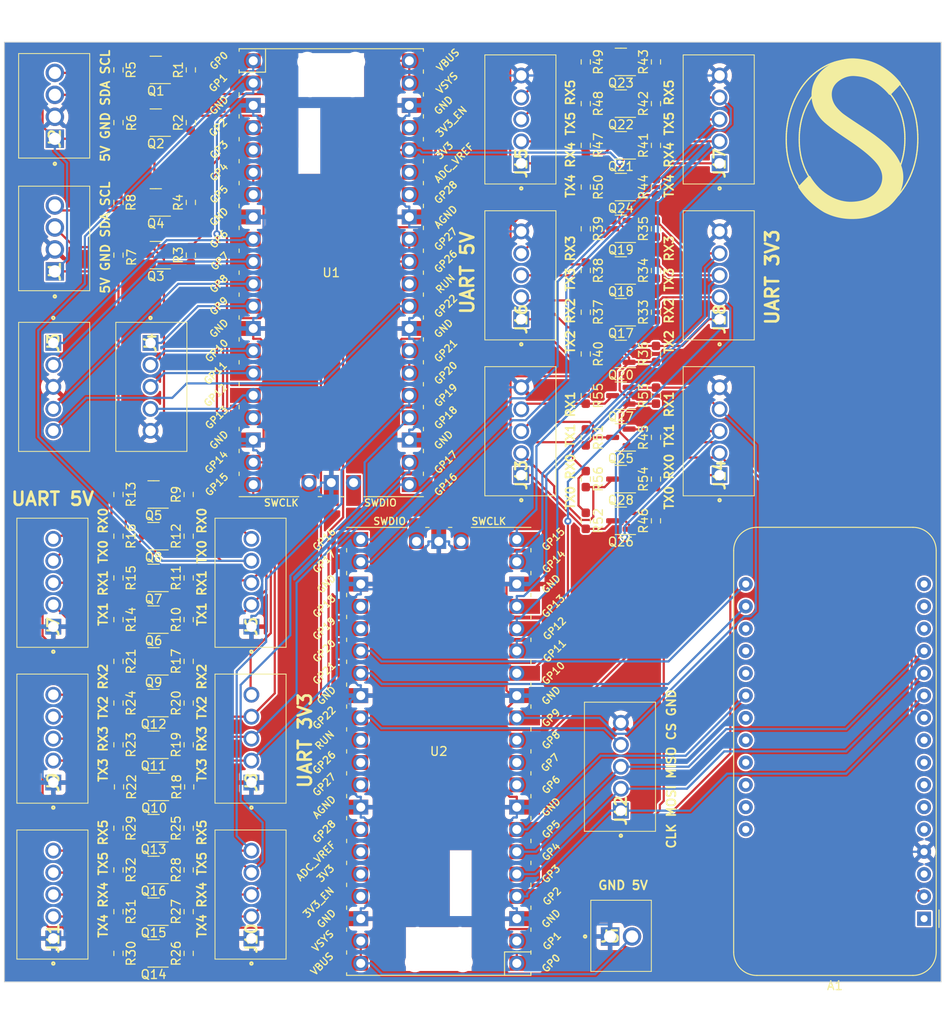
<source format=kicad_pcb>
(kicad_pcb (version 20211014) (generator pcbnew)
  (layers (0 "F.Cu" signal) (31 "B.Cu" signal) (34 "B.Paste" user) (35 "F.Paste" user) (36 "B.SilkS" user "B.Silkscreen") (37 "F.SilkS" user "F.Silkscreen") (38 "B.Mask" user) (39 "F.Mask" user) (44 "Edge.Cuts" user))
  (net 0 "")
  (net 2 "+3.3V")
  (net 4 "GNDD")
  (net 11 "SD_SPI_CLK")
  (net 12 "SD_SPI_MOSI")
  (net 13 "SD_SPI_MISO")
  (net 17 "I2C_DATA_SDA")
  (net 18 "I2C_DATA_SCL")
  (net 22 "SD_SPI_CS")
  (net 29 "+5V")
  (net 30 "I2C1_SDA_SHIFT")
  (net 31 "I2C1_SCL_SHIFT")
  (net 32 "I2C0_SDA_SHIFT")
  (net 33 "I2C0_SCL_SHIFT")
  (net 34 "ENCA")
  (net 35 "ENCB")
  (net 36 "SW1")
  (net 37 "SW2")
  (net 38 "SW3")
  (net 39 "SW4")
  (net 40 "SW5")
  (net 41 "UART0_INT_TX")
  (net 42 "UART0_INT_RX")
  (net 43 "UART1_INT_TX")
  (net 44 "UART1_INT_RX")
  (net 45 "UART0_INT_TX_SHIFT")
  (net 46 "UART0_INT_RX_SHIFT")
  (net 47 "UART1_INT_TX_SHIFT")
  (net 48 "UART1_INT_RX_SHIFT")
  (net 49 "UART3_INT_TX")
  (net 50 "UART3_INT_RX")
  (net 51 "UART2_INT_TX")
  (net 52 "UART2_INT_RX")
  (net 53 "UART3_INT_TX_SHIFT")
  (net 54 "UART3_INT_RX_SHIFT")
  (net 55 "UART2_INT_TX_SHIFT")
  (net 56 "UART2_INT_RX_SHIFT")
  (net 57 "UART5_INT_TX")
  (net 58 "UART5_INT_RX")
  (net 59 "UART4_INT_TX")
  (net 60 "UART4_INT_RX")
  (net 61 "UART5_INT_TX_SHIFT")
  (net 62 "UART5_INT_RX_SHIFT")
  (net 63 "UART4_INT_TX_SHIFT")
  (net 64 "UART4_INT_RX_SHIFT")
  (net 65 "SD_SPI_CS_extra")
  (net 66 "UART0_DATA_TX_SHIFT")
  (net 67 "UART0_DATA_RX_SHIFT")
  (net 68 "UART1_DATA_TX_SHIFT")
  (net 69 "UART1_DATA_RX_SHIFT")
  (net 70 "UART0_DATA_TX")
  (net 71 "UART0_DATA_RX")
  (net 72 "UART1_DATA_TX")
  (net 73 "UART1_DATA_RX")
  (net 74 "UART4_DATA_TX_SHIFT")
  (net 75 "UART4_DATA_RX_SHIFT")
  (net 76 "UART5_DATA_TX_SHIFT")
  (net 77 "UART5_DATA_RX_SHIFT")
  (net 78 "UART2_DATA_TX_SHIFT")
  (net 79 "UART2_DATA_RX_SHIFT")
  (net 80 "UART3_DATA_TX_SHIFT")
  (net 81 "UART3_DATA_RX_SHIFT")
  (net 82 "UART4_DATA_TX")
  (net 83 "UART4_DATA_RX")
  (net 84 "UART5_DATA_TX")
  (net 85 "UART5_DATA_RX")
  (net 86 "UART2_DATA_TX")
  (net 87 "UART2_DATA_RX")
  (net 88 "UART3_DATA_TX")
  (net 89 "UART3_DATA_RX")
  (net 90 "I2C0_SCL")
  (net 91 "I2C0_SDA")
  (net 92 "I2C1_SDA")
  (net 93 "I2C1_SCL")
  (net 95 "NEOPIXEL_DATA")
  (footprint "Resistor_SMD:R_0603_1608Metric_Pad0.98x0.95mm_HandSolder" (layer "F.Cu") (at 25 82.5 -90)
    (fp_text reference "R21")
    (fp_text value "5.6k")
  )
  (footprint "Resistor_SMD:R_0603_1608Metric_Pad0.98x0.95mm_HandSolder" (layer "F.Cu") (at 78.25 47.5 -90)
    (fp_text reference "R40")
    (fp_text value "5.6k")
  )
  (footprint "Resistor_SMD:R_0603_1608Metric_Pad0.98x0.95mm_HandSolder" (layer "F.Cu") (at 33 68.25 90)
    (fp_text reference "R12")
    (fp_text value "5.6k")
  )
  (footprint "Resistor_SMD:R_0603_1608Metric_Pad0.98x0.95mm_HandSolder" (layer "F.Cu") (at 86.25 33.25 90)
    (fp_text reference "R35")
    (fp_text value "5.6k")
  )
  (footprint "SamacSys_Parts:1881587" (layer "F.Cu") (at 40.15 96.3 90)
    (fp_text reference "J8")
    (fp_text value "UART_INT_23" hide)
  )
  (footprint "SamacSys_Parts:1881587" (layer "F.Cu") (at 70.9 43.55 90)
    (fp_text reference "J16")
    (fp_text value "UART_DATA_23" hide)
  )
  (footprint "Package_TO_SOT_SMD:SOT-23" (layer "F.Cu") (at 29.25 36.25 180)
    (fp_text reference "Q3")
    (fp_text value "BSS138")
  )
  (footprint "Resistor_SMD:R_0603_1608Metric_Pad0.98x0.95mm_HandSolder" (layer "F.Cu") (at 78.25 42.75 -90)
    (fp_text reference "R37")
    (fp_text value "5.6k")
  )
  (footprint "Resistor_SMD:R_0603_1608Metric_Pad0.98x0.95mm_HandSolder" (layer "F.Cu") (at 33.25 15.1625 90)
    (fp_text reference "R1")
    (fp_text value "5.6k")
  )
  (footprint "Resistor_SMD:R_0603_1608Metric_Pad0.98x0.95mm_HandSolder" (layer "F.Cu") (at 86.25 47.5 90)
    (fp_text reference "R36")
    (fp_text value "5.6k")
  )
  (footprint "Package_TO_SOT_SMD:SOT-23" (layer "F.Cu") (at 29 73 180)
    (fp_text reference "Q7")
    (fp_text value "BSS138")
  )
  (footprint "Resistor_SMD:R_0603_1608Metric_Pad0.98x0.95mm_HandSolder" (layer "F.Cu") (at 86.25 23.75 90)
    (fp_text reference "R41")
    (fp_text value "5.6k")
  )
  (footprint "SamacSys_Parts:1881587" (layer "F.Cu") (at 28.65 46.25 -90)
    (fp_text reference "J4")
    (fp_text value "ENC_1" hide)
  )
  (footprint "Module:Adafruit_Feather" (layer "F.Cu") (at 116.8025 111.8 180)
    (fp_text reference "A1")
    (fp_text value "Adafruit_Feather_Generic")
  )
  (footprint "SamacSys_Parts:1881587" (layer "F.Cu") (at 17.575 78.55 90)
    (fp_text reference "J7")
    (fp_text value "UART_INT_01_SHFT" hide)
  )
  (footprint "Package_TO_SOT_SMD:SOT-23" (layer "F.Cu") (at 29 92 180)
    (fp_text reference "Q11")
    (fp_text value "BSS138")
  )
  (footprint "Resistor_SMD:R_0603_1608Metric_Pad0.98x0.95mm_HandSolder" (layer "F.Cu") (at 86.25 42.75 90)
    (fp_text reference "R33")
    (fp_text value "5.6k")
  )
  (footprint "Package_TO_SOT_SMD:SOT-23" (layer "F.Cu") (at 82.25 66.5 180)
    (fp_text reference "Q26")
    (fp_text value "BSS138")
  )
  (footprint "Resistor_SMD:R_0603_1608Metric_Pad0.98x0.95mm_HandSolder" (layer "F.Cu") (at 86.25 52.25 90)
    (fp_text reference "R53")
    (fp_text value "5.6k")
  )
  (footprint "SamacSys_Parts:1881587" (layer "F.Cu") (at 17.575 46.25 -90)
    (fp_text reference "J3")
    (fp_text value "ENC_0" hide)
  )
  (footprint "Package_TO_SOT_SMD:SOT-23" (layer "F.Cu") (at 82.25 38 180)
    (fp_text reference "Q18")
    (fp_text value "BSS138")
  )
  (footprint "Resistor_SMD:R_0603_1608Metric_Pad0.98x0.95mm_HandSolder" (layer "F.Cu") (at 25 21.1625 90)
    (fp_text reference "R6")
    (fp_text value "5.6k")
  )
  (footprint "Resistor_SMD:R_0603_1608Metric_Pad0.98x0.95mm_HandSolder" (layer "F.Cu") (at 78.25 23.75 -90)
    (fp_text reference "R47")
    (fp_text value "5.6k")
  )
  (footprint "Package_TO_SOT_SMD:SOT-23" (layer "F.Cu") (at 82.25 42.75 180)
    (fp_text reference "Q17")
    (fp_text value "BSS138")
  )
  (footprint "Resistor_SMD:R_0603_1608Metric_Pad0.98x0.95mm_HandSolder" (layer "F.Cu") (at 25 111 -90)
    (fp_text reference "R31")
    (fp_text value "5.6k")
  )
  (footprint "Package_TO_SOT_SMD:SOT-23" (layer "F.Cu") (at 29 111 180)
    (fp_text reference "Q15")
    (fp_text value "BSS138")
  )
  (footprint "Package_TO_SOT_SMD:SOT-23" (layer "F.Cu") (at 82.25 14.25 180)
    (fp_text reference "Q23")
    (fp_text value "BSS138")
  )
  (footprint "SamacSys_Parts:1881587" (layer "F.Cu") (at 40.15 114.05 90)
    (fp_text reference "J10")
    (fp_text value "UART_INT_45" hide)
  )
  (footprint "Resistor_SMD:R_0603_1608Metric_Pad0.98x0.95mm_HandSolder" (layer "F.Cu") (at 25 87.25 -90)
    (fp_text reference "R24")
    (fp_text value "5.6k")
  )
  (footprint "Resistor_SMD:R_0603_1608Metric_Pad0.98x0.95mm_HandSolder" (layer "F.Cu") (at 33.0625 96.8 90)
    (fp_text reference "R18")
    (fp_text value "5.6k")
  )
  (footprint "SamacSys_Parts:1963557" (layer "F.Cu") (at 17.75 38.1 90)
    (fp_text reference "J1")
    (fp_text value "LCD_1" hide)
  )
  (footprint "Resistor_SMD:R_0603_1608Metric_Pad0.98x0.95mm_HandSolder" (layer "F.Cu") (at 25.0625 96.8 -90)
    (fp_text reference "R22")
    (fp_text value "5.6k")
  )
  (footprint "Resistor_SMD:R_0603_1608Metric_Pad0.98x0.95mm_HandSolder" (layer "F.Cu") (at 25 92 -90)
    (fp_text reference "R23")
    (fp_text value "5.6k")
  )
  (footprint "Resistor_SMD:R_0603_1608Metric_Pad0.98x0.95mm_HandSolder" (layer "F.Cu") (at 25 106.25 -90)
    (fp_text reference "R32")
    (fp_text value "5.6k")
  )
  (footprint "Resistor_SMD:R_0603_1608Metric_Pad0.98x0.95mm_HandSolder" (layer "F.Cu") (at 33 101.5 90)
    (fp_text reference "R25")
    (fp_text value "5.6k")
  )
  (footprint "Package_TO_SOT_SMD:SOT-23" (layer "F.Cu") (at 29.25 21.1625 180)
    (fp_text reference "Q2")
    (fp_text value "BSS138")
  )
  (footprint "Package_TO_SOT_SMD:SOT-23" (layer "F.Cu") (at 29 68.25 180)
    (fp_text reference "Q8")
    (fp_text value "BSS138")
  )
  (footprint "Resistor_SMD:R_0603_1608Metric_Pad0.98x0.95mm_HandSolder" (layer "F.Cu") (at 78.25 52.25 -90)
    (fp_text reference "R55")
    (fp_text value "5.6k")
  )
  (footprint "Package_TO_SOT_SMD:SOT-23" (layer "F.Cu") (at 29 115.75 180)
    (fp_text reference "Q14")
    (fp_text value "BSS138")
  )
  (footprint "Resistor_SMD:R_0603_1608Metric_Pad0.98x0.95mm_HandSolder" (layer "F.Cu") (at 86.25 19 90)
    (fp_text reference "R42")
    (fp_text value "5.6k")
  )
  (footprint "Resistor_SMD:R_0603_1608Metric_Pad0.98x0.95mm_HandSolder" (layer "F.Cu") (at 25 115.75 -90)
    (fp_text reference "R30")
    (fp_text value "5.6k")
  )
  (footprint "Resistor_SMD:R_0603_1608Metric_Pad0.98x0.95mm_HandSolder" (layer "F.Cu") (at 78.25 38 -90)
    (fp_text reference "R38")
    (fp_text value "5.6k")
  )
  (footprint "SamacSys_Parts:1881587" (layer "F.Cu") (at 70.9 25.8 90)
    (fp_text reference "J15")
    (fp_text value "UART_DATA_45" hide)
  )
  (footprint "Package_TO_SOT_SMD:SOT-23" (layer "F.Cu") (at 29.25 30.25 180)
    (fp_text reference "Q4")
    (fp_text value "BSS138")
  )
  (footprint "Resistor_SMD:R_0603_1608Metric_Pad0.98x0.95mm_HandSolder" (layer "F.Cu") (at 25 101.5 -90)
    (fp_text reference "R29")
    (fp_text value "5.6k")
  )
  (footprint "Package_TO_SOT_SMD:SOT-23" (layer "F.Cu") (at 29 87.25 180)
    (fp_text reference "Q12")
    (fp_text value "BSS138")
  )
  (footprint "SamacSys_Parts:1881587" (layer "F.Cu") (at 17.575 114.05 90)
    (fp_text reference "J11")
    (fp_text value "UART_INT_45_SHFT" hide)
  )
  (footprint "Package_TO_SOT_SMD:SOT-23" (layer "F.Cu") (at 82.25 23.75 180)
    (fp_text reference "Q21")
    (fp_text value "BSS138")
  )
  (footprint "SamacSys_Parts:1881587" (layer "F.Cu") (at 93.5 25.8 90)
    (fp_text reference "J17")
    (fp_text value "UART_DATA_45_SHFT" hide)
  )
  (footprint "Package_TO_SOT_SMD:SOT-23" (layer "F.Cu") (at 82.25 47.5 180)
    (fp_text reference "Q20")
    (fp_text value "BSS138")
  )
  (footprint "Package_TO_SOT_SMD:SOT-23" (layer "F.Cu") (at 29 106.25 180)
    (fp_text reference "Q16")
    (fp_text value "BSS138")
  )
  (footprint "Resistor_SMD:R_0603_1608Metric_Pad0.98x0.95mm_HandSolder" (layer "F.Cu") (at 33 73 90)
    (fp_text reference "R11")
    (fp_text value "5.6k")
  )
  (footprint "Resistor_SMD:R_0603_1608Metric_Pad0.98x0.95mm_HandSolder" (layer "F.Cu") (at 86.25 14.25 90)
    (fp_text reference "R43")
    (fp_text value "5.6k")
  )
  (footprint "Resistor_SMD:R_0603_1608Metric_Pad0.98x0.95mm_HandSolder" (layer "F.Cu") (at 86.25 28.5 90)
    (fp_text reference "R44")
    (fp_text value "5.6k")
  )
  (footprint "Resistor_SMD:R_0603_1608Metric_Pad0.98x0.95mm_HandSolder" (layer "F.Cu") (at 78.25 19 -90)
    (fp_text reference "R48")
    (fp_text value "5.6k")
  )
  (footprint "Resistor_SMD:R_0603_1608Metric_Pad0.98x0.95mm_HandSolder" (layer "F.Cu") (at 25 15.1625 -90)
    (fp_text reference "R5")
    (fp_text value "5.6k")
  )
  (footprint "Resistor_SMD:R_0603_1608Metric_Pad0.98x0.95mm_HandSolder" (layer "F.Cu") (at 78.25 14.25 -90)
    (fp_text reference "R49")
    (fp_text value "5.6k")
  )
  (footprint "SamacSys_Parts:1881587" (layer "F.Cu") (at 93.5 61.3 90)
    (fp_text reference "J14")
    (fp_text value "UART_DATA_01_SHFT" hide)
  )
  (footprint "Package_TO_SOT_SMD:SOT-23" (layer "F.Cu") (at 82.25 61.75 180)
    (fp_text reference "Q28")
    (fp_text value "BSS138")
  )
  (footprint "MCU_RaspberryPi_and_Boards:RPi_Pico_SMD_TH" (layer "F.Cu") (at 61.5 92.75 180)
    (fp_text reference "U2")
    (fp_text value "Pico_data")
  )
  (footprint "Resistor_SMD:R_0603_1608Metric_Pad0.98x0.95mm_HandSolder" (layer "F.Cu") (at 78.25 66.5 -90)
    (fp_text reference "R52")
    (fp_text value "5.6k")
  )
  (footprint "Resistor_SMD:R_0603_1608Metric_Pad0.98x0.95mm_HandSolder" (layer "F.Cu") (at 25 73 -90)
    (fp_text reference "R15")
    (fp_text value "5.6k")
  )
  (footprint "SamacSys_Parts:1963531" (layer "F.Cu") (at 81.025 113.825)
    (fp_text reference "J5")
    (fp_text value "5V in" hide)
  )
  (footprint "Resistor_SMD:R_0603_1608Metric_Pad0.98x0.95mm_HandSolder" (layer "F.Cu") (at 33.25 30.25 90)
    (fp_text reference "R4")
    (fp_text value "5.6k")
  )
  (footprint "Resistor_SMD:R_0603_1608Metric_Pad0.98x0.95mm_HandSolder" (layer "F.Cu") (at 33 106.25 90)
    (fp_text reference "R28")
    (fp_text value "5.6k")
  )
  (footprint "Resistor_SMD:R_0603_1608Metric_Pad0.98x0.95mm_HandSolder" (layer "F.Cu") (at 33 63.5 90)
    (fp_text reference "R9")
    (fp_text value "5.6k")
  )
  (footprint "SamacSys_Parts:1963557" (layer "F.Cu") (at 17.75 23 90)
    (fp_text reference "J2")
    (fp_text value "LCD_0" hide)
  )
  (footprint "Resistor_SMD:R_0603_1608Metric_Pad0.98x0.95mm_HandSolder" (layer "F.Cu") (at 25 36.25 90)
    (fp_text reference "R7")
    (fp_text value "5.6k")
  )
  (footprint "SamacSys_Parts:1881587" (layer "F.Cu") (at 40.15 78.55 90)
    (fp_text reference "J6")
    (fp_text value "UART_INT_01" hide)
  )
  (footprint "Resistor_SMD:R_0603_1608Metric_Pad0.98x0.95mm_HandSolder" (layer "F.Cu") (at 25 77.75 -90)
    (fp_text reference "R14")
    (fp_text value "5.6k")
  )
  (footprint "Resistor_SMD:R_0603_1608Metric_Pad0.98x0.95mm_HandSolder" (layer "F.Cu") (at 86.25 38 90)
    (fp_text reference "R34")
    (fp_text value "5.6k")
  )
  (footprint "Package_TO_SOT_SMD:SOT-23" (layer "F.Cu") (at 29 63.5 180)
    (fp_text reference "Q5")
    (fp_text value "BSS138")
  )
  (footprint "SamacSys_Parts:1881587" (layer "F.Cu") (at 70.9 61.3 90)
    (fp_text reference "J13")
    (fp_text value "UART_DATA_01" hide)
  )
  (footprint "SamacSys_Parts:1881587" (layer "F.Cu") (at 17.575 96.3 90)
    (fp_text reference "J9")
    (fp_text value "UART_INT_23_SHFT" hide)
  )
  (footprint "MCU_RaspberryPi_and_Boards:RPi_Pico_SMD_TH" (layer "F.Cu") (at 49.25 38.25)
    (fp_text reference "U1")
    (fp_text value "Pico_interface")
  )
  (footprint "Package_TO_SOT_SMD:SOT-23" (layer "F.Cu") (at 82.25 19 180)
    (fp_text reference "Q22")
    (fp_text value "BSS138")
  )
  (footprint "Package_TO_SOT_SMD:SOT-23" (layer "F.Cu") (at 82.25 57 180)
    (fp_text reference "Q25")
    (fp_text value "BSS138")
  )
  (footprint "Resistor_SMD:R_0603_1608Metric_Pad0.98x0.95mm_HandSolder" (layer "F.Cu") (at 33 87.25 90)
    (fp_text reference "R20")
    (fp_text value "5.6k")
  )
  (footprint "Resistor_SMD:R_0603_1608Metric_Pad0.98x0.95mm_HandSolder" (layer "F.Cu") (at 33.25 36.25 90)
    (fp_text reference "R3")
    (fp_text value "5.6k")
  )
  (footprint "Resistor_SMD:R_0603_1608Metric_Pad0.98x0.95mm_HandSolder" (layer "F.Cu") (at 33 115.75 90)
    (fp_text reference "R26")
    (fp_text value "5.6k")
  )
  (footprint "Resistor_SMD:R_0603_1608Metric_Pad0.98x0.95mm_HandSolder" (layer "F.Cu") (at 25 63.5 -90)
    (fp_text reference "R13")
    (fp_text value "5.6k")
  )
  (footprint "Package_TO_SOT_SMD:SOT-23" (layer "F.Cu") (at 82.25 28.5 180)
    (fp_text reference "Q24")
    (fp_text value "BSS138")
  )
  (footprint "Resistor_SMD:R_0603_1608Metric_Pad0.98x0.95mm_HandSolder" (layer "F.Cu") (at 78.25 28.5 -90)
    (fp_text reference "R50")
    (fp_text value "5.6k")
  )
  (footprint "Resistor_SMD:R_0603_1608Metric_Pad0.98x0.95mm_HandSolder" (layer "F.Cu") (at 78.25 61.75 -90)
    (fp_text reference "R56")
    (fp_text value "5.6k")
  )
  (footprint "SamacSys_Parts:1881587" (layer "F.Cu") (at 82.25 99.5 90)
    (fp_text reference "J12")
    (fp_text value "SPI_out" hide)
  )
  (footprint "Package_TO_SOT_SMD:SOT-23" (layer "F.Cu") (at 29 101.5 180)
    (fp_text reference "Q13")
    (fp_text value "BSS138")
  )
  (footprint "Resistor_SMD:R_0603_1608Metric_Pad0.98x0.95mm_HandSolder" (layer "F.Cu") (at 86.25 66.5 90)
    (fp_text reference "R46")
    (fp_text value "5.6k")
  )
  (footprint "Resistor_SMD:R_0603_1608Metric_Pad0.98x0.95mm_HandSolder" (layer "F.Cu") (at 33 92 90)
    (fp_text reference "R19")
    (fp_text value "5.6k")
  )
  (footprint "Package_TO_SOT_SMD:SOT-23" (layer "F.Cu") (at 29 82.5 180)
    (fp_text reference "Q9")
    (fp_text value "BSS138")
  )
  (footprint "Resistor_SMD:R_0603_1608Metric_Pad0.98x0.95mm_HandSolder" (layer "F.Cu") (at 86.25 61.75 90)
    (fp_text reference "R54")
    (fp_text value "5.6k")
  )
  (footprint "Package_TO_SOT_SMD:SOT-23" (layer "F.Cu") (at 29.0625 96.8 180)
    (fp_text reference "Q10")
    (fp_text value "BSS138")
  )
  (footprint "Resistor_SMD:R_0603_1608Metric_Pad0.98x0.95mm_HandSolder" (layer "F.Cu") (at 25 68.25 -90)
    (fp_text reference "R16")
    (fp_text value "5.6k")
  )
  (footprint "Package_TO_SOT_SMD:SOT-23" (layer "F.Cu") (at 29 77.75 180)
    (fp_text reference "Q6")
    (fp_text value "BSS138")
  )
  (footprint "Resistor_SMD:R_0603_1608Metric_Pad0.98x0.95mm_HandSolder" (layer "F.Cu") (at 78.25 57 -90)
    (fp_text reference "R51")
    (fp_text value "5.6k")
  )
  (footprint "Resistor_SMD:R_0603_1608Metric_Pad0.98x0.95mm_HandSolder" (layer "F.Cu") (at 33 111 90)
    (fp_text reference "R27")
    (fp_text value "5.6k")
  )
  (footprint "Package_TO_SOT_SMD:SOT-23" (layer "F.Cu") (at 29.25 15.1625 180)
    (fp_text reference "Q1")
    (fp_text value "BSS138")
  )
  (footprint "Resistor_SMD:R_0603_1608Metric_Pad0.98x0.95mm_HandSolder" (layer "F.Cu") (at 86.25 57 90)
    (fp_text reference "R45")
    (fp_text value "5.6k")
  )
  (footprint "Resistor_SMD:R_0603_1608Metric_Pad0.98x0.95mm_HandSolder" (layer "F.Cu") (at 78.25 33.25 -90)
    (fp_text reference "R39")
    (fp_text value "5.6k")
  )
  (footprint "Package_TO_SOT_SMD:SOT-23" (layer "F.Cu") (at 82.25 52.25 180)
    (fp_text reference "Q27")
    (fp_text value "BSS138")
  )
  (footprint "Resistor_SMD:R_0603_1608Metric_Pad0.98x0.95mm_HandSolder" (layer "F.Cu") (at 25 30.25 -90)
    (fp_text reference "R8")
    (fp_text value "5.6k")
  )
  (footprint "SamacSys_Parts:1881587" (layer "F.Cu") (at 93.5 43.55 90)
    (fp_text reference "J18")
    (fp_text value "UART_DATA_23_SHFT" hide)
  )
  (footprint "Resistor_SMD:R_0603_1608Metric_Pad0.98x0.95mm_HandSolder" (layer "F.Cu") (at 33 77.75 90)
    (fp_text reference "R10")
    (fp_text value "5.6k")
  )
  (footprint "Resistor_SMD:R_0603_1608Metric_Pad0.98x0.95mm_HandSolder" (layer "F.Cu") (at 33.25 21.1625 90)
    (fp_text reference "R2")
    (fp_text value "5.6k")
  )
  (footprint "Package_TO_SOT_SMD:SOT-23" (layer "F.Cu") (at 82.25 33.25 180)
    (fp_text reference "Q19")
    (fp_text value "BSS138")
  )
  (footprint "Resistor_SMD:R_0603_1608Metric_Pad0.98x0.95mm_HandSolder" (layer "F.Cu") (at 33 82.5 90)
    (fp_text reference "R17")
    (fp_text value "5.6k")
  )
  (gr_line (start 112.460878 30.75232) (end 112.148631 30.967302) (layer "F.SilkS") (width 0.150641))
  (gr_line (start 103.270479 29.38194) (end 103.006715 29.051527) (layer "F.SilkS") (width 0.150641))
  (gr_line (start 103.181318 19.755284) (end 103.097596 19.972451) (layer "F.SilkS") (width 0.150641))
  (gr_line (start 111.448741 29.47571) (end 111.625192 29.35864) (layer "F.SilkS") (width 0.150641))
  (gr_line (start 114.464663 21.279585) (end 114.418148 21.047996) (layer "F.SilkS") (width 0.150641))
  (gr_line (start 113.391349 27.508837) (end 113.506575 27.318606) (layer "F.SilkS") (width 0.150641))
  (gr_line (start 112.881284 28.214251) (end 113.016175 28.046224) (layer "F.SilkS") (width 0.150641))
  (gr_line (start 105.574632 16.662633) (end 105.400378 16.789075) (layer "F.SilkS") (width 0.150641))
  (gr_line (start 104.173005 15.672901) (end 104.373204 15.506421) (layer "F.SilkS") (width 0.150641))
  (gr_line (start 102.683068 24.53576) (end 102.744669 24.884054) (layer "F.SilkS") (width 0.150641))
  (gr_line (start 114.306513 25.404242) (end 114.365432 25.175656) (layer "F.SilkS") (width 0.150641))
  (gr_line (start 105.664701 14.670153) (end 105.888762 14.562367) (layer "F.SilkS") (width 0.150641))
  (gr_line (start 101.168857 24.419376) (end 101.126314 23.977763) (layer "F.SilkS") (width 0.150641))
  (gr_line (start 105.06639 17.058065) (end 104.906655 17.200613) (layer "F.SilkS") (width 0.150641))
  (gr_line (start 112.281681 17.199151) (end 112.12032 17.05724) (layer "F.SilkS") (width 0.150641))
  (gr_line (start 107.980068 15.707389) (end 107.787319 15.734461) (layer "F.SilkS") (width 0.150641))
  (gr_line (start 111.799408 29.23502) (end 111.968709 29.105848) (layer "F.SilkS") (width 0.150641))
  (gr_line (start 115.781691 25.648488) (end 115.67108 26.060799) (layer "F.SilkS") (width 0.150641))
  (gr_line (start 112.589202 17.498534) (end 112.437975 17.346249) (layer "F.SilkS") (width 0.150641))
  (gr_line (start 104.75176 17.34853) (end 104.601706 17.501815) (layer "F.SilkS") (width 0.150641))
  (gr_line (start 113.616583 18.903543) (end 113.505897 18.709763) (layer "F.SilkS") (width 0.150641))
  (gr_line (start 106.291618 16.229487) (end 106.110442 16.326171) (layer "F.SilkS") (width 0.150641))
  (gr_line (start 103.401751 26.819031) (end 103.559178 27.11573) (layer "F.SilkS") (width 0.150641))
  (gr_line (start 107.787319 15.734461) (end 107.595856 15.769267) (layer "F.SilkS") (width 0.150641))
  (gr_line (start 103.011608 25.884711) (end 103.127966 26.203522) (layer "F.SilkS") (width 0.150641))
  (gr_line (start 112.754745 15.456375) (end 113.055874 15.710031) (layer "F.SilkS") (width 0.150641))
  (gr_line (start 101.559003 19.844238) (end 101.647718 19.568015) (layer "F.SilkS") (width 0.150641))
  (gr_line (start 105.400378 16.789075) (end 105.230964 16.920885) (layer "F.SilkS") (width 0.150641))
  (gr_line (start 112.148631 30.967302) (end 111.828897 31.16181) (layer "F.SilkS") (width 0.150641))
  (gr_line (start 113.143432 18.159543) (end 113.012476 17.986511) (layer "F.SilkS") (width 0.150641))
  (gr_line (start 116.011422 24.358049) (end 115.951862 24.797113) (layer "F.SilkS") (width 0.150641))
  (gr_line (start 113.012476 17.986511) (end 112.876452 17.818665) (layer "F.SilkS") (width 0.150641))
  (gr_line (start 101.281284 20.97734) (end 101.339142 20.689833) (layer "F.SilkS") (width 0.150641))
  (gr_line (start 109.673618 14.08663) (end 110.04894 14.157653) (layer "F.SilkS") (width 0.150641))
  (gr_line (start 113.822755 26.714609) (end 113.918887 26.503494) (layer "F.SilkS") (width 0.150641))
  (gr_line (start 104.325784 28.228817) (end 104.548824 28.4827) (layer "F.SilkS") (width 0.150641))
  (gr_line (start 104.548824 28.4827) (end 104.777461 28.720204) (layer "F.SilkS") (width 0.150641))
  (gr_line (start 101.943145 27.271156) (end 101.781481 26.88942) (layer "F.SilkS") (width 0.150641))
  (gr_line (start 102.530237 28.36504) (end 102.317523 28.008966) (layer "F.SilkS") (width 0.150641))
  (gr_line (start 112.741478 28.376728) (end 112.881284 28.214251) (layer "F.SilkS") (width 0.150641))
  (gr_line (start 113.062908 30.260931) (end 112.765637 30.516863) (layer "F.SilkS") (width 0.150641))
  (gr_line (start 104.049888 18.168647) (end 103.924033 18.348777) (layer "F.SilkS") (width 0.150641))
  (gr_line (start 110.693323 16.140529) (end 110.506739 16.059314) (layer "F.SilkS") (width 0.150641))
  (gr_line (start 112.596755 28.533653) (end 112.741478 28.376728) (layer "F.SilkS") (width 0.150641))
  (gr_poly (pts (xy 108.847093 14.002019) (xy 109.176062 14.02481) (xy 109.34053 14.041457) (xy 109.504797 14.061718) (xy 109.668721 14.085678) (xy 109.832159 14.113421) (xy 109.994969 14.145033) (xy 110.157009 14.180599) (xy 110.318137 14.220202) (xy 110.478209 14.263928) (xy 110.637083 14.311862) (xy 110.794618 14.364089) (xy 110.95067 14.420692) (xy 111.105098 14.481758) (xy 111.257759 14.54737) (xy 111.40851 14.617614) (xy 111.562247 14.692827) (xy 111.718345 14.773865) (xy 111.876549 14.861082) (xy 112.036609 14.954835) (xy 112.19827 15.05548) (xy 112.361282 15.163373) (xy 112.525391 15.278869) (xy 112.690345 15.402325) (xy 112.855892 15.534096) (xy 113.02178 15.674539) (xy 113.187755 15.824009) (xy 113.353566 15.982862) (xy 113.51896 16.151454) (xy 113.683685 16.330142) (xy 113.847489 16.51928) (xy 114.010118 16.719225) (xy 112.908899 17.860996) (xy 112.771621 17.699853) (xy 112.630542 17.54492) (xy 112.486272 17.396326) (xy 112.33942 17.254202) (xy 112.190595 17.118678) (xy 112.040406 16.989883) (xy 111.889461 16.867949) (xy 111.738371 16.753005) (xy 111.587744 16.645182) (xy 111.43819 16.544609) (xy 111.290316 16.451418) (xy 111.144734 16.365737) (xy 111.002051 16.287698) (xy 110.862876 16.21743) (xy 110.727819 16.155063) (xy 110.59749 16.100729) (xy 110.500032 16.055147) (xy 110.400521 16.012984) (xy 110.299099 15.974108) (xy 110.195908 15.938389) (xy 110.091091 15.905699) (xy 109.984789 15.875906) (xy 109.877145 15.848882) (xy 109.768302 15.824495) (xy 109.658402 15.802616) (xy 109.547586 15.783115) (xy 109.323779 15.750727) (xy 109.09802 15.726291) (xy 108.871446 15.708768) (xy 108.725318 15.703702) (xy 108.581128 15.70694) (xy 108.43907 15.718082) (xy 108.299338 15.736726) (xy 108.162126 15.762471) (xy 108.027628 15.794915) (xy 107.896037 15.833659) (xy 107.767549 15.878299) (xy 107.642356 15.928436) (xy 107.520654 15.983668) (xy 107.402635 16.043593) (xy 107.288494 16.107811) (xy 107.178425 16.175921) (xy 107.072622 16.24752) (xy 106.971279 16.322209) (xy 106.874589 16.399585) (xy 106.784857 16.479288) (xy 106.700948 16.561225) (xy 106.622857 16.645402) (xy 106.55058 16.731824) (xy 106.484112 16.820497) (xy 106.423449 16.911427) (xy 106.368585 17.00462) (xy 106.319517 17.100081) (xy 106.276238 17.197816) (xy 106.238746 17.297831) (xy 106.207034 17.400131) (xy 106.181099 17.504722) (xy 106.160935 17.61161) (xy 106.146538 17.7208) (xy 106.137903 17.832299) (xy 106.135026 17.946111) (xy 106.13606 18.01583) (xy 106.139162 18.085276) (xy 106.144332 18.15445) (xy 106.15157 18.22335) (xy 106.160876 18.291977) (xy 106.17225 18.360332) (xy 106.185692 18.428414) (xy 106.201202 18.496222) (xy 106.21878 18.563758) (xy 106.238425 18.631021) (xy 106.260139 18.698012) (xy 106.283921 18.764729) (xy 106.309771 18.831174) (xy 106.337689 18.897346) (xy 106.367674 18.963245) (xy 106.399728 19.028871) (xy 106.434522 19.094724) (xy 106.472728 19.161304) (xy 106.514347 19.228613) (xy 106.559377 19.296649) (xy 106.60782 19.365413) (xy 106.659675 19.434904) (xy 106.714942 19.505123) (xy 106.773621 19.57607) (xy 106.835712 19.647745) (xy 106.901215 19.720147) (xy 106.97013 19.793277) (xy 107.042457 19.867135) (xy 107.118196 19.94172) (xy 107.197347 20.017033) (xy 107.27991 20.093073) (xy 107.365884 20.169841) (xy 107.489139 20.267894) (xy 107.666988 20.399055) (xy 107.899429 20.563325) (xy 108.186466 20.760704) (xy 108.528096 20.991191) (xy 108.924323 21.254787) (xy 109.375145 21.551492) (xy 109.880563 21.881305) (xy 110.487726 22.286066) (xy 111.045256 22.679548) (xy 111.553154 23.061751) (xy 112.011419 23.432676) (xy 112.221939 23.613909) (xy 112.420052 23.792323) (xy 112.605757 23.967916) (xy 112.779055 24.14069) (xy 112.939945 24.310645) (xy 113.088427 24.477779) (xy 113.224501 24.642094) (xy 113.348169 24.803588) (xy 113.461957 24.963719) (xy 113.568405 25.12394) (xy 113.667511 25.284253) (xy 113.759276 25.444657) (xy 113.8437 25.605151) (xy 113.920783 25.765737) (xy 113.990524 25.926414) (xy 114.052924 26.087181) (xy 114.107984 26.24804) (xy 114.155701 26.40899) (xy 114.196078 26.57003) (xy 114.229113 26.731162) (xy 114.254808 26.892385) (xy 114.273161 27.053698) (xy 114.284172 27.215103) (xy 114.287843 27.376598) (xy 114.281536 27.60754) (xy 114.262614 27.834662) (xy 114.231078 28.057963) (xy 114.186927 28.277444) (xy 114.130162 28.493105) (xy 114.060782 28.704945) (xy 113.978788 28.912965) (xy 113.884178 29.117165) (xy 113.776955 29.317545) (xy 113.657116 29.514104) (xy 113.524663 29.706843) (xy 113.379595 29.895763) (xy 113.221912 30.080862) (xy 113.051614 30.262141) (xy 112.868701 30.4396) (xy 112.673173 30.613239) (xy 112.457274 30.765187) (xy 112.240927 30.909446) (xy 112.023426 31.045776) (xy 111.804061 31.173937) (xy 111.582126 31.293687) (xy 111.356913 31.404786) (xy 111.127715 31.506994) (xy 110.893823 31.60007) (xy 110.65453 31.683773) (xy 110.409129 31.757864) (xy 110.156912 31.8221) (xy 109.897171 31.876242) (xy 109.629198 31.92005) (xy 109.352286 31.953281) (xy 109.065728 31.975697) (xy 108.768815 31.987056) (xy 108.53839 31.988229) (xy 108.312209 31.982933) (xy 108.090121 31.971221) (xy 107.871976 31.953147) (xy 107.657623 31.928763) (xy 107.446913 31.898122) (xy 107.239694 31.861278) (xy 107.035817 31.818284) (xy 106.83513 31.769192) (xy 106.637484 31.714055) (xy 106.442729 31.652927) (xy 106.250714 31.58586) (xy 106.061288 31.512908) (xy 105.874301 31.434124) (xy 105.689603 31.34956) (xy 105.507043 31.259269) (xy 105.325033 31.15049) (xy 105.140102 31.033655) (xy 104.952917 30.908667) (xy 104.764147 30.775429) (xy 104.57446 30.633846) (xy 104.384526 30.48382) (xy 104.195013 30.325255) (xy 104.006588 30.158055) (xy 103.819922 29.982123) (xy 103.635681 29.797362) (xy 103.454535 29.603677) (xy 103.277152 29.400969) (xy 103.104201 29.189144) (xy 102.93635 28.968104) (xy 102.774268 28.737752) (xy 102.618625 28.497996) (xy 103.708261 27.37154) (xy 103.833675 27.570198) (xy 103.962702 27.76125) (xy 104.095154 27.944768) (xy 104.230845 28.120828) (xy 104.369586 28.289502) (xy 104.511191 28.450866) (xy 104.655471 28.604992) (xy 104.802239 28.751954) (xy 104.951307 28.891827) (xy 105.102489 29.024685) (xy 105.410441 29.269648) (xy 105.724595 29.487436) (xy 106.043451 29.67864) (xy 106.365508 29.84385) (xy 106.689266 29.983658) (xy 107.013226 30.098656) (xy 107.335886 30.189433) (xy 107.655748 30.256582) (xy 107.97131 30.300694) (xy 108.281073 30.322359) (xy 108.583536 30.32217) (xy 108.826431 30.309126) (xy 109.065653 30.287351) (xy 109.183882 30.272927) (xy 109.301189 30.256005) (xy 109.417572 30.236481) (xy 109.533029 30.214249) (xy 109.647559 30.189205) (xy 109.761161 30.161243) (xy 109.873833 30.130258) (xy 109.985573 30.096147) (xy 110.096382 30.058802) (xy 110.206256 30.01812) (xy 110.315194 29.973996) (xy 110.423196 29.926324) (xy 110.529131 29.874342) (xy 110.631859 29.820268) (xy 110.731382 29.764102) (xy 110.827699 29.705844) (xy 110.920811 29.645493) (xy 111.010717 29.583051) (xy 111.097417 29.518517) (xy 111.180912 29.45189) (xy 111.261202 29.383172) (xy 111.338286 29.312361) (xy 111.412164 29.239459) (xy 111.482837 29.164464) (xy 111.550305 29.087377) (xy 111.614567 29.008199) (xy 111.675624 28.926928) (xy 111.733476 28.843565) (xy 111.787967 28.758837) (xy 111.838944 28.673473) (xy 111.886404 28.587472) (xy 111.93035 28.500835) (xy 111.97078 28.413561) (xy 112.007694 28.32565) (xy 112.041093 28.237103) (xy 112.070977 28.147919) (xy 112.097344 28.058098) (xy 112.120197 27.967641) (xy 112.139533 27.876547) (xy 112.155354 27.784816) (xy 112.167659 27.692448) (xy 112.176449 27.599444) (xy 112.181723 27.505803) (xy 112.183481 27.411525) (xy 112.180895 27.303968) (xy 112.17314 27.196683) (xy 112.160215 27.089672) (xy 112.142119 26.982933) (xy 112.118853 26.876467) (xy 112.090418 26.770274) (xy 112.056812 26.664354) (xy 112.018036 26.558707) (xy 111.974091 26.453332) (xy 111.924975 26.348231) (xy 111.870689 26.243402) (xy 111.811234 26.138846) (xy 111.746609 26.034563) (xy 111.676814 25.930552) (xy 111.601849 25.826815) (xy 111.521715 25.72335) (xy 111.40167 25.57891) (xy 111.269837 25.430832) (xy 111.126216 25.279116) (xy 110.970807 25.123761) (xy 110.80361 24.964767) (xy 110.624625 24.802135) (xy 110.433853 24.635865) (xy 110.231293 24.465956) (xy 110.016946 24.292409) (xy 109.790811 24.115224) (xy 109.552888 23.9344) (xy 109.303179 23.749937) (xy 109.041682 23.561837) (xy 108.768399 23.370097) (xy 108.483329 23.17472) (xy 108.186471 22.975704) (xy 107.606402 22.585131) (xy 107.083822 22.222574) (xy 106.618732 21.888032) (xy 106.211132 21.581504) (xy 105.861023 21.302992) (xy 105.568405 21.052496) (xy 105.333277 20.830014) (xy 105.237273 20.729279) (xy 105.155641 20.635547) (xy 105.030631 20.48342) (xy 104.913687 20.329747) (xy 104.804809 20.174527) (xy 104.703995 20.017762) (xy 104.611247 19.85945) (xy 104.526564 19.699591) (xy 104.449946 19.538187) (xy 104.381394 19.375236) (xy 104.320906 19.210739) (xy 104.268484 19.044696) (xy 104.224127 18.877106) (xy 104.187834 18.70797) (xy 104.159607 18.537289) (xy 104.139445 18.365061) (xy 104.127348 18.191286) (xy 104.123315 18.015966) (xy 104.125693 17.877028) (xy 104.132827 17.739637) (xy 104.144718 17.603792) (xy 104.161364 17.469493) (xy 104.182767 17.33674) (xy 104.208926 17.205534) (xy 104.239841 17.075874) (xy 104.275513 16.94776) (xy 104.315941 16.821193) (xy 104.361125 16.696172) (xy 104.411066 16.572697) (xy 104.465764 16.450768) (xy 104.525217 16.330386) (xy 104.589428 16.21155) (xy 104.658395 16.09426) (xy 104.732118 15.978517) (xy 104.810133 15.865092) (xy 104.891973 15.75476) (xy 104.97764 15.64752) (xy 105.067132 15.543374) (xy 105.16045 15.442319) (xy 105.257594 15.344358) (xy 105.358563 15.249489) (xy 105.463358 15.157713) (xy 105.571979 15.069029) (xy 105.684425 14.983438) (xy 105.800697 14.900939) (xy 105.920795 14.821533) (xy 106.044718 14.745219) (xy 106.172466 14.671998) (xy 106.30404 14.60187) (xy 106.439439 14.534833) (xy 106.579126 14.469551) (xy 106.720251 14.40771) (xy 106.862813 14.349487) (xy 107.006813 14.295058) (xy 107.152252 14.244599) (xy 107.299129 14.198287) (xy 107.447445 14.156298) (xy 107.597201 14.118809) (xy 107.748396 14.085995) (xy 107.90103 14.058032) (xy 108.055105 14.035098) (xy 108.210621 14.017369) (xy 108.367577 14.00502) (xy 108.525974 13.998228) (xy 108.685813 13.997169)) (layer "F.SilkS") (width 0.3) (fill solid))
  (gr_line (start 102.819959 25.224977) (end 102.908939 25.55853) (layer "F.SilkS") (width 0.150641))
  (gr_line (start 101.848291 19.024031) (end 101.960149 18.75627) (layer "F.SilkS") (width 0.150641))
  (gr_line (start 109.381104 31.950078) (end 109.001468 31.98079) (layer "F.SilkS") (width 0.150641))
  (gr_line (start 107.087041 30.120658) (end 107.371645 30.194366) (layer "F.SilkS") (width 0.150641))
  (gr_line (start 113.146149 27.872646) (end 113.271207 27.693516) (layer "F.SilkS") (width 0.150641))
  (gr_line (start 112.12032 17.05724) (end 111.95389 16.920516) (layer "F.SilkS") (width 0.150641))
  (gr_line (start 114.464663 24.709748) (end 114.504975 24.472426) (layer "F.SilkS") (width 0.150641))
  (gr_line (start 107.371645 30.194366) (end 107.661845 30.251695) (layer "F.SilkS") (width 0.150641))
  (gr_line (start 101.304997 25.276939) (end 101.228418 24.852435) (layer "F.SilkS") (width 0.150641))
  (gr_line (start 114.418148 24.944158) (end 114.464663 24.709748) (layer "F.SilkS") (width 0.150641))
  (gr_line (start 101.398592 25.69289) (end 101.304997 25.276939) (layer "F.SilkS") (width 0.150641))
  (gr_line (start 104.728277 30.757827) (end 104.421288 30.523417) (layer "F.SilkS") (width 0.150641))
  (gr_line (start 102.079721 18.491331) (end 102.079721 18.491331) (layer "F.SilkS") (width 0.150641))
  (gr_line (start 110.04894 14.157653) (end 110.416019 14.24897) (layer "F.SilkS") (width 0.150641))
  (gr_line (start 108.566026 15.672576) (end 108.566026 15.672582) (layer "F.SilkS") (width 0.150641))
  (gr_line (start 108.566026 30.325403) (end 108.566026 30.325403) (layer "F.SilkS") (width 0.150641))
  (gr_line (start 115.875285 20.731287) (end 115.951862 21.163754) (layer "F.SilkS") (width 0.150641))
  (gr_line (start 111.625192 29.35864) (end 111.625192 29.35864) (layer "F.SilkS") (width 0.150641))
  (gr_line (start 114.008817 26.289468) (end 114.092544 26.072529) (layer "F.SilkS") (width 0.150641))
  (gr_line (start 109.358647 15.734454) (end 109.162534 15.707383) (layer "F.SilkS") (width 0.150641))
  (gr_line (start 102.580401 23.446653) (end 102.600934 23.81706) (layer "F.SilkS") (width 0.150641))
  (gr_line (start 105.574632 16.662633) (end 105.574632 16.662633) (layer "F.SilkS") (width 0.150641))
  (gr_line (start 103.006715 29.051527) (end 102.759967 28.712561) (layer "F.SilkS") (width 0.150641))
  (gr_line (start 114.539086 21.752047) (end 114.504975 21.514269) (layer "F.SilkS") (width 0.150641))
  (gr_line (start 115.67108 19.894472) (end 115.781691 20.308193) (layer "F.SilkS") (width 0.150641))
  (gr_line (start 110.117913 31.827231) (end 109.753252 31.898892) (layer "F.SilkS") (width 0.150641))
  (gr_line (start 115.398806 26.858666) (end 115.237143 27.244223) (layer "F.SilkS") (width 0.150641))
  (gr_line (start 101.781481 26.88942) (end 101.636834 26.499131) (layer "F.SilkS") (width 0.150641))
  (gr_line (start 102.58596 22.559471) (end 102.576657 22.812672) (layer "F.SilkS") (width 0.150641))
  (gr_line (start 104.790391 15.195026) (end 105.005679 15.049749) (layer "F.SilkS") (width 0.150641))
  (gr_line (start 108.369421 15.67645) (end 108.174102 15.688052) (layer "F.SilkS") (width 0.150641))
  (gr_line (start 101.960149 18.75627) (end 102.079721 18.491331) (layer "F.SilkS") (width 0.150641))
  (gr_line (start 109.162534 15.707383) (end 108.965059 15.688046) (layer "F.SilkS") (width 0.150641))
  (gr_line (start 102.685188 21.576696) (end 102.651078 21.817885) (layer "F.SilkS") (width 0.150641))
  (gr_line (start 102.478836 17.73309) (end 102.623068 17.494721) (layer "F.SilkS") (width 0.150641))
  (gr_line (start 111.244909 16.430583) (end 111.062408 16.326164) (layer "F.SilkS") (width 0.150641))
  (gr_line (start 104.316117 17.824493) (end 104.180582 17.993886) (layer "F.SilkS") (width 0.150641))
  (gr_line (start 102.908939 25.55853) (end 103.011608 25.884711) (layer "F.SilkS") (width 0.150641))
  (gr_line (start 106.47408 16.140537) (end 106.291618 16.229487) (layer "F.SilkS") (width 0.150641))
  (gr_line (start 114.566994 23.989046) (end 114.588701 23.742988) (layer "F.SilkS") (width 0.150641))
  (gr_line (start 101.092279 23.068876) (end 101.092279 23.068876) (layer "F.SilkS") (width 0.150641))
  (gr_line (start 109.938818 15.862077) (end 109.746789 15.811801) (layer "F.SilkS") (width 0.150641))
  (gr_line (start 102.744669 24.884054) (end 102.819959 25.224977) (layer "F.SilkS") (width 0.150641))
  (gr_line (start 106.808034 30.03057) (end 107.087041 30.120658) (layer "F.SilkS") (width 0.150641))
  (gr_line (start 102.623068 17.494721) (end 102.772896 17.263541) (layer "F.SilkS") (width 0.150641))
  (gr_line (start 110.318793 15.985833) (end 110.129486 15.920088) (layer "F.SilkS") (width 0.150641))
  (gr_line (start 101.478002 20.123282) (end 101.559003 19.844238) (layer "F.SilkS") (width 0.150641))
  (gr_line (start 114.566994 21.992918) (end 114.539086 21.752047) (layer "F.SilkS") (width 0.150641))
  (gr_line (start 102.948758 20.415792) (end 102.883641 20.641967) (layer "F.SilkS") (width 0.150641))
  (gr_line (start 113.352692 29.984526) (end 113.062908 30.260931) (layer "F.SilkS") (width 0.150641))
  (gr_line (start 114.173567 29.03824) (end 113.909799 29.37029) (layer "F.SilkS") (width 0.150641))
  (gr_line (start 104.790391 15.195026) (end 104.790391 15.195026) (layer "F.SilkS") (width 0.150641))
  (gr_line (start 110.774854 14.360579) (end 111.125445 14.49248) (layer "F.SilkS") (width 0.150641))
  (gr_line (start 115.237143 27.244223) (end 115.058462 27.620862) (layer "F.SilkS") (width 0.150641))
  (gr_line (start 108.004007 14.014059) (end 108.25 14) (layer "F.SilkS") (width 0.150641))
  (gr_line (start 103.255962 16.613135) (end 103.428177 16.41071) (layer "F.SilkS") (width 0.150641))
  (gr_line (start 108.766223 15.676444) (end 108.566026 15.672576) (layer "F.SilkS") (width 0.150641))
  (gr_line (start 112.133094 28.971126) (end 112.292564 28.830852) (layer "F.SilkS") (width 0.150641))
  (gr_line (start 103.258014 26.514962) (end 103.401751 26.819031) (layer "F.SilkS") (width 0.150641))
  (gr_line (start 114.170069 20.152578) (end 114.092544 19.936458) (layer "F.SilkS") (width 0.150641))
  (gr_line (start 102.824725 20.871145) (end 102.772011 21.103326) (layer "F.SilkS") (width 0.150641))
  (gr_line (start 107.093222 31.82796) (end 106.732228 31.736234) (layer "F.SilkS") (width 0.150641))
  (gr_line (start 112.765637 30.516863) (end 112.460878 30.75232) (layer "F.SilkS") (width 0.150641))
  (gr_line (start 109.37801 30.264981) (end 109.57609 30.230994) (layer "F.SilkS") (width 0.150641))
  (gr_line (start 111.089941 29.687191) (end 111.270324 29.585227) (layer "F.SilkS") (width 0.150641))
  (gr_line (start 114.613508 22.734096) (end 114.604205 22.483943) (layer "F.SilkS") (width 0.150641))
  (gr_line (start 112.437975 17.346249) (end 112.281681 17.199151) (layer "F.SilkS") (width 0.150641))
  (gr_line (start 115.237143 18.709544) (end 115.398806 19.095147) (layer "F.SilkS") (width 0.150641))
  (gr_line (start 106.732228 31.736234) (end 106.378949 31.624125) (layer "F.SilkS") (width 0.150641))
  (gr_line (start 102.928321 17.03955) (end 103.089343 16.822748) (layer "F.SilkS") (width 0.150641))
  (gr_line (start 110.129486 15.920088) (end 109.938818 15.862077) (layer "F.SilkS") (width 0.150641))
  (gr_line (start 108.498185 13.995313) (end 108.498185 13.995313) (layer "F.SilkS") (width 0.150641))
  (gr_line (start 114.170069 25.852679) (end 114.241392 25.629916) (layer "F.SilkS") (width 0.150641))
  (gr_line (start 106.534624 29.924103) (end 106.808034 30.03057) (layer "F.SilkS") (width 0.150641))
  (gr_line (start 103.097596 19.972451) (end 103.020076 20.19262) (layer "F.SilkS") (width 0.150641))
  (gr_line (start 111.605829 16.662628) (end 111.605829 16.662628) (layer "F.SilkS") (width 0.150641))
  (gr_line (start 105.930552 16.430591) (end 105.751949 16.542745) (layer "F.SilkS") (width 0.150641))
  (gr_line (start 109.553399 15.76926) (end 109.358647 15.734454) (layer "F.SilkS") (width 0.150641))
  (gr_line (start 101.096136 22.761622) (end 101.107708 22.457189) (layer "F.SilkS") (width 0.150641))
  (gr_line (start 114.616609 22.987342) (end 114.616609 22.987342) (layer "F.SilkS") (width 0.150641))
  (gr_line (start 105.751949 16.542745) (end 105.574632 16.662633) (layer "F.SilkS") (width 0.150641))
  (gr_line (start 109.753252 31.898892) (end 109.381104 31.950078) (layer "F.SilkS") (width 0.150641))
  (gr_line (start 116.053965 22.056806) (end 116.07949 22.517391) (layer "F.SilkS") (width 0.150641))
  (gr_line (start 109.001468 31.98079) (end 108.614343 31.991027) (layer "F.SilkS") (width 0.150641))
  (gr_line (start 113.722278 26.921492) (end 113.822755 26.714609) (layer "F.SilkS") (width 0.150641))
  (gr_line (start 115.781691 20.308193) (end 115.875285 20.731287) (layer "F.SilkS") (width 0.150641))
  (gr_line (start 104.180582 17.993886) (end 104.049888 18.168647) (layer "F.SilkS") (width 0.150641))
  (gr_line (start 108.498185 13.995313) (end 108.498185 13.995313) (layer "F.SilkS") (width 0.150641))
  (gr_line (start 109.746789 15.811801) (end 109.553399 15.76926) (layer "F.SilkS") (width 0.150641))
  (gr_line (start 106.343464 14.374911) (end 106.574105 14.295243) (layer "F.SilkS") (width 0.150641))
  (gr_line (start 110.536994 29.947764) (end 110.723276 29.868459) (layer "F.SilkS") (width 0.150641))
  (gr_line (start 103.686845 18.725143) (end 103.575511 18.92138) (layer "F.SilkS") (width 0.150641))
  (gr_line (start 113.909799 29.37029) (end 113.634989 29.687645) (layer "F.SilkS") (width 0.150641))
  (gr_line (start 104.777461 28.720204) (end 105.011694 28.941328) (layer "F.SilkS") (width 0.150641))
  (gr_line (start 111.95389 16.920516) (end 111.782393 16.788978) (layer "F.SilkS") (width 0.150641))
  (gr_line (start 114.862765 17.966456) (end 115.058462 18.333314) (layer "F.SilkS") (width 0.150641))
  (gr_line (start 114.241392 20.371791) (end 114.170069 20.152578) (layer "F.SilkS") (width 0.150641))
  (gr_line (start 101.339142 20.689833) (end 101.404715 20.405147) (layer "F.SilkS") (width 0.150641))
  (gr_line (start 107.760207 14.037491) (end 108.004007 14.014059) (layer "F.SilkS") (width 0.150641))
  (gr_line (start 107.957642 30.292644) (end 108.259036 30.317213) (layer "F.SilkS") (width 0.150641))
  (gr_line (start 105.442833 14.787313) (end 105.664701 14.670153) (layer "F.SilkS") (width 0.150641))
  (gr_line (start 107.279187 14.112473) (end 107.5186 14.070296) (layer "F.SilkS") (width 0.150641))
  (gr_line (start 113.918887 19.513502) (end 113.822755 19.306665) (layer "F.SilkS") (width 0.150641))
  (gr_line (start 107.5186 14.070296) (end 107.760207 14.037491) (layer "F.SilkS") (width 0.150641))
  (gr_line (start 104.578999 15.347129) (end 104.790391 15.195026) (layer "F.SilkS") (width 0.150641))
  (gr_line (start 112.445372 15.223011) (end 112.754745 15.456375) (layer "F.SilkS") (width 0.150641))
  (gr_line (start 115.058462 18.333314) (end 115.237143 18.709544) (layer "F.SilkS") (width 0.150641))
  (gr_line (start 105.695536 31.338756) (end 105.365402 31.165497) (layer "F.SilkS") (width 0.150641))
  (gr_line (start 102.573556 23.068876) (end 102.580401 23.446653) (layer "F.SilkS") (width 0.150641))
  (gr_line (start 115.543452 19.490123) (end 115.67108 19.894472) (layer "F.SilkS") (width 0.150641))
  (gr_line (start 101.23114 21.267668) (end 101.281284 20.97734) (layer "F.SilkS") (width 0.150641))
  (gr_line (start 114.616609 22.987342) (end 114.613508 22.734096) (layer "F.SilkS") (width 0.150641))
  (gr_line (start 106.115016 14.463953) (end 106.343464 14.374911) (layer "F.SilkS") (width 0.150641))
  (gr_line (start 115.398806 19.095147) (end 115.543452 19.490123) (layer "F.SilkS") (width 0.150641))
  (gr_line (start 113.616885 27.122824) (end 113.722278 26.921492) (layer "F.SilkS") (width 0.150641))
  (gr_poly (pts (xy 102.618625 28.497996) (xy 102.618623 28.497999) (xy 102.618623 28.497993)) (layer "F.SilkS") (width 0.3) (fill solid))
  (gr_line (start 115.951862 21.163754) (end 116.011422 21.605594) (layer "F.SilkS") (width 0.150641))
  (gr_line (start 104.601706 17.501815) (end 104.456491 17.66047) (layer "F.SilkS") (width 0.150641))
  (gr_line (start 108.975951 30.310297) (end 109.177964 30.291416) (layer "F.SilkS") (width 0.150641))
  (gr_line (start 112.876452 17.818665) (end 112.735361 17.656006) (layer "F.SilkS") (width 0.150641))
  (gr_line (start 108.965059 15.688046) (end 108.766223 15.676444) (layer "F.SilkS") (width 0.150641))
  (gr_line (start 101.153995 21.856787) (end 101.18871 21.560817) (layer "F.SilkS") (width 0.150641))
  (gr_line (start 106.033385 31.491632) (end 105.695536 31.338756) (layer "F.SilkS") (width 0.150641))
  (gr_line (start 111.605829 16.662628) (end 111.42605 16.542738) (layer "F.SilkS") (width 0.150641))
  (gr_line (start 103.789398 16.027428) (end 103.978403 15.84657) (layer "F.SilkS") (width 0.150641))
  (gr_line (start 101.744148 19.294612) (end 101.848291 19.024031) (layer "F.SilkS") (width 0.150641))
  (gr_line (start 104.122013 30.268623) (end 103.830453 29.993446) (layer "F.SilkS") (width 0.150641))
  (gr_line (start 107.838353 31.950261) (end 107.46193 31.899302) (layer "F.SilkS") (width 0.150641))
  (gr_line (start 103.915101 27.687015) (end 104.113598 27.961601) (layer "F.SilkS") (width 0.150641))
  (gr_line (start 113.055874 15.710031) (end 113.348759 15.98398) (layer "F.SilkS") (width 0.150641))
  (gr_line (start 102.576657 22.812672) (end 102.573556 23.068876) (layer "F.SilkS") (width 0.150641))
  (gr_line (start 101.647718 19.568015) (end 101.744148 19.294612) (layer "F.SilkS") (width 0.150641))
  (gr_line (start 110.878546 16.229479) (end 110.693323 16.140529) (layer "F.SilkS") (width 0.150641))
  (gr_line (start 101.092279 23.068876) (end 101.096136 22.761622) (layer "F.SilkS") (width 0.150641))
  (gr_line (start 108.89824 14.005459) (end 109.290051 14.035898) (layer "F.SilkS") (width 0.150641))
  (gr_line (start 114.365432 20.8195) (end 114.306513 20.594099) (layer "F.SilkS") (width 0.150641))
  (gr_line (start 104.113598 27.961601) (end 104.325784 28.228817) (layer "F.SilkS") (width 0.150641))
  (gr_line (start 113.822755 19.306665) (end 113.722203 19.102511) (layer "F.SilkS") (width 0.150641))
  (gr_line (start 103.546608 29.697885) (end 103.270479 29.38194) (layer "F.SilkS") (width 0.150641))
  (gr_line (start 109.57609 30.230994) (end 109.772204 30.189453) (layer "F.SilkS") (width 0.150641))
  (gr_line (start 103.575511 18.92138) (end 103.469018 19.122985) (layer "F.SilkS") (width 0.150641))
  (gr_line (start 107.661845 30.251695) (end 107.957642 30.292644) (layer "F.SilkS") (width 0.150641))
  (gr_line (start 101.228418 24.852435) (end 101.168857 24.419376) (layer "F.SilkS") (width 0.150641))
  (gr_line (start 113.918887 26.503494) (end 114.008817 26.289468) (layer "F.SilkS") (width 0.150641))
  (gr_line (start 108.259036 30.317213) (end 108.566026 30.325403) (layer "F.SilkS") (width 0.150641))
  (gr_line (start 103.367364 19.329959) (end 103.27124 19.541121) (layer "F.SilkS") (width 0.150641))
  (gr_line (start 102.601464 22.309273) (end 102.58596 22.559471) (layer "F.SilkS") (width 0.150641))
  (gr_line (start 106.657828 16.059322) (end 106.47408 16.140537) (layer "F.SilkS") (width 0.150641))
  (gr_line (start 105.042982 30.971854) (end 104.728277 30.757827) (layer "F.SilkS") (width 0.150641))
  (gr_line (start 112.735361 17.656006) (end 112.589202 17.498534) (layer "F.SilkS") (width 0.150641))
  (gr_line (start 103.730295 27.405058) (end 103.915101 27.687015) (layer "F.SilkS") (width 0.150641))
  (gr_line (start 108.566026 15.672576) (end 108.566026 15.672576) (layer "F.SilkS") (width 0.150641))
  (gr_line (start 113.348759 15.98398) (end 113.633401 16.278222) (layer "F.SilkS") (width 0.150641))
  (gr_line (start 106.266811 29.801256) (end 106.534624 29.924103) (layer "F.SilkS") (width 0.150641))
  (gr_line (start 113.271207 27.693516) (end 113.391349 27.508837) (layer "F.SilkS") (width 0.150641))
  (gr_line (start 114.588701 22.236883) (end 114.566994 21.992918) (layer "F.SilkS") (width 0.150641))
  (gr_line (start 107.216788 15.862085) (end 107.029182 15.920096) (layer "F.SilkS") (width 0.150641))
  (gr_line (start 113.722203 19.102511) (end 113.616583 18.903543) (layer "F.SilkS") (width 0.150641))
  (gr_line (start 111.625192 29.35864) (end 111.799408 29.23502) (layer "F.SilkS") (width 0.150641))
  (gr_line (start 114.420317 28.697273) (end 114.173567 29.03824) (layer "F.SilkS") (width 0.150641))
  (gr_line (start 111.501676 31.335843) (end 111.166967 31.489402) (layer "F.SilkS") (width 0.150641))
  (gr_line (start 113.909799 16.592756) (end 113.909799 16.592756) (layer "F.SilkS") (width 0.150641))
  (gr_line (start 116.011422 21.605594) (end 116.053965 22.056806) (layer "F.SilkS") (width 0.150641))
  (gr_line (start 107.595856 15.769267) (end 107.405679 15.811809) (layer "F.SilkS") (width 0.150641))
  (gr_line (start 103.020076 20.19262) (end 102.948758 20.415792) (layer "F.SilkS") (width 0.150641))
  (gr_line (start 111.968709 29.105848) (end 112.133094 28.971126) (layer "F.SilkS") (width 0.150641))
  (gr_line (start 103.27124 19.541121) (end 103.181318 19.755284) (layer "F.SilkS") (width 0.150641))
  (gr_line (start 101.126314 23.977763) (end 101.100788 23.527596) (layer "F.SilkS") (width 0.150641))
  (gr_line (start 114.539086 24.232192) (end 114.566994 23.989046) (layer "F.SilkS") (width 0.150641))
  (gr_line (start 112.447117 28.685028) (end 112.596755 28.533653) (layer "F.SilkS") (width 0.150641))
  (gr_line (start 108.498185 13.995313) (end 108.89824 14.005459) (layer "F.SilkS") (width 0.150641))
  (gr_line (start 102.772896 17.263541) (end 102.928321 17.03955) (layer "F.SilkS") (width 0.150641))
  (gr_line (start 110.348746 30.019515) (end 110.536994 29.947764) (layer "F.SilkS") (width 0.150641))
  (gr_line (start 114.604205 22.483943) (end 114.588701 22.236883) (layer "F.SilkS") (width 0.150641))
  (gr_line (start 106.110442 16.326171) (end 105.930552 16.430591) (layer "F.SilkS") (width 0.150641))
  (gr_line (start 115.951862 24.797113) (end 115.875285 25.227259) (layer "F.SilkS") (width 0.150641))
  (gr_line (start 105.747974 29.506424) (end 106.004594 29.66203) (layer "F.SilkS") (width 0.150641))
  (gr_line (start 103.469018 19.122985) (end 103.367364 19.329959) (layer "F.SilkS") (width 0.150641))
  (gr_line (start 105.365402 31.165497) (end 105.042982 30.971854) (layer "F.SilkS") (width 0.150641))
  (gr_line (start 108.614343 31.991027) (end 108.614343 31.991027) (layer "F.SilkS") (width 0.150641))
  (gr_line (start 101.126994 22.155577) (end 101.153995 21.856787) (layer "F.SilkS") (width 0.150641))
  (gr_line (start 115.543452 26.464191) (end 115.398806 26.858666) (layer "F.SilkS") (width 0.150641))
  (gr_line (start 108.222491 31.980836) (end 107.838353 31.950261) (layer "F.SilkS") (width 0.150641))
  (gr_line (start 107.029182 15.920096) (end 106.842862 15.985841) (layer "F.SilkS") (width 0.150641))
  (gr_line (start 114.588701 23.742988) (end 114.604205 23.494018) (layer "F.SilkS") (width 0.150641))
  (gr_line (start 109.772204 30.189453) (end 109.966351 30.14036) (layer "F.SilkS") (width 0.150641))
  (gr_line (start 113.822755 26.714609) (end 113.822755 26.714609) (layer "F.SilkS") (width 0.150641))
  (gr_line (start 108.614343 31.991027) (end 108.222491 31.980836) (layer "F.SilkS") (width 0.150641))
  (gr_line (start 108.174102 15.688052) (end 107.980068 15.707389) (layer "F.SilkS") (width 0.150641))
  (gr_line (start 103.367364 19.329959) (end 103.367364 19.329959) (layer "F.SilkS") (width 0.150641))
  (gr_line (start 111.42605 16.542738) (end 111.244909 16.430583) (layer "F.SilkS") (width 0.150641))
  (gr_line (start 111.801896 14.81716) (end 112.127756 15.009939) (layer "F.SilkS") (width 0.150641))
  (gr_line (start 105.496951 29.334438) (end 105.747974 29.506424) (layer "F.SilkS") (width 0.150641))
  (gr_line (start 105.888762 14.562367) (end 106.115016 14.463953) (layer "F.SilkS") (width 0.150641))
  (gr_line (start 116.087999 22.987348) (end 116.087999 22.987348) (layer "F.SilkS") (width 0.150641))
  (gr_line (start 111.467793 14.644674) (end 111.801896 14.81716) (layer "F.SilkS") (width 0.150641))
  (gr_line (start 101.404715 20.405147) (end 101.478002 20.123282) (layer "F.SilkS") (width 0.150641))
  (gr_line (start 102.62317 22.062077) (end 102.601464 22.309273) (layer "F.SilkS") (width 0.150641))
  (gr_line (start 111.828897 31.16181) (end 111.501676 31.335843) (layer "F.SilkS") (width 0.150641))
  (gr_line (start 110.82477 31.622486) (end 110.475085 31.735096) (layer "F.SilkS") (width 0.150641))
  (gr_line (start 114.418148 21.047996) (end 114.365432 20.8195) (layer "F.SilkS") (width 0.150641))
  (gr_line (start 114.241392 25.629916) (end 114.306513 25.404242) (layer "F.SilkS") (width 0.150641))
  (gr_line (start 102.121825 27.644338) (end 101.943145 27.271156) (layer "F.SilkS") (width 0.150641))
  (gr_line (start 103.270479 29.38194) (end 103.270479 29.38194) (layer "F.SilkS") (width 0.150641))
  (gr_line (start 113.633401 16.278222) (end 113.909799 16.592756) (layer "F.SilkS") (width 0.150641))
  (gr_line (start 112.292564 28.830852) (end 112.447117 28.685028) (layer "F.SilkS") (width 0.150641))
  (gr_line (start 114.306513 20.594099) (end 114.241392 20.371791) (layer "F.SilkS") (width 0.150641))
  (gr_line (start 115.058462 27.620862) (end 114.862765 27.988584) (layer "F.SilkS") (width 0.150641))
  (gr_line (start 114.650049 17.608972) (end 114.862765 17.966456) (layer "F.SilkS") (width 0.150641))
  (gr_line (start 109.966351 30.14036) (end 110.158532 30.083714) (layer "F.SilkS") (width 0.150641))
  (gr_line (start 110.506739 16.059314) (end 110.318793 15.985833) (layer "F.SilkS") (width 0.150641))
  (gr_line (start 114.092544 26.072529) (end 114.170069 25.852679) (layer "F.SilkS") (width 0.150641))
  (gr_line (start 104.325784 28.228817) (end 104.325784 28.228817) (layer "F.SilkS") (width 0.150641))
  (gr_line (start 114.365432 25.175656) (end 114.418148 24.944158) (layer "F.SilkS") (width 0.150641))
  (gr_line (start 102.317523 28.008966) (end 102.121825 27.644338) (layer "F.SilkS") (width 0.150641))
  (gr_line (start 111.782393 16.788978) (end 111.605829 16.662628) (layer "F.SilkS") (width 0.150641))
  (gr_line (start 108.771972 30.321626) (end 108.975951 30.310297) (layer "F.SilkS") (width 0.150641))
  (gr_line (start 107.405679 15.811809) (end 107.216788 15.862085) (layer "F.SilkS") (width 0.150641))
  (gr_line (start 111.125445 14.49248) (end 111.467793 14.644674) (layer "F.SilkS") (width 0.150641))
  (gr_line (start 101.107708 22.457189) (end 101.126994 22.155577) (layer "F.SilkS") (width 0.150641))
  (gr_line (start 107.041966 14.164024) (end 107.279187 14.112473) (layer "F.SilkS") (width 0.150641))
  (gr_line (start 116.07949 23.453166) (end 116.053965 23.910066) (layer "F.SilkS") (width 0.150641))
  (gr_line (start 102.772011 21.103326) (end 102.725499 21.338509) (layer "F.SilkS") (width 0.150641))
  (gr_line (start 102.600934 23.81706) (end 102.635157 24.180095) (layer "F.SilkS") (width 0.150641))
  (gr_line (start 114.092544 19.936458) (end 114.008817 19.723433) (layer "F.SilkS") (width 0.150641))
  (gr_line (start 108.25 14) (end 108.498185 13.995313) (layer "F.SilkS") (width 0.150641))
  (gr_line (start 114.604205 23.494018) (end 114.613508 23.242136) (layer "F.SilkS") (width 0.150641))
  (gr_line (start 116.07949 22.517391) (end 116.087999 22.987348) (layer "F.SilkS") (width 0.150641))
  (gr_line (start 111.270324 29.585227) (end 111.448741 29.47571) (layer "F.SilkS") (width 0.150641))
  (gr_line (start 108.566026 30.325403) (end 108.771972 30.321626) (layer "F.SilkS") (width 0.150641))
  (gr_line (start 115.67108 26.060799) (end 115.543452 26.464191) (layer "F.SilkS") (width 0.150641))
  (gr_line (start 113.506575 27.318606) (end 113.616885 27.122824) (layer "F.SilkS") (width 0.150641))
  (gr_line (start 106.806939 14.224947) (end 107.041966 14.164024) (layer "F.SilkS") (width 0.150641))
  (gr_line (start 114.650049 28.347387) (end 114.420317 28.697273) (layer "F.SilkS") (width 0.150641))
  (gr_line (start 114.504975 24.472426) (end 114.539086 24.232192) (layer "F.SilkS") (width 0.150641))
  (gr_line (start 103.978403 15.84657) (end 104.173005 15.672901) (layer "F.SilkS") (width 0.150641))
  (gr_line (start 112.127756 15.009939) (end 112.445372 15.223011) (layer "F.SilkS") (width 0.150641))
  (gr_line (start 114.008817 19.723433) (end 113.918887 19.513502) (layer "F.SilkS") (width 0.150641))
  (gr_line (start 113.822755 19.306665) (end 113.822755 19.306665) (layer "F.SilkS") (width 0.150641))
  (gr_line (start 111.166967 31.489402) (end 110.82477 31.622486) (layer "F.SilkS") (width 0.150641))
  (gr_line (start 105.005679 15.049749) (end 105.223159 14.913844) (layer "F.SilkS") (width 0.150641))
  (gr_line (start 110.907591 29.781601) (end 111.089941 29.687191) (layer "F.SilkS") (width 0.150641))
  (gr_line (start 113.269321 18.337763) (end 113.143432 18.159543) (layer "F.SilkS") (width 0.150641))
  (gr_line (start 105.223159 14.913844) (end 105.442833 14.787313) (layer "F.SilkS") (width 0.150641))
  (gr_line (start 103.559178 27.11573) (end 103.730295 27.405058) (layer "F.SilkS") (width 0.150641))
  (gr_line (start 114.504975 21.514269) (end 114.464663 21.279585) (layer "F.SilkS") (width 0.150641))
  (gr_line (start 101.18871 21.560817) (end 101.23114 21.267668) (layer "F.SilkS") (width 0.150641))
  (gr_line (start 116.087999 22.987348) (end 116.07949 23.453166) (layer "F.SilkS") (width 0.150641))
  (gr_line (start 109.177964 30.291416) (end 109.37801 30.264981) (layer "F.SilkS") (width 0.150641))
  (gr_line (start 102.340201 17.978648) (end 102.478836 17.73309) (layer "F.SilkS") (width 0.150641))
  (gr_line (start 114.862765 27.988584) (end 114.650049 28.347387) (layer "F.SilkS") (width 0.150641))
  (gr_line (start 103.830453 29.993446) (end 103.546608 29.697885) (layer "F.SilkS") (width 0.150641))
  (gr_line (start 110.158532 30.083714) (end 110.348746 30.019515) (layer "F.SilkS") (width 0.150641))
  (gr_line (start 104.421288 30.523417) (end 104.122013 30.268623) (layer "F.SilkS") (width 0.150641))
  (gr_line (start 106.574105 14.295243) (end 106.806939 14.224947) (layer "F.SilkS") (width 0.150641))
  (gr_line (start 113.016175 28.046224) (end 113.146149 27.872646) (layer "F.SilkS") (width 0.150641))
  (gr_line (start 105.251524 29.146073) (end 105.496951 29.334438) (layer "F.SilkS") (width 0.150641))
  (gr_line (start 103.127966 26.203522) (end 103.258014 26.514962) (layer "F.SilkS") (width 0.150641))
  (gr_line (start 107.46193 31.899302) (end 107.093222 31.82796) (layer "F.SilkS") (width 0.150641))
  (gr_line (start 102.883641 20.641967) (end 102.824725 20.871145) (layer "F.SilkS") (width 0.150641))
  (gr_line (start 110.723276 29.868459) (end 110.907591 29.781601) (layer "F.SilkS") (width 0.150641))
  (gr_line (start 111.062408 16.326164) (end 110.878546 16.229479) (layer "F.SilkS") (width 0.150641))
  (gr_line (start 103.089343 16.822748) (end 103.255962 16.613135) (layer "F.SilkS") (width 0.150641))
  (gr_line (start 113.909799 29.37029) (end 113.909799 29.37029) (layer "F.SilkS") (width 0.150641))
  (gr_line (start 104.906655 17.200613) (end 104.75176 17.34853) (layer "F.SilkS") (width 0.150641))
  (gr_line (start 105.011694 28.941328) (end 105.251524 29.146073) (layer "F.SilkS") (width 0.150641))
  (gr_line (start 109.290051 14.035898) (end 109.673618 14.08663) (layer "F.SilkS") (width 0.150641))
  (gr_line (start 102.079721 18.491331) (end 102.207163 18.231395) (layer "F.SilkS") (width 0.150641))
  (gr_line (start 102.651078 21.817885) (end 102.62317 22.062077) (layer "F.SilkS") (width 0.150641))
  (gr_line (start 106.378949 31.624125) (end 106.033385 31.491632) (layer "F.SilkS") (width 0.150641))
  (gr_line (start 102.573556 23.068876) (end 102.573556 23.068876) (layer "F.SilkS") (width 0.150641))
  (gr_line (start 113.505897 18.709763) (end 113.390142 18.521169) (layer "F.SilkS") (width 0.150641))
  (gr_line (start 108.566026 15.672582) (end 108.369421 15.67645) (layer "F.SilkS") (width 0.150641))
  (gr_line (start 105.230964 16.920885) (end 105.06639 17.058065) (layer "F.SilkS") (width 0.150641))
  (gr_line (start 103.924033 18.348777) (end 103.803019 18.534276) (layer "F.SilkS") (width 0.150641))
  (gr_line (start 113.390142 18.521169) (end 113.269321 18.337763) (layer "F.SilkS") (width 0.150641))
  (gr_line (start 104.456491 17.66047) (end 104.316117 17.824493) (layer "F.SilkS") (width 0.150641))
  (gr_line (start 104.373204 15.506421) (end 104.578999 15.347129) (layer "F.SilkS") (width 0.150641))
  (gr_line (start 102.635157 24.180095) (end 102.683068 24.53576) (layer "F.SilkS") (width 0.150641))
  (gr_line (start 102.725499 21.338509) (end 102.685188 21.576696) (layer "F.SilkS") (width 0.150641))
  (gr_line (start 113.634989 29.687645) (end 113.352692 29.984526) (layer "F.SilkS") (width 0.150641))
  (gr_line (start 114.173567 16.922122) (end 114.420317 17.26086) (layer "F.SilkS") (width 0.150641))
  (gr_line (start 116.053965 23.910066) (end 116.011422 24.358049) (layer "F.SilkS") (width 0.150641))
  (gr_line (start 102.759967 28.712561) (end 102.530237 28.36504) (layer "F.SilkS") (width 0.150641))
  (gr_line (start 113.909799 16.592756) (end 114.173567 16.922122) (layer "F.SilkS") (width 0.150641))
  (gr_line (start 103.428177 16.41071) (end 103.605989 16.215475) (layer "F.SilkS") (width 0.150641))
  (gr_line (start 101.509205 26.100288) (end 101.398592 25.69289) (layer "F.SilkS") (width 0.150641))
  (gr_line (start 102.207163 18.231395) (end 102.340201 17.978648) (layer "F.SilkS") (width 0.150641))
  (gr_line (start 101.636834 26.499131) (end 101.509205 26.100288) (layer "F.SilkS") (width 0.150641))
  (gr_line (start 110.416019 14.24897) (end 110.774854 14.360579) (layer "F.SilkS") (width 0.150641))
  (gr_line (start 115.875285 25.227259) (end 115.781691 25.648488) (layer "F.SilkS") (width 0.150641))
  (gr_line (start 110.475085 31.735096) (end 110.117913 31.827231) (layer "F.SilkS") (width 0.150641))
  (gr_line (start 106.004594 29.66203) (end 106.266811 29.801256) (layer "F.SilkS") (width 0.150641))
  (gr_line (start 114.420317 17.26086) (end 114.650049 17.608972) (layer "F.SilkS") (width 0.150641))
  (gr_line (start 106.842862 15.985841) (end 106.657828 16.059322) (layer "F.SilkS") (width 0.150641))
  (gr_line (start 103.605989 16.215475) (end 103.789398 16.027428) (layer "F.SilkS") (width 0.150641))
  (gr_line (start 101.100788 23.527596) (end 101.092279 23.068876) (layer "F.SilkS") (width 0.150641))
  (gr_line (start 103.803019 18.534276) (end 103.686845 18.725143) (layer "F.SilkS") (width 0.150641))
  (gr_line (start 114.613508 23.242136) (end 114.616609 22.987342) (layer "F.SilkS") (width 0.150641))
  (gr_rect (start 12 12) (end 118.75 119) (layer "Edge.Cuts") (width 0.1) (fill none))
  (gr_text "TX4 RX4 TX5 RX5" (at 34.5 107.25 90) (layer "F.SilkS") (effects (font (size 1 1) (thickness 0.2))))
  (gr_text "GND 5V" (at 82.5 108) (layer "F.SilkS") (effects (font (size 1 1) (thickness 0.2))))
  (gr_text "TX4 RX4 TX5 RX5" (at 76.5 23 90) (layer "F.SilkS") (effects (font (size 1 1) (thickness 0.2))))
  (gr_text "TX0 RX0 TX1 RX1" (at 87.75 58.5 90) (layer "F.SilkS") (effects (font (size 1 1) (thickness 0.2))))
  (gr_text "TX4 RX4 TX5 RX5" (at 23.25 107.25 90) (layer "F.SilkS") (effects (font (size 1 1) (thickness 0.2))))
  (gr_text "UART 3V3" (at 99.5 38.75 90) (layer "F.SilkS") (effects (font (size 1.5 1.5) (thickness 0.3))))
  (gr_text "TX1 RX1 TX0 RX0" (at 34.5 71.75 90) (layer "F.SilkS") (effects (font (size 1 1) (thickness 0.2))))
  (gr_text "TX2 RX2 TX3 RX3" (at 87.75 40.75 90) (layer "F.SilkS") (effects (font (size 1 1) (thickness 0.2))))
  (gr_text "5V GND SDA SCL" (at 23.5 19.25 90) (layer "F.SilkS") (effects (font (size 1 1) (thickness 0.2))))
  (gr_text "TX0 RX0 TX1 RX1" (at 76.5 58.5 90) (layer "F.SilkS") (effects (font (size 1 1) (thickness 0.2))))
  (gr_text "5V GND SDA SCL" (at 23.5 34.25 90) (layer "F.SilkS") (effects (font (size 1 1) (thickness 0.2))))
  (gr_text "TX1 RX1 TX0 RX0" (at 23.25 71.75 90) (layer "F.SilkS") (effects (font (size 1 1) (thickness 0.2))))
  (gr_text "UART 5V" (at 17.5 64) (layer "F.SilkS") (effects (font (size 1.5 1.5) (thickness 0.3))))
  (gr_text "TX2 RX2 TX3 RX3" (at 76.5 40.75 90) (layer "F.SilkS") (effects (font (size 1 1) (thickness 0.2))))
  (gr_text "UART 3V3" (at 46.25 91.5 90) (layer "F.SilkS") (effects (font (size 1.5 1.5) (thickness 0.3))))
  (gr_text "UART 5V" (at 64.75 38.25 90) (layer "F.SilkS") (effects (font (size 1.5 1.5) (thickness 0.3))))
  (gr_text "TX4 RX4 TX5 RX5" (at 87.75 23 90) (layer "F.SilkS") (effects (font (size 1 1) (thickness 0.2))))
  (gr_text "TX3 RX3 TX2 RX2" (at 34.5 89.5 90) (layer "F.SilkS") (effects (font (size 1 1) (thickness 0.2))))
  (gr_text "CLK MOSI MISO CS GND" (at 88 94.75 90) (layer "F.SilkS") (effects (font (size 1 1) (thickness 0.2))))
  (gr_text "TX3 RX3 TX2 RX2" (at 23.25 89.5 90) (layer "F.SilkS") (effects (font (size 1 1) (thickness 0.2))))
  (segment (start 28.8663 72.3913) (end 28.8663 70.2712) (width 0.25) (layer "F.Cu") (net 2))
  (segment (start 29.9375 107.1625) (end 33 107.1625) (width 0.25) (layer "F.Cu") (net 2))
  (segment (start 29.9375 102.4125) (end 33 102.4125) (width 0.25) (layer "F.Cu") (net 2))
  (segment (start 29.975 78.6625) (end 29.9375 78.7) (width 0.25) (layer "F.Cu") (net 2))
  (segment (start 29.9375 92.95) (end 28.9296 93.9579) (width 0.25) (layer "F.Cu") (net 2))
  (segment (start 83.225 15.1625) (end 83.1875 15.2) (width 0.25) (layer "F.Cu") (net 2))
  (segment (start 28.8663 75.0212) (end 29.9375 73.95) (width 0.25) (layer "F.Cu") (net 2))
  (segment (start 82.1134 51.6384) (end 83.1875 52.7125) (width 0.25) (layer "F.Cu") (net 2))
  (segment (start 83.1875 48.45) (end 82.1134 49.5241) (width 0.25) (layer "F.Cu") (net 2))
  (segment (start 29.9375 92.9125) (end 29.9375 92.4606) (width 0.25) (layer "F.Cu") (net 2))
  (segment (start 29.9375 73.9125) (end 29.9375 73.4625) (width 0.25) (layer "F.Cu") (net 2))
  (segment (start 29.975 68.75) (end 28.8458 67.6208) (width 0.25) (layer "F.Cu") (net 2))
  (segment (start 28.8741 86.6472) (end 29.9375 87.7106) (width 0.25) (layer "F.Cu") (net 2))
  (segment (start 28.8663 81.8913) (end 28.8663 79.7712) (width 0.25) (layer "F.Cu") (net 2))
  (segment (start 33.2125 16.1125) (end 33.25 16.075) (width 0.25) (layer "F.Cu") (net 2))
  (segment (start 30.1875 22.1125) (end 30.1875 22.075) (width 0.25) (layer "F.Cu") (net 2))
  (segment (start 42.8971 17.9102) (end 35.0852 17.9102) (width 0.25) (layer "F.Cu") (net 2))
  (segment (start 33 64.4125) (end 29.975 64.4125) (width 0.25) (layer "F.Cu") (net 2))
  (segment (start 44.1615 19.1746) (end 42.8971 17.9102) (width 0.25) (layer "F.Cu") (net 2))
  (segment (start 28.8458 67.6208) (end 28.8458 65.5417) (width 0.25) (layer "F.Cu") (net 2))
  (segment (start 49.75 19.1746) (end 44.1615 19.1746) (width 0.25) (layer "F.Cu") (net 2))
  (segment (start 35.0852 17.9102) (end 33.25 16.075) (width 0.25) (layer "F.Cu") (net 2))
  (segment (start 82.6474 43.7) (end 83.1875 43.7) (width 0.25) (layer "F.Cu") (net 2))
  (segment (start 28.8397 115.1146) (end 28.8397 113.0478) (width 0.25) (layer "F.Cu") (net 2))
  (segment (start 82.1241 56.3972) (end 82.1241 54.2634) (width 0.25) (layer "F.Cu") (net 2))
  (segment (start 29.0958 23.2042) (end 30.1875 22.1125) (width 0.25) (layer "F.Cu") (net 2))
  (segment (start 28.8355 62.8605) (end 28.8355 62.2144) (width 0.25) (layer "F.Cu") (net 2))
  (segment (start 82.0984 40.0391) (end 83.1875 38.95) (width 0.25) (layer "F.Cu") (net 2))
  (segment (start 29.975 64.4125) (end 29.9375 64.45) (width 0.25) (layer "F.Cu") (net 2))
  (segment (start 33 78.6625) (end 29.975 78.6625) (width 0.25) (layer "F.Cu") (net 2))
  (segment (start 29.975 69.1625) (end 29.9375 69.2) (width 0.25) (layer "F.Cu") (net 2))
  (segment (start 30.1875 30.7125) (end 29.0958 29.6208) (width 0.25) (layer "F.Cu") (net 2))
  (segment (start 29.1026 17.1974) (end 30.1875 16.1125) (width 0.25) (layer "F.Cu") (net 2))
  (segment (start 33 83.4125) (end 29.975 83.4125) (width 0.25) (layer "F.Cu") (net 2))
  (segment (start 29.0958 35.6189) (end 29.0958 32.2917) (width 0.25) (layer "F.Cu") (net 2))
  (segment (start 115.3879 78.931) (end 115.3879 107.8454) (width 0.25) (layer "F.Cu") (net 2))
  (segment (start 82.1163 35.2712) (end 83.1875 34.2) (width 0.25) (layer "F.Cu") (net 2))
  (segment (start 83.1875 48.4125) (end 83.1875 48.45) (width 0.25) (layer "F.Cu") (net 2))
  (segment (start 83.1875 62.6625) (end 83.1875 62.7) (width 0.25) (layer "F.Cu") (net 2))
  (segment (start 29.9375 102.4125) (end 29.9375 102.45) (width 0.25) (layer "F.Cu") (net 2))
  (segment (start 28.87 98.88) (end 28.87 100.895) (width 0.25) (layer "F.Cu") (net 2))
  (segment (start 29.975 78.6625) (end 29.975 78.25) (width 0.25) (layer "F.Cu") (net 2))
  (segment (start 83.1875 57.95) (end 82.1241 59.0134) (width 0.25) (layer "F.Cu") (net 2))
  (segment (start 29.975 83.4125) (end 29.975 83) (width 0.25) (layer "F.Cu") (net 2))
  (segment (start 30 97.2625) (end 30 97.7125) (width 0.25) (layer "F.Cu") (net 2))
  (segment (start 29.9375 106.7106) (end 29.9375 107.1625) (width 0.25) (layer "F.Cu") (net 2))
  (segment (start 82.124 27.899) (end 83.1875 28.9625) (width 0.25) (layer "F.Cu") (net 2))
  (segment (start 82.1163 65.8913) (end 82.1163 63.7712) (width 0.25) (layer "F.Cu") (net 2))
  (segment (start 83.1875 53.1625) (end 83.1875 53.2) (width 0.25) (layer "F.Cu") (net 2))
  (segment (start 29.9375 116.2124) (end 28.8397 115.1146) (width 0.25) (layer "F.Cu") (net 2))
  (segment (start 33 116.6625) (end 36.8379 112.8246) (width 0.25) (layer "F.Cu") (net 2))
  (segment (start 29.975 64) (end 28.8355 62.8605) (width 0.25) (layer "F.Cu") (net 2))
  (segment (start 29.9375 92.9125) (end 33 92.9125) (width 0.25) (layer "F.Cu") (net 2))
  (segment (start 30.1875 31.1625) (end 33.25 31.1625) (width 0.25) (layer "F.Cu") (net 2))
  (segment (start 83.225 19.5) (end 82.1163 18.3913) (width 0.25) (layer "F.Cu") (net 2))
  (segment (start 30 97.7125) (end 33.0625 97.7125) (width 0.25) (layer "F.Cu") (net 2))
  (segment (start 83.1875 43.7) (end 86.2125 43.7) (width 0.25) (layer "F.Cu") (net 2))
  (segment (start 83.225 24.6625) (end 83.225 24.25) (width 0.25) (layer "F.Cu") (net 2))
  (segment (start 82.2375 25.65) (end 83.1875 24.7) (width 0.25) (layer "F.Cu") (net 2))
  (segment (start 83.1875 57.4606) (end 82.1241 56.3972) (width 0.25) (layer "F.Cu") (net 2))
  (segment (start 86.2125 43.7) (end 86.25 43.6625) (width 0.25) (layer "F.Cu") (net 2))
  (segment (start 42.9943 112.8246) (end 49.0989 106.72) (width 0.25) (layer "F.Cu") (net 2))
  (segment (start 83.225 19.9125) (end 83.225 19.5) (width 0.25) (layer "F.Cu") (net 2))
  (segment (start 29.975 69.1625) (end 29.975 68.75) (width 0.25) (layer "F.Cu") (net 2))
  (segment (start 28.8355 62.2144) (end 30.1875 60.8624) (width 0.25) (layer "F.Cu") (net 2))
  (segment (start 82.1241 59.0134) (end 82.1241 61.1472) (width 0.25) (layer "F.Cu") (net 2))
  (segment (start 82.1158 46.8908) (end 83.1875 47.9625) (width 0.25) (layer "F.Cu") (net 2))
  (segment (start 33 69.1625) (end 29.975 69.1625) (width 0.25) (layer "F.Cu") (net 2))
  (segment (start 82.1187 25.65) (end 82.124 25.65) (width 0.25) (layer "F.Cu") (net 2))
  (segment (start 30.1875 60.8624) (end 30.1875 37.2) (width 0.25) (layer "F.Cu") (net 2))
  (segment (start 83.2063 38.9312) (end 83.2063 38.9125) (width 0.25) (layer "F.Cu") (net 2))
  (segment (start 29.9375 116.7) (end 29.9375 116.6625) (width 0.25) (layer "F.Cu") (net 2))
  (segment (start 29.0958 29.6208) (end 29.0958 23.2042) (width 0.25) (layer "F.Cu") (net 2))
  (segment (start 30.1875 37.1625) (end 30.1875 37.2) (width 0.25) (layer "F.Cu") (net 2))
  (segment (start 83.2063 38.9125) (end 86.25 38.9125) (width 0.25) (layer "F.Cu") (net 2))
  (segment (start 29.9375 73.9125) (end 33 73.9125) (width 0.25) (layer "F.Cu") (net 2))
  (segment (start 82.1163 63.7712) (end 83.1875 62.7) (width 0.25) (layer "F.Cu") (net 2))
  (segment (start 28.8397 113.0478) (end 29.9375 111.95) (width 0.25) (layer "F.Cu") (net 2))
  (segment (start 30.1875 31.2) (end 30.1875 31.1625) (width 0.25) (layer "F.Cu") (net 2))
  (segment (start 28.8717 91.3948) (end 28.8717 89.2658) (width 0.25) (layer "F.Cu") (net 2))
  (segment (start 83.1875 34.1625) (end 83.1875 34.2) (width 0.25) (layer "F.Cu") (net 2))
  (segment (start 83.1875 28.9625) (end 83.1875 29.4125) (width 0.25) (layer "F.Cu") (net 2))
  (segment (start 83.1875 33.7125) (end 83.1875 34.1625) (width 0.25) (layer "F.Cu") (net 2))
  (segment (start 29.9375 73.4625) (end 28.8663 72.3913) (width 0.25) (layer "F.Cu") (net 2))
  (segment (start 86.25 67.4125) (end 83.225 67.4125) (width 0.25) (layer "F.Cu") (net 2))
  (segment (start 28.8663 79.7712) (end 29.9375 78.7) (width 0.25) (layer "F.Cu") (net 2))
  (segment (start 86.25 19.9125) (end 83.225 19.9125) (width 0.25) (layer "F.Cu") (net 2))
  (segment (start 82.1241 54.2634) (end 83.1875 53.2) (width 0.25) (layer "F.Cu") (net 2))
  (segment (start 29.975 83.4125) (end 29.9375 83.45) (width 0.25) (layer "F.Cu") (net 2))
  (segment (start 36.8379 112.8246) (end 42.9943 112.8246) (width 0.25) (layer "F.Cu") (net 2))
  (segment (start 83.225 67.4125) (end 83.1875 67.45) (width 0.25) (layer "F.Cu") (net 2))
  (segment (start 30.1875 37.1625) (end 33.25 37.1625) (width 0.25) (layer "F.Cu") (net 2))
  (segment (start 29.9375 111.4606) (end 29.9375 111.9125) (width 0.25) (layer "F.Cu") (net 2))
  (segment (start 82.1158 44.2316) (end 82.1158 46.8908) (width 0.25) (layer "F.Cu") (net 2))
  (segment (start 30.1875 22.075) (end 30.1875 21.625) (width 0.25) (layer "F.Cu") (net 2))
  (segment (start 83.1875 38.95) (end 83.2063 38.9312) (width 0.25) (layer "F.Cu") (net 2))
  (segment (start 86.6125 57.55) (end 94.0069 57.55) (width 0.25) (layer "F.Cu") (net 2))
  (segment (start 28.8741 84.5134) (end 28.8741 86.6472) (width 0.25) (layer "F.Cu") (net 2))
  (segment (start 82.6474 42.6724) (end 82.0984 42.1234) (width 0.25) (layer "F.Cu") (net 2))
  (segment (start 28.8741 103.5134) (end 28.8741 105.6472) (width 0.25) (layer "F.Cu") (net 2))
  (segment (start 82.1134 49.5241) (end 82.1134 51.6384) (width 0.25) (layer "F.Cu") (net 2))
  (segment (start 83.1875 62.2106) (end 83.1875 62.6625) (width 0.25) (layer "F.Cu") (net 2))
  (segment (start 83.1875 29.4125) (end 83.1875 29.45) (width 0.25) (layer "F.Cu") (net 2))
  (segment (start 83.1875 57.9125) (end 83.1875 57.4606) (width 0.25) (layer "F.Cu") (net 2))
  (segment (start 82.124 25.65) (end 82.124 27.899) (width 0.25) (layer "F.Cu") (net 2))
  (segment (start 83.225 19.9125) (end 83.1875 19.95) (width 0.25) (layer "F.Cu") (net 2))
  (segment (start 30.1875 16.1125) (end 33.2125 16.1125) (width 0.25) (layer "F.Cu") (net 2))
  (segment (start 58.14 24.28) (end 54.8554 24.28) (width 0.25) (layer "F.Cu") (net 2))
  (segment (start 29.9375 107.2) (end 28.8741 108.2634) (width 0.25) (layer "F.Cu") (net 2))
  (segment (start 29.975 83) (end 28.8663 81.8913) (width 0.25) (layer "F.Cu") (net 2))
  (segment (start 94.0069 57.55) (end 115.3879 78.931) (width 0.25) (layer "F.Cu") (net 2))
  (segment (start 30.1875 37.1625) (end 30.1875 36.7106) (width 0.25) (layer "F.Cu") (net 2))
  (segment (start 28.9296 93.9579) (end 28.9296 96.1921) (width 0.25) (layer "F.Cu") (net 2))
  (segment (start 54.8554 24.28) (end 49.75 19.1746) (width 0.25) (layer "F.Cu") (net 2))
  (segment (start 82.6474 43.7) (end 82.6474 42.6724) (width 0.25) (layer "F.Cu") (net 2))
  (segment (start 83.225 67.4125) (end 83.225 67) (width 0.25) (layer "F.Cu") (net 2))
  (segment (start 115.3879 107.8454) (end 116.8025 109.26) (width 0.25) (layer "F.Cu") (net 2))
  (segment (start 86.25 24.6625) (end 83.225 24.6625) (width 0.25) (layer "F.Cu") (net 2))
  (segment (start 29.0958 32.2917) (end 30.1875 31.2) (width 0.25) (layer "F.Cu") (net 2))
  (segment (start 29.9375 92.4606) (end 28.8717 91.3948) (width 0.25) (layer "F.Cu") (net 2))
  (segment (start 82.0853 30.5522) (end 82.0853 32.6103) (width 0.25) (layer "F.Cu") (net 2))
  (segment (start 29.9375 83.45) (end 28.8741 84.5134) (width 0.25) (layer "F.Cu") (net 2))
  (segment (start 29.9375 111.9125) (end 33 111.9125) (width 0.25) (layer "F.Cu") (net 2))
  (segment (start 86.25 57.9125) (end 86.6125 57.55) (width 0.25) (layer "F.Cu") (net 2))
  (segment (start 29.9375 101.9625) (end 29.9375 102.4125) (width 0.25) (layer "F.Cu") (net 2))
  (segment (start 29.9375 107.1625) (end 29.9375 107.2) (width 0.25) (layer "F.Cu") (net 2))
  (segment (start 29.9375 111.9125) (end 29.9375 111.95) (width 0.25) (layer "F.Cu") (net 2))
  (segment (start 28.87 100.895) (end 29.9375 101.9625) (width 0.25) (layer "F.Cu") (net 2))
  (segment (start 29.9375 73.95) (end 29.9375 73.9125) (width 0.25) (layer "F.Cu") (net 2))
  (segment (start 83.225 24.25) (end 82.1163 23.1413) (width 0.25) (layer "F.Cu") (net 2))
  (segment (start 49.0989 106.72) (end 52.61 106.72) (width 0.25) (layer "F.Cu") (net 2))
  (segment (start 33 88.1625) (end 29.9375 88.1625) (width 0.25) (layer "F.Cu") (net 2))
  (segment (start 83.1875 57.9125) (end 86.25 57.9125) (width 0.25) (layer "F.Cu") (net 2))
  (segment (start 28.8741 108.2634) (end 28.8741 110.3972) (width 0.25) (layer "F.Cu") (net 2))
  (segment (start 28.9296 96.1921) (end 30 97.2625) (width 0.25) (layer "F.Cu") (net 2))
  (segment (start 28.8458 65.5417) (end 29.9375 64.45) (width 0.25) (layer "F.Cu") (net 2))
  (segment (start 29.9375 88.1625) (end 29.9375 88.2) (width 0.25) (layer "F.Cu") (net 2))
  (segment (start 82.1163 18.3913) (end 82.1163 16.2712) (width 0.25) (layer "F.Cu") (net 2))
  (segment (start 29.9375 102.45) (end 28.8741 103.5134) (width 0.25) (layer "F.Cu") (net 2))
  (segment (start 29.9375 87.7106) (end 29.9375 88.1625) (width 0.25) (layer "F.Cu") (net 2))
  (segment (start 82.1163 21.0212) (end 83.1875 19.95) (width 0.25) (layer "F.Cu") (net 2))
  (segment (start 29.9375 116.6625) (end 29.9375 116.2124) (width 0.25) (layer "F.Cu") (net 2))
  (segment (start 83.2063 38.9125) (end 83.2063 38.4794) (width 0.25) (layer "F.Cu") (net 2))
  (segment (start 82.124 25.65) (end 82.2375 25.65) (width 0.25) (layer "F.Cu") (net 2))
  (segment (start 29.9375 92.95) (end 29.9375 92.9125) (width 0.25) (layer "F.Cu") (net 2))
  (segment (start 83.1875 62.6625) (end 86.25 62.6625) (width 0.25) (layer "F.Cu") (net 2))
  (segment (start 82.1163 37.3894) (end 82.1163 35.2712) (width 0.25) (layer "F.Cu") (net 2))
  (segment (start 30 97.7125) (end 30 97.75) (width 0.25) (layer "F.Cu") (net 2))
  (segment (start 29.975 64.4125) (end 29.975 64) (width 0.25) (layer "F.Cu") (net 2))
  (segment (start 82.1163 16.2712) (end 83.1875 15.2) (width 0.25) (layer "F.Cu") (net 2))
  (segment (start 82.1163 23.1413) (end 82.1163 21.0212) (width 0.25) (layer "F.Cu") (net 2))
  (segment (start 82.1241 61.1472) (end 83.1875 62.2106) (width 0.25) (layer "F.Cu") (net 2))
  (segment (start 83.1875 47.9625) (end 83.1875 48.4125) (width 0.25) (layer "F.Cu") (net 2))
  (segment (start 30 97.75) (end 28.87 98.88) (width 0.25) (layer "F.Cu") (net 2))
  (segment (start 30.1875 31.1625) (end 30.1875 30.7125) (width 0.25) (layer "F.Cu") (net 2))
  (segment (start 28.8741 110.3972) (end 29.9375 111.4606) (width 0.25) (layer "F.Cu") (net 2))
  (segment (start 83.1875 52.7125) (end 83.1875 53.1625) (width 0.25) (layer "F.Cu") (net 2))
  (segment (start 28.8663 70.2712) (end 29.9375 69.2) (width 0.25) (layer "F.Cu") (net 2))
  (segment (start 83.1875 34.1625) (end 86.25 34.1625) (width 0.25) (layer "F.Cu") (net 2))
  (segment (start 28.8717 89.2658) (end 29.9375 88.2) (width 0.25) (layer "F.Cu") (net 2))
  (segment (start 86.25 15.1625) (end 83.225 15.1625) (width 0.25) (layer "F.Cu") (net 2))
  (segment (start 29.975 78.25) (end 28.8663 77.1413) (width 0.25) (layer "F.Cu") (net 2))
  (segment (start 82.0984 42.1234) (end 82.0984 40.0391) (width 0.25) (layer "F.Cu") (net 2))
  (segment (start 83.225 67) (end 82.1163 65.8913) (width 0.25) (layer "F.Cu") (net 2))
  (segment (start 83.1875 29.4125) (end 86.25 29.4125) (width 0.25) (layer "F.Cu") (net 2))
  (segment (start 83.1875 57.9125) (end 83.1875 57.95) (width 0.25) (layer "F.Cu") (net 2))
  (segment (start 29.1026 20.5401) (end 29.1026 17.1974) (width 0.25) (layer "F.Cu") (net 2))
  (segment (start 83.225 24.6625) (end 83.1875 24.7) (width 0.25) (layer "F.Cu") (net 2))
  (segment (start 28.8741 105.6472) (end 29.9375 106.7106) (width 0.25) (layer "F.Cu") (net 2))
  (segment (start 30.1875 22.075) (end 33.25 22.075) (width 0.25) (layer "F.Cu") (net 2))
  (segment (start 30.1875 36.7106) (end 29.0958 35.6189) (width 0.25) (layer "F.Cu") (net 2))
  (segment (start 83.2063 38.4794) (end 82.1163 37.3894) (width 0.25) (layer "F.Cu") (net 2))
  (segment (start 82.0853 32.6103) (end 83.1875 33.7125) (width 0.25) (layer "F.Cu") (net 2))
  (segment (start 83.1875 48.4125) (end 86.25 48.4125) (width 0.25) (layer "F.Cu") (net 2))
  (segment (start 83.1875 29.45) (end 82.0853 30.5522) (width 0.25) (layer "F.Cu") (net 2))
  (segment (start 29.9375 116.6625) (end 33 116.6625) (width 0.25) (layer "F.Cu") (net 2))
  (segment (start 83.1875 53.1625) (end 86.25 53.1625) (width 0.25) (layer "F.Cu") (net 2))
  (segment (start 82.6474 43.7) (end 82.1158 44.2316) (width 0.25) (layer "F.Cu") (net 2))
  (segment (start 30.1875 21.625) (end 29.1026 20.5401) (width 0.25) (layer "F.Cu") (net 2))
  (segment (start 28.8663 77.1413) (end 28.8663 75.0212) (width 0.25) (layer "F.Cu") (net 2))
  (via (at 82.1187 25.65) (size 0.8) (drill 0.4) (layers "F.Cu" "B.Cu") (net 2))
  (segment (start 59.3153 24.28) (end 59.6099 24.5746) (width 0.25) (layer "B.Cu") (net 2))
  (segment (start 81.0433 24.5746) (end 82.1187 25.65) (width 0.25) (layer "B.Cu") (net 2))
  (segment (start 58.14 24.28) (end 59.3153 24.28) (width 0.25) (layer "B.Cu") (net 2))
  (segment (start 59.6099 24.5746) (end 81.0433 24.5746) (width 0.25) (layer "B.Cu") (net 2))
  (segment (start 41.5353 46.1426) (end 41.5353 57.3) (width 0.25) (layer "F.Cu") (net 4))
  (segment (start 94.7254 34.7754) (end 94.7254 50.0746) (width 0.25) (layer "F.Cu") (net 4))
  (segment (start 70.39 73.7) (end 69.2147 73.7) (width 0.25) (layer "F.Cu") (net 4))
  (segment (start 16.3497 50.0247) (end 16.3497 36.9401) (width 0.25) (layer "F.Cu") (net 4))
  (segment (start 69.2147 87.8972) (end 69.2147 97.5575) (width 0.25) (layer "F.Cu") (net 4))
  (segment (start 40.36 44.6) (end 40.36 45.7753) (width 0.25) (layer "F.Cu") (net 4))
  (segment (start 17.6898 35.6) (end 17.75 35.6) (width 0.25) (layer "F.Cu") (net 4))
  (segment (start 70.2572 86.8547) (end 69.2147 87.8972) (width 0.25) (layer "F.Cu") (net 4))
  (segment (start 94.7254 17.0254) (end 94.7254 32.3246) (width 0.25) (layer "F.Cu") (net 4))
  (segment (start 70.39 86.4) (end 70.39 86.9876) (width 0.25) (layer "F.Cu") (net 4))
  (segment (start 16.3497 36.9401) (end 17.6898 35.6) (width 0.25) (layer "F.Cu") (net 4))
  (segment (start 69.2147 97.5575) (end 69.5819 97.9247) (width 0.25) (layer "F.Cu") (net 4))
  (segment (start 61.1153 65.49) (end 61.5 65.8747) (width 0.25) (layer "F.Cu") (net 4))
  (segment (start 40.36 57.3) (end 41.5353 57.3) (width 0.25) (layer "F.Cu") (net 4))
  (segment (start 41.168 45.7753) (end 41.5353 46.1426) (width 0.25) (layer "F.Cu") (net 4))
  (segment (start 70.39 86.9876) (end 70.2572 86.8547) (width 0.25) (layer "F.Cu") (net 4))
  (segment (start 70.2572 86.8547) (end 69.2147 85.8123) (width 0.25) (layer "F.Cu") (net 4))
  (segment (start 93.5 15.8) (end 94.7254 17.0254) (width 0.25) (layer "F.Cu") (net 4))
  (segment (start 70.39 99.1) (end 70.39 97.9247) (width 0.25) (layer "F.Cu") (net 4))
  (segment (start 69.5819 97.9247) (end 70.39 97.9247) (width 0.25) (layer "F.Cu") (net 4))
  (segment (start 17.575 51.25) (end 16.3497 50.0247) (width 0.25) (layer "F.Cu") (net 4))
  (segment (start 61.5 68.85) (end 61.5 65.8747) (width 0.25) (layer "F.Cu") (net 4))
  (segment (start 93.5 33.55) (end 94.7254 34.7754) (width 0.25) (layer "F.Cu") (net 4))
  (segment (start 58.14 57.3) (end 61.1153 57.3) (width 0.25) (layer "F.Cu") (net 4))
  (segment (start 94.7254 50.0746) (end 93.5 51.3) (width 0.25) (layer "F.Cu") (net 4))
  (segment (start 69.2147 85.8123) (end 69.2147 73.7) (width 0.25) (layer "F.Cu") (net 4))
  (segment (start 94.7254 32.3246) (end 93.5 33.55) (width 0.25) (layer "F.Cu") (net 4))
  (segment (start 61.1153 57.3) (end 61.1153 65.49) (width 0.25) (layer "F.Cu") (net 4))
  (segment (start 40.36 45.7753) (end 41.168 45.7753) (width 0.25) (layer "F.Cu") (net 4))
  (segment (start 81.025 113.825) (end 81.025 112.4497) (width 0.25) (layer "B.Cu") (net 4))
  (segment (start 69.2147 109.8168) (end 70.0226 110.6247) (width 0.25) (layer "B.Cu") (net 4))
  (segment (start 52.61 97.9247) (end 52.2427 97.9247) (width 0.25) (layer "B.Cu") (net 4))
  (segment (start 70.0227 100.2753) (end 69.2147 101.0833) (width 0.25) (layer "B.Cu") (net 4))
  (segment (start 52.3087 85.2247) (end 52.61 85.2247) (width 0.25) (layer "B.Cu") (net 4))
  (segment (start 53.7853 101.0832) (end 53.7853 109.8168) (width 0.25) (layer "B.Cu") (net 4))
  (segment (start 52.9774 100.2753) (end 53.7853 101.0832) (width 0.25) (layer "B.Cu") (net 4))
  (segment (start 40.7274 58.4753) (end 46.064 63.8119) (width 0.25) (layer "B.Cu") (net 4))
  (segment (start 17.75 35.6) (end 16.3746 34.2246) (width 0.25) (layer "B.Cu") (net 4))
  (segment (start 56.9647 27.8892) (end 56.9647 29.9168) (width 0.25) (layer "B.Cu") (net 4))
  (segment (start 64.6076 33.55) (end 64.6076 37.3244) (width 0.25) (layer "B.Cu") (net 4))
  (segment (start 52.61 74.8753) (end 52.2427 74.8753) (width 0.25) (layer "B.Cu") (net 4))
  (segment (start 40.36 19.2) (end 40.36 20.3753) (width 0.25) (layer "B.Cu") (net 4))
  (segment (start 61.5 68.85) (end 60.3247 68.85) (width 0.25) (layer "B.Cu") (net 4))
  (segment (start 16.3746 21.7499) (end 17.6245 20.5) (width 0.25) (layer "B.Cu") (net 4))
  (segment (start 40.7627 114.05) (end 41.3753 114.05) (width 0.25) (layer "B.Cu") (net 4))
  (segment (start 52.61 99.1) (end 52.61 97.9247) (width 0.25) (layer "B.Cu") (net 4))
  (segment (start 48.0747 62.5107) (end 48.0747 62.15) (width 0.25) (layer "B.Cu") (net 4))
  (segment (start 64.1329 33.0753) (end 64.6076 33.55) (width 0.25) (layer "B.Cu") (net 4))
  (segment (start 89.2947 104.18) (end 116.8025 104.18) (width 0.25) (layer "B.Cu") (net 4))
  (segment (start 16.3095 52.5155) (end 17.575 51.25) (width 0.25) (layer "B.Cu") (net 4))
  (segment (start 52.61 74.2876) (end 52.61 74.8753) (width 0.25) (layer "B.Cu") (net 4))
  (segment (start 52.61 111.8) (end 43.6253 111.8) (width 0.25) (layer "B.Cu") (net 4))
  (segment (start 70.39 86.4) (end 79.15 86.4) (width 0.25) (layer "B.Cu") (net 4))
  (segment (start 67.158 73.7) (end 70.39 73.7) (width 0.25) (layer "B.Cu") (net 4))
  (segment (start 17.575 96.9126) (end 16.3497 95.6873) (width 0.25) (layer "B.Cu") (net 4))
  (segment (start 52.61 100.2753) (end 52.9774 100.2753) (width 0.25) (layer "B.Cu") (net 4))
  (segment (start 53.7853 109.8168) (end 52.9774 110.6247) (width 0.25) (layer "B.Cu") (net 4))
  (segment (start 62.6753 69.2173) (end 67.158 73.7) (width 0.25) (layer "B.Cu") (net 4))
  (segment (start 40.36 43.4247) (end 40.7274 43.4247) (width 0.25) (layer "B.Cu") (net 4))
  (segment (start 59.3153 51.3) (end 59.3153 46.5832) (width 0.25) (layer "B.Cu") (net 4))
  (segment (start 59.3153 51.3) (end 70.9 51.3) (width 0.25) (layer "B.Cu") (net 4))
  (segment (start 17.6245 20.5) (end 17.75 20.5) (width 0.25) (layer "B.Cu") (net 4))
  (segment (start 58.14 31.9) (end 58.14 30.7247) (width 0.25) (layer "B.Cu") (net 4))
  (segment (start 62.6753 68.85) (end 62.6753 69.2173) (width 0.25) (layer "B.Cu") (net 4))
  (segment (start 41.3753 68.5006) (end 46.064 63.8119) (width 0.25) (layer "B.Cu") (net 4))
  (segment (start 16.3497 95.6873) (end 16.3497 81.0006) (width 0.25) (layer "B.Cu") (net 4))
  (segment (start 30.2876 57.8876) (end 28.65 56.25) (width 0.25) (layer "B.Cu") (net 4))
  (segment (start 40.7274 43.4247) (end 41.5353 42.6168) (width 0.25) (layer "B.Cu") (net 4))
  (segment (start 61.5 68.85) (end 62.6753 68.85) (width 0.25) (layer "B.Cu") (net 4))
  (segment (start 45.5461 27.8892) (end 41.5353 31.9) (width 0.25) (layer "B.Cu") (net 4))
  (segment (start 52.61 111.8) (end 52.61 110.6247) (width 0.25) (layer "B.Cu") (net 4))
  (segment (start 55.2544 74.2876) (end 60.3247 69.2173) (width 0.25) (layer "B.Cu") (net 4))
  (segment (start 59.3153 46.5832) (end 58.5074 45.7753) (width 0.25) (layer "B.Cu") (net 4))
  (segment (start 56.9647 29.9168) (end 57.7726 30.7247) (width 0.25) (layer "B.Cu") (net 4))
  (segment (start 16.3497 81.0006) (end 17.575 79.7753) (width 0.25) (layer "B.Cu") (net 4))
  (segment (start 52.61 73.7) (end 52.61 74.2876) (width 0.25) (layer "B.Cu") (net 4))
  (segment (start 70.0226 110.6247) (end 70.39 110.6247) (width 0.25) (layer "B.Cu") (net 4))
  (segment (start 40.36 31.9) (end 41.5353 31.9) (width 0.25) (layer "B.Cu") (net 4))
  (segment (start 58.14 19.2) (end 59.3153 19.2) (width 0.25) (layer "B.Cu") (net 4))
  (segment (start 70.39 99.1) (end 70.39 100.2753) (width 0.25) (layer "B.Cu") (net 4))
  (segment (start 58.14 33.0753) (end 64.1329 33.0753) (width 0.25) (layer "B.Cu") (net 4))
  (segment (start 17.575 78.55) (end 17.575 79.7753) (width 0.25) (layer "B.Cu") (net 4))
  (segment (start 58.14 57.3) (end 58.14 56.1247) (width 0.25) (layer "B.Cu") (net 4))
  (segment (start 93.5 15.8) (end 70.9 15.8) (width 0.25) (layer "B.Cu") (net 4))
  (segment (start 28.65 56.25) (end 27.412 57.488) (width 0.25) (layer "B.Cu") (net 4))
  (segment (start 58.5073 43.4247) (end 58.14 43.4247) (width 0.25) (layer "B.Cu") (net 4))
  (segment (start 40.36 57.8876) (end 30.2876 57.8876) (width 0.25) (layer "B.Cu") (net 4))
  (segment (start 52.61 99.1) (end 52.61 100.2753) (width 0.25) (layer "B.Cu") (net 4))
  (segment (start 17.0474 57.488) (end 16.3095 56.7501) (width 0.25) (layer "B.Cu") (net 4))
  (segment (start 72.215 112.4497) (end 71.5653 111.8) (width 0.25) (layer "B.Cu") (net 4))
  (segment (start 27.412 57.488) (end 17.0474 57.488) (width 0.25) (layer "B.Cu") (net 4))
  (segment (start 52.2427 97.9247) (end 51.4256 97.1076) (width 0.25) (layer "B.Cu") (net 4))
  (segment (start 51.4256 96.3) (end 41.3753 96.3) (width 0.25) (layer "B.Cu") (net 4))
  (segment (start 43.6253 111.8) (end 41.3753 114.05) (width 0.25) (layer "B.Cu") (net 4))
  (segment (start 62.7153 15.8) (end 59.3153 19.2) (width 0.25) (layer "B.Cu") (net 4))
  (segment (start 40.15 78.55) (end 40.15 77.3247) (width 0.25) (layer "B.Cu") (net 4))
  (segment (start 58.14 44.6) (end 58.14 45.7753) (width 0.25) (layer "B.Cu") (net 4))
  (segment (start 18.8636 114.05) (end 17.575 114.05) (width 0.25) (layer "B.Cu") (net 4))
  (segment (start 70.9777 111.8) (end 70.39 111.8) (width 0.25) (layer "B.Cu") (net 4))
  (segment (start 52.2427 74.8753) (end 51.4346 75.6834) (width 0.25) (layer "B.Cu") (net 4))
  (segment (start 17.575 96.3) (end 17.575 96.9126) (width 0.25) (layer "B.Cu") (net 4))
  (segment (start 16.3746 34.2246) (end 16.3746 21.7499) (width 0.25) (layer "B.Cu") (net 4))
  (segment (start 70.39 111.8) (end 70.39 110.6247) (width 0.25) (layer "B.Cu") (net 4))
  (segment (start 18.8636 114.05) (end 18.8636 98.8139) (width 0.25) (layer "B.Cu") (net 4))
  (segment (start 49.25 62.15) (end 48.0747 62.15) (width 0.25) (layer "B.Cu") (net 4))
  (segment (start 41.3753 76.559) (end 41.3753 68.5006) (width 0.25) (layer "B.Cu") (net 4))
  (segment (start 45.5461 27.8892) (end 44.7261 27.0692) (width 0.25) (layer "B.Cu") (net 4))
  (segment (start 81.025 112.4497) (end 89.2947 104.18) (width 0.25) (layer "B.Cu") (net 4))
  (segment (start 69.2147 101.0833) (end 69.2147 109.8168) (width 0.25) (layer "B.Cu") (net 4))
  (segment (start 18.8636 98.8139) (end 17.575 97.5253) (width 0.25) (layer "B.Cu") (net 4))
  (segment (start 40.6096 77.3247) (end 41.3753 76.559) (width 0.25) (layer "B.Cu") (net 4))
  (segment (start 57.7727 20.3753) (end 56.9647 21.1833) (width 0.25) (layer "B.Cu") (net 4))
  (segment (start 40.36 57.3) (end 40.36 57.8876) (width 0.25) (layer "B.Cu") (net 4))
  (segment (start 64.6076 37.3244) (end 58.5073 43.4247) (width 0.25) (layer "B.Cu") (net 4))
  (segment (start 58.5073 56.1247) (end 59.3153 55.3167) (width 0.25) (layer "B.Cu") (net 4))
  (segment (start 46.064 63.8119) (end 46.7735 63.8119) (width 0.25) (layer "B.Cu") (net 4))
  (segment (start 57.7726 30.7247) (end 58.14 30.7247) (width 0.25) (layer "B.Cu") (net 4))
  (segment (start 58.14 31.9) (end 58.14 33.0753) (width 0.25) (layer "B.Cu") (net 4))
  (segment (start 58.14 44.6) (end 58.14 43.4247) (width 0.25) (layer "B.Cu") (net 4))
  (segment (start 58.14 19.2) (end 58.14 20.3753) (width 0.25) (layer "B.Cu") (net 4))
  (segment (start 58.5074 45.7753) (end 58.14 45.7753) (width 0.25) (layer "B.Cu") (net 4))
  (segment (start 64.6076 33.55) (end 70.9 33.55) (width 0.25) (layer "B.Cu") (net 4))
  (segment (start 56.9647 21.1833) (end 56.9647 27.8892) (width 0.25) (layer "B.Cu") (net 4))
  (segment (start 70.9777 111.8) (end 71.5653 111.8) (width 0.25) (layer "B.Cu") (net 4))
  (segment (start 46.7735 63.8119) (end 48.0747 62.5107) (width 0.25) (layer "B.Cu") (net 4))
  (segment (start 58.14 56.1247) (end 58.5073 56.1247) (width 0.25) (layer "B.Cu") (net 4))
  (segment (start 40.36 58.4753) (end 40.7274 58.4753) (width 0.25) (layer "B.Cu") (net 4))
  (segment (start 52.61 74.2876) (end 55.2544 74.2876) (width 0.25) (layer "B.Cu") (net 4))
  (segment (start 44.7261 27.0692) (end 44.7261 24.374) (width 0.25) (layer "B.Cu") (net 4))
  (segment (start 51.4256 97.1076) (end 51.4256 96.3) (width 0.25) (layer "B.Cu") (net 4))
  (segment (start 60.3247 69.2173) (end 60.3247 68.85) (width 0.25) (layer "B.Cu") (net 4))
  (segment (start 44.7261 24.374) (end 40.7274 20.3753) (width 0.25) (layer "B.Cu") (net 4))
  (segment (start 40.15 96.3) (end 41.3753 96.3) (width 0.25) (layer "B.Cu") (net 4))
  (segment (start 79.15 86.4) (end 82.25 89.5) (width 0.25) (layer "B.Cu") (net 4))
  (segment (start 40.15 114.05) (end 18.8636 114.05) (width 0.25) (layer "B.Cu") (net 4))
  (segment (start 51.4256 96.3) (end 51.4256 86.9967) (width 0.25) (layer "B.Cu") (net 4))
  (segment (start 59.3153 55.3167) (end 59.3153 51.3) (width 0.25) (layer "B.Cu") (net 4))
  (segment (start 70.9 15.8) (end 62.7153 15.8) (width 0.25) (layer "B.Cu") (net 4))
  (segment (start 51.4346 84.3506) (end 52.3087 85.2247) (width 0.25) (layer "B.Cu") (net 4))
  (segment (start 40.36 57.8876) (end 40.36 58.4753) (width 0.25) (layer "B.Cu") (net 4))
  (segment (start 40.7274 20.3753) (end 40.36 20.3753) (width 0.25) (layer "B.Cu") (net 4))
  (segment (start 56.9647 27.8892) (end 45.5461 27.8892) (width 0.25) (layer "B.Cu") (net 4))
  (segment (start 70.39 100.2753) (end 70.0227 100.2753) (width 0.25) (layer "B.Cu") (net 4))
  (segment (start 51.4346 75.6834) (end 51.4346 84.3506) (width 0.25) (layer "B.Cu") (net 4))
  (segment (start 17.575 96.9126) (end 17.575 97.5253) (width 0.25) (layer "B.Cu") (net 4))
  (segment (start 41.5353 42.6168) (end 41.5353 31.9) (width 0.25) (layer "B.Cu") (net 4))
  (segment (start 16.3095 56.7501) (end 16.3095 52.5155) (width 0.25) (layer "B.Cu") (net 4))
  (segment (start 52.61 85.8123) (end 52.61 85.2247) (width 0.25) (layer "B.Cu") (net 4))
  (segment (start 40.15 77.3247) (end 40.6096 77.3247) (width 0.25) (layer "B.Cu") (net 4))
  (segment (start 52.61 86.4) (end 52.61 85.8123) (width 0.25) (layer "B.Cu") (net 4))
  (segment (start 40.7627 114.05) (end 40.15 114.05) (width 0.25) (layer "B.Cu") (net 4))
  (segment (start 58.14 20.3753) (end 57.7727 20.3753) (width 0.25) (layer "B.Cu") (net 4))
  (segment (start 52.9774 110.6247) (end 52.61 110.6247) (width 0.25) (layer "B.Cu") (net 4))
  (segment (start 51.4256 86.9967) (end 52.61 85.8123) (width 0.25) (layer "B.Cu") (net 4))
  (segment (start 81.025 112.4497) (end 72.215 112.4497) (width 0.25) (layer "B.Cu") (net 4))
  (segment (start 40.36 44.6) (end 40.36 43.4247) (width 0.25) (layer "B.Cu") (net 4))
  (segment (start 107.9125 95.29) (end 94.3436 95.29) (width 0.25) (layer "B.Cu") (net 11))
  (segment (start 82.25 99.5) (end 81.0247 99.5) (width 0.25) (layer "B.Cu") (net 11))
  (segment (start 81.0247 99.5) (end 71.5653 108.9594) (width 0.25) (layer "B.Cu") (net 11))
  (segment (start 90.1336 99.5) (end 82.25 99.5) (width 0.25) (layer "B.Cu") (net 11))
  (segment (start 70.39 109.26) (end 71.5653 109.26) (width 0.25) (layer "B.Cu") (net 11))
  (segment (start 71.5653 108.9594) (end 71.5653 109.26) (width 0.25) (layer "B.Cu") (net 11))
  (segment (start 116.8025 86.4) (end 107.9125 95.29) (width 0.25) (layer "B.Cu") (net 11))
  (segment (start 94.3436 95.29) (end 90.1336 99.5) (width 0.25) (layer "B.Cu") (net 11))
  (segment (start 72.53 106.72) (end 82.25 97) (width 0.25) (layer "B.Cu") (net 12))
  (segment (start 89.7828 97) (end 94.0328 92.75) (width 0.25) (layer "B.Cu") (net 12))
  (segment (start 70.39 106.72) (end 72.53 106.72) (width 0.25) (layer "B.Cu") (net 12))
  (segment (start 82.25 97) (end 89.7828 97) (width 0.25) (layer "B.Cu") (net 12))
  (segment (start 94.0328 92.75) (end 107.9125 92.75) (width 0.25) (layer "B.Cu") (net 12))
  (segment (start 107.9125 92.75) (end 116.8025 83.86) (width 0.25) (layer "B.Cu") (net 12))
  (segment (start 107.9125 90.21) (end 94.2582 90.21) (width 0.25) (layer "B.Cu") (net 13))
  (segment (start 89.9682 94.5) (end 82.25 94.5) (width 0.25) (layer "B.Cu") (net 13))
  (segment (start 116.8025 81.32) (end 107.9125 90.21) (width 0.25) (layer "B.Cu") (net 13))
  (segment (start 82.25 94.5) (end 72.57 104.18) (width 0.25) (layer "B.Cu") (net 13))
  (segment (start 94.2582 90.21) (end 89.9682 94.5) (width 0.25) (layer "B.Cu") (net 13))
  (segment (start 72.57 104.18) (end 70.39 104.18) (width 0.25) (layer "B.Cu") (net 13))
  (segment (start 87.6719 82.5106) (end 96.4825 73.7) (width 0.25) (layer "B.Cu") (net 17))
  (segment (start 53.7853 81.32) (end 54.9759 82.5106) (width 0.25) (layer "B.Cu") (net 17))
  (segment (start 54.9759 82.5106) (end 87.6719 82.5106) (width 0.25) (layer "B.Cu") (net 17))
  (segment (start 52.61 81.32) (end 53.7853 81.32) (width 0.25) (layer "B.Cu") (net 17))
  (segment (start 55.0032 85.0779) (end 87.6446 85.0779) (width 0.25) (layer "B.Cu") (net 18))
  (segment (start 87.6446 85.0779) (end 96.4825 76.24) (width 0.25) (layer "B.Cu") (net 18))
  (segment (start 53.7853 83.86) (end 55.0032 85.0779) (width 0.25) (layer "B.Cu") (net 18))
  (segment (start 52.61 83.86) (end 53.7853 83.86) (width 0.25) (layer "B.Cu") (net 18))
  (segment (start 70.39 101.64) (end 71.5653 101.64) (width 0.25) (layer "B.Cu") (net 22))
  (segment (start 79.9553 93.25) (end 89.6325 93.25) (width 0.25) (layer "B.Cu") (net 22))
  (segment (start 71.5653 101.64) (end 79.9553 93.25) (width 0.25) (layer "B.Cu") (net 22))
  (segment (start 89.6325 93.25) (end 96.4825 86.4) (width 0.25) (layer "B.Cu") (net 22))
  (segment (start 76.7875 57.55) (end 76.7875 59.375) (width 0.25) (layer "F.Cu") (net 29))
  (segment (start 52.61 116.88) (end 51.4347 116.88) (width 0.25) (layer "F.Cu") (net 29))
  (segment (start 24.1959 66.5334) (end 17.8559 66.5334) (width 0.25) (layer "F.Cu") (net 29))
  (segment (start 77.4043 31.4918) (end 78.25 32.3375) (width 0.25) (layer "F.Cu") (net 29))
  (segment (start 17.8559 66.5334) (end 16.3496 68.0397) (width 0.25) (layer "F.Cu") (net 29))
  (segment (start 25 23) (end 19.1253 23) (width 0.25) (layer "F.Cu") (net 29))
  (segment (start 77.4625 22.05) (end 78.25 22.8375) (width 0.25) (layer "F.Cu") (net 29))
  (segment (start 16.3496 103.4998) (end 19.2619 100.5875) (width 0.25) (layer "F.Cu") (net 29))
  (segment (start 61.1153 14.12) (end 69.6443 14.12) (width 0.25) (layer "F.Cu") (net 29))
  (segment (start 70.4053 37.3) (end 78.0375 37.3) (width 0.25) (layer "F.Cu") (net 29))
  (segment (start 25 100.5875) (end 25.8638 99.7237) (width 0.25) (layer "F.Cu") (net 29))
  (segment (start 16.3495 106.035) (end 16.3495 109.5822) (width 0.25) (layer "F.Cu") (net 29))
  (segment (start 78.7636 44.4763) (end 79.0716 44.1683) (width 0.25) (layer "F.Cu") (net 29))
  (segment (start 78.25 51.3375) (end 76.9567 50.0442) (width 0.25) (layer "F.Cu") (net 29))
  (segment (start 19.2619 100.5875) (end 25 100.5875) (width 0.25) (layer "F.Cu") (net 29))
  (segment (start 25 38.1) (end 19.1253 38.1) (width 0.25) (layer "F.Cu") (net 29))
  (segment (start 16.3496 97.6752) (end 16.3496 90.7832) (width 0.25) (layer "F.Cu") (net 29))
  (segment (start 25 29.3375) (end 25 23) (width 0.25) (layer "F.Cu") (net 29))
  (segment (start 25 38.1) (end 25 62.5875) (width 0.25) (layer "F.Cu") (net 29))
  (segment (start 24.8529 14.1029) (end 25 14.25) (width 0.25) (layer "F.Cu") (net 29))
  (segment (start 74.0449 42.3) (end 76.2212 44.4763) (width 0.25) (layer "F.Cu") (net 29))
  (segment (start 77.4043 28.4332) (end 77.4043 31.4918) (width 0.25) (layer "F.Cu") (net 29))
  (segment (start 77.4379 18.8996) (end 77.4379 22.05) (width 0.25) (layer "F.Cu") (net 29))
  (segment (start 25 67.3375) (end 24.1959 66.5334) (width 0.25) (layer "F.Cu") (net 29))
  (segment (start 16.3496 104.6025) (end 16.3496 103.4998) (width 0.25) (layer "F.Cu") (net 29))
  (segment (start 17.75 23) (end 19.1253 23) (width 0.25) (layer "F.Cu") (net 29))
  (segment (start 25.8216 112.4118) (end 25.8216 110.9091) (width 0.25) (layer "F.Cu") (net 29))
  (segment (start 69.6746 42.3) (end 74.0449 42.3) (width 0.25) (layer "F.Cu") (net 29))
  (segment (start 55.7277 12.883) (end 26.367 12.883) (width 0.25) (layer "F.Cu") (net 29))
  (segment (start 69.6443 30.0112) (end 71.1249 31.4918) (width 0.25) (layer "F.Cu") (net 29))
  (segment (start 16.3496 83.5785) (end 16.3496 89.3166) (width 0.25) (layer "F.Cu") (net 29))
  (segment (start 25.8638 96.6888) (end 25.0625 95.8875) (width 0.25) (layer "F.Cu") (net 29))
  (segment (start 58.14 14.12) (end 57.5524 14.12) (width 0.25) (layer "F.Cu") (net 29))
  (segment (start 78.25 60.8375) (end 77.4218 61.6657) (width 0.25) (layer "F.Cu") (net 29))
  (segment (start 16.3496 89.3166) (end 17.0829 90.0499) (width 0.25) (layer "F.Cu") (net 29))
  (segment (start 77.4675 14.12) (end 78.25 13.3375) (width 0.25) (layer "F.Cu") (net 29))
  (segment (start 18.3406 81.5875) (end 25 81.5875) (width 0.25) (layer "F.Cu") (net 29))
  (segment (start 25 76.8375) (end 24.1945 76.032) (width 0.25) (layer "F.Cu") (net 29))
  (segment (start 17.0318 112.7784) (end 18.6195 112.7784) (width 0.25) (layer "F.Cu") (net 29))
  (segment (start 76.9567 50.0442) (end 69.6746 50.0442) (width 0.25) (layer "F.Cu") (net 29))
  (segment (start 57.5524 14.12) (end 58.14 14.7076) (width 0.25) (layer "F.Cu") (net 29))
  (segment (start 58.14 14.7076) (end 58.14 16.66) (width 0.25) (layer "F.Cu") (net 29))
  (segment (start 25 105.3375) (end 24.9812 105.3187) (width 0.25) (layer "F.Cu") (net 29))
  (segment (start 23.9624 90.0499) (end 23.9624 87.3751) (width 0.25) (layer "F.Cu") (net 29))
  (segment (start 16.3496 68.0397) (end 16.3496 74.8) (width 0.25) (layer "F.Cu") (net 29))
  (segment (start 24.198 114.0354) (end 25.8216 112.4118) (width 0.25) (layer "F.Cu") (net 29))
  (segment (start 77.4379 22.05) (end 77.4625 22.05) (width 0.25) (layer "F.Cu") (net 29))
  (segment (start 71.1249 31.4918) (end 69.6746 32.9421) (width 0.25) (layer "F.Cu") (net 29))
  (segment (start 16.3513 21.6013) (end 16.3513 14.9279) (width 0.25) (layer "F.Cu") (net 29))
  (segment (start 18.3406 81.5875) (end 16.3496 83.5785) (width 0.25) (layer "F.Cu") (net 29))
  (segment (start 24.9812 105.3187) (end 17.0658 105.3187) (width 0.25) (layer "F.Cu") (net 29))
  (segment (start 78.25 27.5875) (end 77.4043 28.4332) (width 0.25) (layer "F.Cu") (net 29))
  (segment (start 69.6746 36.5693) (end 70.4053 37.3) (width 0.25) (layer "F.Cu") (net 29))
  (segment (start 69.6443 22.05) (end 69.6443 30.0112) (width 0.25) (layer "F.Cu") (net 29))
  (segment (start 76.7875 57.55) (end 78.25 56.0875) (width 0.25) (layer "F.Cu") (net 29))
  (segment (start 18.6195 112.7784) (end 23.342 117.5009) (width 0.25) (layer "F.Cu") (net 29))
  (segment (start 23.342 117.5009) (end 50.8138 117.5009) (width 0.25) (layer "F.Cu") (net 29))
  (segment (start 69.6443 14.12) (end 69.6443 22.05) (width 0.25) (layer "F.Cu") (net 29))
  (segment (start 17.0673 110.3) (end 16.3496 111.0177) (width 0.25) (layer "F.Cu") (net 29))
  (segment (start 69.6746 38.0307) (end 70.4053 37.3) (width 0.25) (layer "F.Cu") (net 29))
  (segment (start 17.0829 90.0499) (end 23.9624 90.0499) (width 0.25) (layer "F.Cu") (net 29))
  (segment (start 16.3513 14.9279) (end 17.1763 14.1029) (width 0.25) (layer "F.Cu") (net 29))
  (segment (start 78.25 44.4763) (end 78.7636 44.4763) (width 0.25) (layer "F.Cu") (net 29))
  (segment (start 69.6746 50.0442) (end 69.6746 56.8102) (width 0.25) (layer "F.Cu") (net 29))
  (segment (start 52.61 116.88) (end 52.61 114.34) (width 0.25) (layer "F.Cu") (net 29))
  (segment (start 69.6746 32.9421) (end 69.6746 36.5693) (width 0.25) (layer "F.Cu") (net 29))
  (segment (start 25 38.1) (end 25 37.1625) (width 0.25) (layer "F.Cu") (net 29))
  (segment (start 22.9625 74.8) (end 16.3496 74.8) (width 0.25) (layer "F.Cu") (net 29))
  (segment (start 76.7875 59.375) (end 78.25 60.8375) (width 0.25) (layer "F.Cu") (net 29))
  (segment (start 24.1945 76.032) (end 22.9625 74.8) (width 0.25) (layer "F.Cu") (net 29))
  (segment (start 78.25 46.5875) (end 78.25 44.4763) (width 0.25) (layer "F.Cu") (net 29))
  (segment (start 24.198 114.0354) (end 25 114.8375) (width 0.25) (layer "F.Cu") (net 29))
  (segment (start 17.0673 110.3) (end 20.4625 110.3) (width 0.25) (layer "F.Cu") (net 29))
  (segment (start 16.3495 109.5822) (end 17.0673 110.3) (width 0.25) (layer "F.Cu") (net 29))
  (segment (start 23.9624 87.3751) (end 25 86.3375) (width 0.25) (layer "F.Cu") (net 29))
  (segment (start 16.3496 74.8) (end 16.3496 79.5965) (width 0.25) (layer "F.Cu") (net 29))
  (segment (start 25.8216 110.9091) (end 25 110.0875) (width 0.25) (layer "F.Cu") (net 29))
  (segment (start 16.3496 112.0962) (end 17.0318 112.7784) (width 0.25) (layer "F.Cu") (net 29))
  (segment (start 19.2619 100.5875) (end 16.3496 97.6752) (width 0.25) (layer "F.Cu") (net 29))
  (segment (start 24.1945 76.032) (end 25.8216 74.4049) (width 0.25) (layer "F.Cu") (net 29))
  (segment (start 71.1249 31.4918) (end 77.4043 31.4918) (width 0.25) (layer "F.Cu") (net 29))
  (segment (start 26.367 12.883) (end 25 14.25) (width 0.25) (layer "F.Cu") (net 29))
  (segment (start 23.9624 90.0499) (end 25 91.0875) (width 0.25) (layer "F.Cu") (net 29))
  (segment (start 78.25 18.0875) (end 77.4379 18.8996) (width 0.25) (layer "F.Cu") (net 29))
  (segment (start 24.1959 63.3916) (end 25 62.5875) (width 0.25) (layer "F.Cu") (net 29))
  (segment (start 16.3496 90.7832) (end 17.0829 90.0499) (width 0.25) (layer "F.Cu") (net 29))
  (segment (start 69.6746 56.8102) (end 70.4144 57.55) (width 0.25) (layer "F.Cu") (net 29))
  (segment (start 78.0375 37.3) (end 78.25 37.0875) (width 0.25) (layer "F.Cu") (net 29))
  (segment (start 17.75 23) (end 16.3513 21.6013) (width 0.25) (layer "F.Cu") (net 29))
  (segment (start 69.6443 14.12) (end 77.4675 14.12) (width 0.25) (layer "F.Cu") (net 29))
  (segment (start 57.5524 14.12) (end 56.9647 14.12) (width 0.25) (layer "F.Cu") (net 29))
  (segment (start 24.1959 66.5334) (end 24.1959 63.3916) (width 0.25) (layer "F.Cu") (net 29))
  (segment (start 58.14 14.12) (end 61.1153 14.12) (width 0.25) (layer "F.Cu") (net 29))
  (segment (start 69.6443 22.05) (end 77.4379 22.05) (width 0.25) (layer "F.Cu") (net 29))
  (segment (start 77.4218 64.7593) (end 78.25 65.5875) (width 0.25) (layer "F.Cu") (net 29))
  (segment (start 16.3496 79.5965) (end 18.3406 81.5875) (width 0.25) (layer "F.Cu") (net 29))
  (segment (start 77.4218 61.6657) (end 77.4218 64.7593) (width 0.25) (layer "F.Cu") (net 29))
  (segment (start 25.8216 74.4049) (end 25.8216 72.9091) (width 0.25) (layer "F.Cu") (net 29))
  (segment (start 76.2212 44.4763) (end 78.25 44.4763) (width 0.25) (layer "F.Cu") (net 29))
  (segment (start 25.8216 72.9091) (end 25 72.0875) (width 0.25) (layer "F.Cu") (net 29))
  (segment (start 25 23) (end 25 22.075) (width 0.25) (layer "F.Cu") (net 29))
  (segment (start 70.4144 57.55) (end 76.7875 57.55) (width 0.25) (layer "F.Cu") (net 29))
  (segment (start 69.6746 42.3) (end 69.6746 38.0307) (width 0.25) (layer "F.Cu") (net 29))
  (segment (start 16.3496 111.0177) (end 16.3496 112.0962) (width 0.25) (layer "F.Cu") (net 29))
  (segment (start 17.75 38.1) (end 19.1253 38.1) (width 0.25) (layer "F.Cu") (net 29))
  (segment (start 17.0658 105.3187) (end 16.3495 106.035) (width 0.25) (layer "F.Cu") (net 29))
  (segment (start 79.0716 42.6591) (end 78.25 41.8375) (width 0.25) (layer "F.Cu") (net 29))
  (segment (start 17.1763 14.1029) (end 24.8529 14.1029) (width 0.25) (layer "F.Cu") (net 29))
  (segment (start 50.8138 117.5009) (end 51.4347 116.88) (width 0.25) (layer "F.Cu") (net 29))
  (segment (start 56.9647 14.12) (end 55.7277 12.883) (width 0.25) (layer "F.Cu") (net 29))
  (segment (start 79.0716 44.1683) (end 79.0716 42.6591) (width 0.25) (layer "F.Cu") (net 29))
  (segment (start 25.8638 99.7237) (end 25.8638 96.6888) (width 0.25) (layer "F.Cu") (net 29))
  (segment (start 69.6746 50.0442) (end 69.6746 42.3) (width 0.25) (layer "F.Cu") (net 29))
  (segment (start 17.0658 105.3187) (end 16.3496 104.6025) (width 0.25) (layer "F.Cu") (net 29))
  (segment (start 20.4625 110.3) (end 24.198 114.0354) (width 0.25) (layer "F.Cu") (net 29))
  (segment (start 17.75 24.3753) (end 19.1412 25.7665) (width 0.25) (layer "B.Cu") (net 29))
  (segment (start 19.1412 25.7665) (end 19.1412 36.7088) (width 0.25) (layer "B.Cu") (net 29))
  (segment (start 83.525 113.9111) (end 79.3191 118.117) (width 0.25) (layer "B.Cu") (net 29))
  (segment (start 79.3191 118.117) (end 55.0223 118.117) (width 0.25) (layer "B.Cu") (net 29))
  (segment (start 19.1412 36.7088) (end 17.75 38.1) (width 0.25) (layer "B.Cu") (net 29))
  (segment (start 52.61 116.88) (end 53.7853 116.88) (width 0.25) (layer "B.Cu") (net 29))
  (segment (start 83.525 113.825) (end 83.525 113.9111) (width 0.25) (layer "B.Cu") (net 29))
  (segment (start 55.0223 118.117) (end 53.7853 116.88) (width 0.25) (layer "B.Cu") (net 29))
  (segment (start 17.75 23) (end 17.75 24.3753) (width 0.25) (layer "B.Cu") (net 29))
  (segment (start 27.4 35.3375) (end 25 35.3375) (width 0.25) (layer "F.Cu") (net 30))
  (segment (start 25 35.3375) (end 19.9875 35.3375) (width 0.25) (layer "F.Cu") (net 30))
  (segment (start 28.3125 36.25) (end 27.4 35.3375) (width 0.25) (layer "F.Cu") (net 30))
  (segment (start 19.9875 35.3375) (end 17.75 33.1) (width 0.25) (layer "F.Cu") (net 30))
  (segment (start 28.3125 30.25) (end 27.4 31.1625) (width 0.25) (layer "F.Cu") (net 31))
  (segment (start 27.4 31.1625) (end 25 31.1625) (width 0.25) (layer "F.Cu") (net 31))
  (segment (start 18.3125 31.1625) (end 17.75 30.6) (width 0.25) (layer "F.Cu") (net 31))
  (segment (start 25 31.1625) (end 18.3125 31.1625) (width 0.25) (layer "F.Cu") (net 31))
  (segment (start 25.9125 21.1625) (end 25 20.25) (width 0.25) (layer "F.Cu") (net 32))
  (segment (start 17.75 18) (end 22.75 18) (width 0.25) (layer "F.Cu") (net 32))
  (segment (start 22.75 18) (end 25 20.25) (width 0.25) (layer "F.Cu") (net 32))
  (segment (start 28.3125 21.1625) (end 25.9125 21.1625) (width 0.25) (layer "F.Cu") (net 32))
  (segment (start 25.9125 15.1625) (end 25 16.075) (width 0.25) (layer "F.Cu") (net 33))
  (segment (start 17.75 15.5) (end 24.425 15.5) (width 0.25) (layer "F.Cu") (net 33))
  (segment (start 28.3125 15.1625) (end 25.9125 15.1625) (width 0.25) (layer "F.Cu") (net 33))
  (segment (start 24.425 15.5) (end 25 16.075) (width 0.25) (layer "F.Cu") (net 33))
  (segment (start 40.36 34.44) (end 39.1847 34.44) (width 0.25) (layer "B.Cu") (net 34))
  (segment (start 17.575 46.25) (end 18.8003 46.25) (width 0.25) (layer "B.Cu") (net 34))
  (segment (start 39.0763 34.5484) (end 39.1847 34.44) (width 0.25) (layer "B.Cu") (net 34))
  (segment (start 30.5019 34.5484) (end 39.0763 34.5484) (width 0.25) (layer "B.Cu") (net 34))
  (segment (start 18.8003 46.25) (end 30.5019 34.5484) (width 0.25) (layer "B.Cu") (net 34))
  (segment (start 29.345 36.98) (end 40.36 36.98) (width 0.25) (layer "B.Cu") (net 35))
  (segment (start 17.575 48.75) (end 29.345 36.98) (width 0.25) (layer "B.Cu") (net 35))
  (segment (start 31.805 39.52) (end 17.575 53.75) (width 0.25) (layer "B.Cu") (net 36))
  (segment (start 40.36 39.52) (end 31.805 39.52) (width 0.25) (layer "B.Cu") (net 36))
  (segment (start 40.36 42.06) (end 34.0653 42.06) (width 0.25) (layer "B.Cu") (net 37))
  (segment (start 34.0653 42.06) (end 29.8753 46.25) (width 0.25) (layer "B.Cu") (net 37))
  (segment (start 28.65 46.25) (end 29.8753 46.25) (width 0.25) (layer "B.Cu") (net 37))
  (segment (start 30.26 47.14) (end 28.65 48.75) (width 0.25) (layer "B.Cu") (net 38))
  (segment (start 40.36 47.14) (end 30.26 47.14) (width 0.25) (layer "B.Cu") (net 38))
  (segment (start 40.36 49.68) (end 39.1847 49.68) (width 0.25) (layer "B.Cu") (net 39))
  (segment (start 39.1847 49.68) (end 30.22 49.68) (width 0.25) (layer "B.Cu") (net 39))
  (segment (start 30.22 49.68) (end 28.65 51.25) (width 0.25) (layer "B.Cu") (net 39))
  (segment (start 40.36 52.22) (end 39.1847 52.22) (width 0.25) (layer "B.Cu") (net 40))
  (segment (start 37.6547 53.75) (end 28.65 53.75) (width 0.25) (layer "B.Cu") (net 40))
  (segment (start 39.1847 52.22) (end 37.6547 53.75) (width 0.25) (layer "B.Cu") (net 40))
  (segment (start 36.7125 71.05) (end 33 67.3375) (width 0.25) (layer "F.Cu") (net 41))
  (segment (start 33 67.3375) (end 29.975 67.3375) (width 0.25) (layer "F.Cu") (net 41))
  (segment (start 40.15 71.05) (end 36.7125 71.05) (width 0.25) (layer "F.Cu") (net 41))
  (segment (start 29.975 67.3375) (end 29.9375 67.3) (width 0.25) (layer "F.Cu") (net 41))
  (segment (start 15.8591 44.8155) (end 15.8591 56.9366) (width 0.25) (layer "B.Cu") (net 41))
  (segment (start 40.36 14.12) (end 40.36 15.2953) (width 0.25) (layer "B.Cu") (net 41))
  (segment (start 21.1691 39.5055) (end 15.8591 44.8155) (width 0.25) (layer "B.Cu") (net 41))
  (segment (start 39.9927 15.2953) (end 21.1691 34.1189) (width 0.25) (layer "B.Cu") (net 41))
  (segment (start 29.9725 71.05) (end 40.15 71.05) (width 0.25) (layer "B.Cu") (net 41))
  (segment (start 15.8591 56.9366) (end 29.9725 71.05) (width 0.25) (layer "B.Cu") (net 41))
  (segment (start 21.1691 34.1189) (end 21.1691 39.5055) (width 0.25) (layer "B.Cu") (net 41))
  (segment (start 40.36 15.2953) (end 39.9927 15.2953) (width 0.25) (layer "B.Cu") (net 41))
  (segment (start 33.575 61.975) (end 40.15 68.55) (width 0.25) (layer "F.Cu") (net 42))
  (segment (start 33.575 61.975) (end 33 62.55) (width 0.25) (layer "F.Cu") (net 42))
  (segment (start 36.2181 59.3319) (end 33.575 61.975) (width 0.25) (layer "F.Cu") (net 42))
  (segment (start 36.2181 33.8231) (end 36.2181 59.3319) (width 0.25) (layer "F.Cu") (net 42))
  (segment (start 33 62.55) (end 33 62.5875) (width 0.25) (layer "F.Cu") (net 42))
  (segment (start 29.9375 62.55) (end 33 62.55) (width 0.25) (layer "F.Cu") (net 42))
  (via (at 36.2181 33.8231) (size 0.8) (drill 0.4) (layers "F.Cu" "B.Cu") (net 42))
  (segment (start 40.36 17.8353) (end 39.552 17.8353) (width 0.25) (layer "B.Cu") (net 42))
  (segment (start 40.36 16.66) (end 40.36 17.8353) (width 0.25) (layer "B.Cu") (net 42))
  (segment (start 39.552 17.8353) (end 36.2181 21.1692) (width 0.25) (layer "B.Cu") (net 42))
  (segment (start 36.2181 21.1692) (end 36.2181 33.8231) (width 0.25) (layer "B.Cu") (net 42))
  (segment (start 37.5753 43.4246) (end 41.1642 43.4246) (width 0.25) (layer "F.Cu") (net 43))
  (segment (start 33 76.8375) (end 29.975 76.8375) (width 0.25) (layer "F.Cu") (net 43))
  (segment (start 39.3625 76.8375) (end 40.15 76.05) (width 0.25) (layer "F.Cu") (net 43))
  (segment (start 37.3847 63.3741) (end 37.3847 43.6152) (width 0.25) (layer "F.Cu") (net 43))
  (segment (start 41.5353 43.0535) (end 41.5353 28.3625) (width 0.25) (layer "F.Cu") (net 43))
  (segment (start 37.3847 43.6152) (end 37.5753 43.4246) (width 0.25) (layer "F.Cu") (net 43))
  (segment (start 40.15 76.05) (end 41.8554 74.3446) (width 0.25) (layer "F.Cu") (net 43))
  (segment (start 41.5353 28.3625) (end 41.1681 27.9953) (width 0.25) (layer "F.Cu") (net 43))
  (segment (start 41.8554 74.3446) (end 41.8554 67.8448) (width 0.25) (layer "F.Cu") (net 43))
  (segment (start 41.1642 43.4246) (end 41.5353 43.0535) (width 0.25) (layer "F.Cu") (net 43))
  (segment (start 33 76.8375) (end 39.3625 76.8375) (width 0.25) (layer "F.Cu") (net 43))
  (segment (start 29.975 76.8375) (end 29.9375 76.8) (width 0.25) (layer "F.Cu") (net 43))
  (segment (start 41.1681 27.9953) (end 40.36 27.9953) (width 0.25) (layer "F.Cu") (net 43))
  (segment (start 41.8554 67.8448) (end 37.3847 63.3741) (width 0.25) (layer "F.Cu") (net 43))
  (segment (start 40.36 26.82) (end 40.36 27.9953) (width 0.25) (layer "F.Cu") (net 43))
  (segment (start 29.975 72.0875) (end 33 72.0875) (width 0.25) (layer "F.Cu") (net 44))
  (segment (start 29.9375 72.05) (end 29.975 72.0875) (width 0.25) (layer "F.Cu") (net 44))
  (segment (start 36.9142 63.5806) (end 41.4007 68.0671) (width 0.25) (layer "F.Cu") (net 44))
  (segment (start 40.15 73.55) (end 40.15 73.2786) (width 0.25) (layer "F.Cu") (net 44))
  (segment (start 36.9142 43.4488) (end 36.9142 63.5806) (width 0.25) (layer "F.Cu") (net 44))
  (segment (start 40.36 29.36) (end 38.8723 29.36) (width 0.25) (layer "F.Cu") (net 44))
  (segment (start 34.1911 73.2786) (end 33 72.0875) (width 0.25) (layer "F.Cu") (net 44))
  (segment (start 40.15 73.2786) (end 34.1911 73.2786) (width 0.25) (layer "F.Cu") (net 44))
  (segment (start 37.3645 30.8678) (end 37.3645 42.9985) (width 0.25) (layer "F.Cu") (net 44))
  (segment (start 41.4007 72.0279) (end 40.15 73.2786) (width 0.25) (layer "F.Cu") (net 44))
  (segment (start 37.3645 42.9985) (end 36.9142 43.4488) (width 0.25) (layer "F.Cu") (net 44))
  (segment (start 41.4007 68.0671) (end 41.4007 72.0279) (width 0.25) (layer "F.Cu") (net 44))
  (segment (start 38.8723 29.36) (end 37.3645 30.8678) (width 0.25) (layer "F.Cu") (net 44))
  (segment (start 27.15 69.1625) (end 25 69.1625) (width 0.25) (layer "F.Cu") (net 45))
  (segment (start 19.4625 69.1625) (end 17.575 71.05) (width 0.25) (layer "F.Cu") (net 45))
  (segment (start 28.0625 68.25) (end 27.15 69.1625) (width 0.25) (layer "F.Cu") (net 45))
  (segment (start 25 69.1625) (end 19.4625 69.1625) (width 0.25) (layer "F.Cu") (net 45))
  (segment (start 25.8402 64.4125) (end 25.8402 67.8082) (width 0.25) (layer "F.Cu") (net 46))
  (segment (start 25.8402 67.8082) (end 25.4488 68.1996) (width 0.25) (layer "F.Cu") (net 46))
  (segment (start 17.9254 68.1996) (end 17.575 68.55) (width 0.25) (layer "F.Cu") (net 46))
  (segment (start 27.15 64.4125) (end 28.0625 63.5) (width 0.25) (layer "F.Cu") (net 46))
  (segment (start 25 64.4125) (end 25.8402 64.4125) (width 0.25) (layer "F.Cu") (net 46))
  (segment (start 25.8402 64.4125) (end 27.15 64.4125) (width 0.25) (layer "F.Cu") (net 46))
  (segment (start 25.4488 68.1996) (end 17.9254 68.1996) (width 0.25) (layer "F.Cu") (net 46))
  (segment (start 20.1875 78.6625) (end 25 78.6625) (width 0.25) (layer "F.Cu") (net 47))
  (segment (start 27.15 78.6625) (end 25 78.6625) (width 0.25) (layer "F.Cu") (net 47))
  (segment (start 17.575 76.05) (end 20.1875 78.6625) (width 0.25) (layer "F.Cu") (net 47))
  (segment (start 28.0625 77.75) (end 27.15 78.6625) (width 0.25) (layer "F.Cu") (net 47))
  (segment (start 24.1839 71.5461) (end 24.459 71.271) (width 0.25) (layer "F.Cu") (net 48))
  (segment (start 24.459 71.271) (end 26.3335 71.271) (width 0.25) (layer "F.Cu") (net 48))
  (segment (start 24.1839 73.55) (end 24.1839 71.5461) (width 0.25) (layer "F.Cu") (net 48))
  (segment (start 25 73.9125) (end 24.5464 73.9125) (width 0.25) (layer "F.Cu") (net 48))
  (segment (start 24.5464 73.9125) (end 24.1839 73.55) (width 0.25) (layer "F.Cu") (net 48))
  (segment (start 26.3335 71.271) (end 28.0625 73) (width 0.25) (layer "F.Cu") (net 48))
  (segment (start 17.575 73.55) (end 24.1839 73.55) (width 0.25) (layer "F.Cu") (net 48))
  (segment (start 30 95.85) (end 33.025 95.85) (width 0.25) (layer "F.Cu") (net 49))
  (segment (start 35.15 93.8) (end 33.0625 95.8875) (width 0.25) (layer "F.Cu") (net 49))
  (segment (start 33.025 95.85) (end 33.0625 95.8875) (width 0.25) (layer "F.Cu") (net 49))
  (segment (start 40.15 93.8) (end 35.15 93.8) (width 0.25) (layer "F.Cu") (net 49))
  (segment (start 57.1146 62.38) (end 58.14 62.38) (width 0.25) (layer "B.Cu") (net 49))
  (segment (start 49.8866 69.608) (end 57.1146 62.38) (width 0.25) (layer "B.Cu") (net 49))
  (segment (start 40.15 93.8) (end 49.8866 84.0634) (width 0.25) (layer "B.Cu") (net 49))
  (segment (start 49.8866 84.0634) (end 49.8866 69.608) (width 0.25) (layer "B.Cu") (net 49))
  (segment (start 29.975 91.0875) (end 33 91.0875) (width 0.25) (layer "F.Cu") (net 50))
  (segment (start 29.9375 91.05) (end 29.975 91.0875) (width 0.25) (layer "F.Cu") (net 50))
  (segment (start 39.9375 91.0875) (end 40.15 91.3) (width 0.25) (layer "F.Cu") (net 50))
  (segment (start 33 91.0875) (end 39.9375 91.0875) (width 0.25) (layer "F.Cu") (net 50))
  (segment (start 45.2976 86.1524) (end 40.15 91.3) (width 0.25) (layer "B.Cu") (net 50))
  (segment (start 45.2976 73.5601) (end 45.2976 86.1524) (width 0.25) (layer "B.Cu") (net 50))
  (segment (start 58.14 61.0153) (end 57.8424 61.0153) (width 0.25) (layer "B.Cu") (net 50))
  (segment (start 57.8424 61.0153) (end 45.2976 73.5601) (width 0.25) (layer "B.Cu") (net 50))
  (segment (start 58.14 59.84) (end 58.14 61.0153) (width 0.25) (layer "B.Cu") (net 50))
  (segment (start 35.4625 88.8) (end 40.15 88.8) (width 0.25) (layer "F.Cu") (net 51))
  (segment (start 42.811 86.139) (end 42.811 61.1157) (width 0.25) (layer "F.Cu") (net 51))
  (segment (start 33 86.3375) (end 35.4625 88.8) (width 0.25) (layer "F.Cu") (net 51))
  (segment (start 40.36 59.84) (end 41.5353 59.84) (width 0.25) (layer "F.Cu") (net 51))
  (segment (start 42.811 61.1157) (end 41.5353 59.84) (width 0.25) (layer "F.Cu") (net 51))
  (segment (start 29.975 86.3375) (end 33 86.3375) (width 0.25) (layer "F.Cu") (net 51))
  (segment (start 40.15 88.8) (end 42.811 86.139) (width 0.25) (layer "F.Cu") (net 51))
  (segment (start 29.9375 86.3) (end 29.975 86.3375) (width 0.25) (layer "F.Cu") (net 51))
  (segment (start 33 81.5875) (end 29.975 81.5875) (width 0.25) (layer "F.Cu") (net 52))
  (segment (start 33 81.5875) (end 40.0562 81.5875) (width 0.25) (layer "F.Cu") (net 52))
  (segment (start 40.0562 86.2062) (end 40.0562 81.5875) (width 0.25) (layer "F.Cu") (net 52))
  (segment (start 29.975 81.5875) (end 29.9375 81.55) (width 0.25) (layer "F.Cu") (net 52))
  (segment (start 42.3607 79.283) (end 42.3607 65.556) (width 0.25) (layer "F.Cu") (net 52))
  (segment (start 40.36 62.38) (end 40.36 63.5553) (width 0.25) (layer "F.Cu") (net 52))
  (segment (start 40.0562 81.5875) (end 42.3607 79.283) (width 0.25) (layer "F.Cu") (net 52))
  (segment (start 42.3607 65.556) (end 40.36 63.5553) (width 0.25) (layer "F.Cu") (net 52))
  (segment (start 40.15 86.3) (end 40.0562 86.2062) (width 0.25) (layer "F.Cu") (net 52))
  (segment (start 24.2384 95.3728) (end 24.2384 96.8884) (width 0.25) (layer "F.Cu") (net 53))
  (segment (start 22.6656 93.8) (end 24.2384 95.3728) (width 0.25) (layer "F.Cu") (net 53))
  (segment (start 26.3859 95.0609) (end 24.5503 95.0609) (width 0.25) (layer "F.Cu") (net 53))
  (segment (start 17.575 93.8) (end 22.6656 93.8) (width 0.25) (layer "F.Cu") (net 53))
  (segment (start 28.125 96.8) (end 26.3859 95.0609) (width 0.25) (layer "F.Cu") (net 53))
  (segment (start 24.2384 96.8884) (end 25.0625 97.7125) (width 0.25) (layer "F.Cu") (net 53))
  (segment (start 24.5503 95.0609) (end 24.2384 95.3728) (width 0.25) (layer "F.Cu") (net 53))
  (segment (start 25 92.6978) (end 27.3647 92.6978) (width 0.25) (layer "F.Cu") (net 54))
  (segment (start 23.6022 91.3) (end 25 92.6978) (width 0.25) (layer "F.Cu") (net 54))
  (segment (start 17.575 91.3) (end 23.6022 91.3) (width 0.25) (layer "F.Cu") (net 54))
  (segment (start 25 92.6978) (end 25 92.9125) (width 0.25) (layer "F.Cu") (net 54))
  (segment (start 27.3647 92.6978) (end 28.0625 92) (width 0.25) (layer "F.Cu") (net 54))
  (segment (start 25.8013 85.8375) (end 25.8013 87.25) (width 0.25) (layer "F.Cu") (net 55))
  (segment (start 17.575 88.8) (end 21.1477 88.8) (width 0.25) (layer "F.Cu") (net 55))
  (segment (start 24.4726 85.4751) (end 25.4389 85.4751) (width 0.25) (layer "F.Cu") (net 55))
  (segment (start 25.8013 87.3612) (end 25 88.1625) (width 0.25) (layer "F.Cu") (net 55))
  (segment (start 28.0625 87.25) (end 25.8013 87.25) (width 0.25) (layer "F.Cu") (net 55))
  (segment (start 25.8013 87.25) (end 25.8013 87.3612) (width 0.25) (layer "F.Cu") (net 55))
  (segment (start 25.4389 85.4751) (end 25.8013 85.8375) (width 0.25) (layer "F.Cu") (net 55))
  (segment (start 21.1477 88.8) (end 24.4726 85.4751) (width 0.25) (layer "F.Cu") (net 55))
  (segment (start 25 83.4125) (end 22.1125 86.3) (width 0.25) (layer "F.Cu") (net 56))
  (segment (start 28.0625 82.5) (end 27.15 83.4125) (width 0.25) (layer "F.Cu") (net 56))
  (segment (start 22.1125 86.3) (end 17.575 86.3) (width 0.25) (layer "F.Cu") (net 56))
  (segment (start 27.15 83.4125) (end 25 83.4125) (width 0.25) (layer "F.Cu") (net 56))
  (segment (start 33 114.8375) (end 29.975 114.8375) (width 0.25) (layer "F.Cu") (net 57))
  (segment (start 48.9391 67.7713) (end 50.6 66.1104) (width 0.25) (layer "F.Cu") (net 57))
  (segment (start 40.15 111.55) (end 36.2875 111.55) (width 0.25) (layer "F.Cu") (net 57))
  (segment (start 58.14 36.98) (end 56.9647 36.98) (width 0.25) (layer "F.Cu") (net 57))
  (segment (start 36.2875 111.55) (end 33 114.8375) (width 0.25) (layer "F.Cu") (net 57))
  (segment (start 50.6 66.1104) (end 50.6 43.3447) (width 0.25) (layer "F.Cu") (net 57))
  (segment (start 29.975 114.8375) (end 29.9375 114.8) (width 0.25) (layer "F.Cu") (net 57))
  (segment (start 40.15 111.55) (end 48.9391 102.7609) (width 0.25) (layer "F.Cu") (net 57))
  (segment (start 48.9391 102.7609) (end 48.9391 67.7713) (width 0.25) (layer "F.Cu") (net 57))
  (segment (start 50.6 43.3447) (end 56.9647 36.98) (width 0.25) (layer "F.Cu") (net 57))
  (segment (start 34.0375 109.05) (end 33 110.0875) (width 0.25) (layer "F.Cu") (net 58))
  (segment (start 48.0746 44.8727) (end 57.332 35.6153) (width 0.25) (layer "F.Cu") (net 58))
  (segment (start 33 110.0875) (end 29.975 110.0875) (width 0.25) (layer "F.Cu") (net 58))
  (segment (start 40.15 109.05) (end 34.0375 109.05) (width 0.25) (layer "F.Cu") (net 58))
  (segment (start 57.332 35.6153) (end 58.14 35.6153) (width 0.25) (layer "F.Cu") (net 58))
  (segment (start 58.14 34.44) (end 58.14 35.6153) (width 0.25) (layer "F.Cu") (net 58))
  (segment (start 40.15 109.05) (end 48.0746 101.1254) (width 0.25) (layer "F.Cu") (net 58))
  (segment (start 29.975 110.0875) (end 29.9375 110.05) (width 0.25) (layer "F.Cu") (net 58))
  (segment (start 48.0746 101.1254) (end 48.0746 44.8727) (width 0.25) (layer "F.Cu") (net 58))
  (segment (start 29.9375 105.3) (end 29.975 105.3375) (width 0.25) (layer "F.Cu") (net 59))
  (segment (start 38.9375 105.3375) (end 40.15 106.55) (width 0.25) (layer "F.Cu") (net 59))
  (segment (start 33 105.3375) (end 38.9375 105.3375) (width 0.25) (layer "F.Cu") (net 59))
  (segment (start 29.975 105.3375) (end 33 105.3375) (width 0.25) (layer "F.Cu") (net 59))
  (segment (start 53.0513 59.8487) (end 58.14 54.76) (width 0.25) (layer "B.Cu") (net 59))
  (segment (start 38.9246 85.1825) (end 44.5834 79.5237) (width 0.25) (layer "B.Cu") (net 59))
  (segment (start 38.9246 98.3609) (end 38.9246 85.1825) (width 0.25) (layer "B.Cu") (net 59))
  (segment (start 44.5834 79.5237) (end 44.5834 72.7542) (width 0.25) (layer "B.Cu") (net 59))
  (segment (start 41.4246 105.2754) (end 41.4246 100.8609) (width 0.25) (layer "B.Cu") (net 59))
  (segment (start 40.15 106.55) (end 41.4246 105.2754) (width 0.25) (layer "B.Cu") (net 59))
  (segment (start 44.5834 72.7542) (end 53.0513 64.2863) (width 0.25) (layer "B.Cu") (net 59))
  (segment (start 41.4246 100.8609) (end 38.9246 98.3609) (width 0.25) (layer "B.Cu") (net 59))
  (segment (start 53.0513 64.2863) (end 53.0513 59.8487) (width 0.25) (layer "B.Cu") (net 59))
  (segment (start 36.4625 104.05) (end 33 100.5875) (width 0.25) (layer "F.Cu") (net 60))
  (segment (start 29.9375 100.55) (end 32.9625 100.55) (width 0.25) (layer "F.Cu") (net 60))
  (segment (start 40.15 104.05) (end 36.4625 104.05) (width 0.25) (layer "F.Cu") (net 60))
  (segment (start 32.9625 100.55) (end 33 100.5875) (width 0.25) (layer "F.Cu") (net 60))
  (segment (start 50.4254 64.5397) (end 50.4254 60.7426) (width 0.25) (layer "B.Cu") (net 60))
  (segment (start 40.15 104.05) (end 38.4726 102.3726) (width 0.25) (layer "B.Cu") (net 60))
  (segment (start 50.4254 60.7426) (end 57.7727 53.3953) (width 0.25) (layer "B.Cu") (net 60))
  (segment (start 41.8257 80.2679) (end 41.8257 73.1394) (width 0.25) (layer "B.Cu") (net 60))
  (segment (start 58.14 52.22) (end 58.14 53.3953) (width 0.25) (layer "B.Cu") (net 60))
  (segment (start 38.4726 83.621) (end 41.8257 80.2679) (width 0.25) (layer "B.Cu") (net 60))
  (segment (start 41.8257 73.1394) (end 50.4254 64.5397) (width 0.25) (layer "B.Cu") (net 60))
  (segment (start 57.7727 53.3953) (end 58.14 53.3953) (width 0.25) (layer "B.Cu") (net 60))
  (segment (start 38.4726 102.3726) (end 38.4726 83.621) (width 0.25) (layer "B.Cu") (net 60))
  (segment (start 25 116.6625) (end 19.8875 111.55) (width 0.25) (layer "F.Cu") (net 61))
  (segment (start 25 116.6625) (end 25.9125 115.75) (width 0.25) (layer "F.Cu") (net 61))
  (segment (start 25.9125 115.75) (end 28.0625 115.75) (width 0.25) (layer "F.Cu") (net 61))
  (segment (start 19.8875 111.55) (end 17.575 111.55) (width 0.25) (layer "F.Cu") (net 61))
  (segment (start 24.1987 109.5831) (end 24.1987 111.1112) (width 0.25) (layer "F.Cu") (net 62))
  (segment (start 24.1987 111.1112) (end 25 111.9125) (width 0.25) (layer "F.Cu") (net 62))
  (segment (start 28.0625 111) (end 26.3299 109.2674) (width 0.25) (layer "F.Cu") (net 62))
  (segment (start 24.5144 109.2674) (end 24.1987 109.5831) (width 0.25) (layer "F.Cu") (net 62))
  (segment (start 17.575 109.05) (end 23.6656 109.05) (width 0.25) (layer "F.Cu") (net 62))
  (segment (start 26.3299 109.2674) (end 24.5144 109.2674) (width 0.25) (layer "F.Cu") (net 62))
  (segment (start 23.6656 109.05) (end 24.1987 109.5831) (width 0.25) (layer "F.Cu") (net 62))
  (segment (start 28.0625 106.25) (end 25.9125 106.25) (width 0.25) (layer "F.Cu") (net 63))
  (segment (start 17.575 106.55) (end 24.3875 106.55) (width 0.25) (layer "F.Cu") (net 63))
  (segment (start 24.3875 106.55) (end 25 107.1625) (width 0.25) (layer "F.Cu") (net 63))
  (segment (start 25.9125 106.25) (end 25 107.1625) (width 0.25) (layer "F.Cu") (net 63))
  (segment (start 23.3625 104.05) (end 25 102.4125) (width 0.25) (layer "F.Cu") (net 64))
  (segment (start 28.0625 101.5) (end 25.9125 101.5) (width 0.25) (layer "F.Cu") (net 64))
  (segment (start 25.9125 101.5) (end 25 102.4125) (width 0.25) (layer "F.Cu") (net 64))
  (segment (start 17.575 104.05) (end 23.3625 104.05) (width 0.25) (layer "F.Cu") (net 64))
  (segment (start 80.3653 90.1153) (end 54.9606 90.1153) (width 0.25) (layer "B.Cu") (net 65))
  (segment (start 82.25 92) (end 80.3653 90.1153) (width 0.25) (layer "B.Cu") (net 65))
  (segment (start 54.9606 90.1153) (end 53.7853 88.94) (width 0.25) (layer "B.Cu") (net 65))
  (segment (start 52.61 88.94) (end 53.7853 88.94) (width 0.25) (layer "B.Cu") (net 65))
  (segment (start 78.1288 67.4125) (end 78.25 67.4125) (width 0.25) (layer "F.Cu") (net 66))
  (segment (start 80.4 67.4125) (end 81.3125 66.5) (width 0.25) (layer "F.Cu") (net 66))
  (segment (start 70.9 61.3) (end 72.1253 61.3) (width 0.25) (layer "F.Cu") (net 66))
  (segment (start 72.1253 61.409) (end 78.1288 67.4125) (width 0.25) (layer "F.Cu") (net 66))
  (segment (start 78.25 67.4125) (end 80.4 67.4125) (width 0.25) (layer "F.Cu") (net 66))
  (segment (start 72.1253 61.3) (end 72.1253 61.409) (width 0.25) (layer "F.Cu") (net 66))
  (segment (start 79.1103 62.6625) (end 79.1103 66.0435) (width 0.25) (layer "F.Cu") (net 67))
  (segment (start 74.6495 63.283) (end 74.6495 62.5495) (width 0.25) (layer "F.Cu") (net 67))
  (segment (start 79.1103 62.6625) (end 80.4 62.6625) (width 0.25) (layer "F.Cu") (net 67))
  (segment (start 77.7677 66.4012) (end 74.6495 63.283) (width 0.25) (layer "F.Cu") (net 67))
  (segment (start 80.4 62.6625) (end 81.3125 61.75) (width 0.25) (layer "F.Cu") (net 67))
  (segment (start 78.25 62.6625) (end 79.1103 62.6625) (width 0.25) (layer "F.Cu") (net 67))
  (segment (start 74.6495 62.5495) (end 70.9 58.8) (width 0.25) (layer "F.Cu") (net 67))
  (segment (start 78.7526 66.4012) (end 77.7677 66.4012) (width 0.25) (layer "F.Cu") (net 67))
  (segment (start 79.1103 66.0435) (end 78.7526 66.4012) (width 0.25) (layer "F.Cu") (net 67))
  (segment (start 78.25 57.9125) (end 79.0877 57.0748) (width 0.25) (layer "F.Cu") (net 68))
  (segment (start 71.9637 55.2363) (end 70.9 56.3) (width 0.25) (layer "F.Cu") (net 68))
  (segment (start 79.0877 57.0748) (end 79.0877 57) (width 0.25) (layer "F.Cu") (net 68))
  (segment (start 79.0877 55.6319) (end 78.6921 55.2363) (width 0.25) (layer "F.Cu") (net 68))
  (segment (start 78.6921 55.2363) (end 71.9637 55.2363) (width 0.25) (layer "F.Cu") (net 68))
  (segment (start 79.0877 57) (end 81.3125 57) (width 0.25) (layer "F.Cu") (net 68))
  (segment (start 79.0877 57) (end 79.0877 55.6319) (width 0.25) (layer "F.Cu") (net 68))
  (segment (start 81.3125 52.25) (end 80.4 53.1625) (width 0.25) (layer "F.Cu") (net 69))
  (segment (start 80.4 53.1625) (end 78.25 53.1625) (width 0.25) (layer "F.Cu") (net 69))
  (segment (start 78.25 53.1625) (end 71.5375 53.1625) (width 0.25) (layer "F.Cu") (net 69))
  (segment (start 71.5375 53.1625) (end 70.9 53.8) (width 0.25) (layer "F.Cu") (net 69))
  (segment (start 93.5 61.3) (end 92.2747 61.3) (width 0.25) (layer "F.Cu") (net 70))
  (segment (start 86.6872 98.8447) (end 86.6872 99.4816) (width 0.25) (layer "F.Cu") (net 70))
  (segment (start 87.1374 66.4373) (end 92.2747 61.3) (width 0.25) (layer "F.Cu") (net 70))
  (segment (start 86.2875 65.5875) (end 86.25 65.5875) (width 0.25) (layer "F.Cu") (net 70))
  (segment (start 69.2147 113.3369) (end 69.2147 115.3375) (width 0.25) (layer "F.Cu") (net 70))
  (segment (start 86.25 65.5875) (end 83.225 65.5875) (width 0.25) (layer "F.Cu") (net 70))
  (segment (start 73.1934 112.9754) (end 69.5762 112.9754) (width 0.25) (layer "F.Cu") (net 70))
  (segment (start 87.1374 98.3945) (end 86.6872 98.8447) (width 0.25) (layer "F.Cu") (net 70))
  (segment (start 69.5762 112.9754) (end 69.2147 113.3369) (width 0.25) (layer "F.Cu") (net 70))
  (segment (start 87.1374 66.4374) (end 87.1374 98.3945) (width 0.25) (layer "F.Cu") (net 70))
  (segment (start 87.1374 66.4373) (end 86.2875 65.5875) (width 0.25) (layer "F.Cu") (net 70))
  (segment (start 86.6872 99.4816) (end 73.1934 112.9754) (width 0.25) (layer "F.Cu") (net 70))
  (segment (start 87.1374 66.4373) (end 87.1374 66.4374) (width 0.25) (layer "F.Cu") (net 70))
  (segment (start 69.5819 115.7047) (end 70.39 115.7047) (width 0.25) (layer "F.Cu") (net 70))
  (segment (start 70.39 116.88) (end 70.39 115.7047) (width 0.25) (layer "F.Cu") (net 70))
  (segment (start 83.225 65.5875) (end 83.1875 65.55) (width 0.25) (layer "F.Cu") (net 70))
  (segment (start 69.2147 115.3375) (end 69.5819 115.7047) (width 0.25) (layer "F.Cu") (net 70))
  (segment (start 94.7254 92.9799) (end 73.3653 114.34) (width 0.25) (layer "F.Cu") (net 71))
  (segment (start 70.39 114.34) (end 73.3653 114.34) (width 0.25) (layer "F.Cu") (net 71))
  (segment (start 93.5 59.3) (end 93.5 58.8) (width 0.25) (layer "F.Cu") (net 71))
  (segment (start 93.7721 59.3) (end 94.7254 60.2533) (width 0.25) (layer "F.Cu") (net 71))
  (segment (start 87.7875 59.3) (end 86.25 60.8375) (width 0.25) (layer "F.Cu") (net 71))
  (segment (start 93.5 59.3) (end 87.7875 59.3) (width 0.25) (layer "F.Cu") (net 71))
  (segment (start 86.25 60.8375) (end 83.225 60.8375) (width 0.25) (layer "F.Cu") (net 71))
  (segment (start 93.5 59.3) (end 93.7721 59.3) (width 0.25) (layer "F.Cu") (net 71))
  (segment (start 83.225 60.8375) (end 83.1875 60.8) (width 0.25) (layer "F.Cu") (net 71))
  (segment (start 94.7254 60.2533) (end 94.7254 92.9799) (width 0.25) (layer "F.Cu") (net 71))
  (segment (start 83.1875 56.05) (end 83.225 56.0875) (width 0.25) (layer "F.Cu") (net 72))
  (segment (start 73.3653 91.48) (end 82.6857 82.1596) (width 0.25) (layer "F.Cu") (net 72))
  (segment (start 86.25 56.0875) (end 86.4625 56.3) (width 0.25) (layer "F.Cu") (net 72))
  (segment (start 70.39 91.48) (end 73.3653 91.48) (width 0.25) (layer "F.Cu") (net 72))
  (segment (start 83.225 56.0875) (end 86.25 56.0875) (width 0.25) (layer "F.Cu") (net 72))
  (segment (start 82.6857 82.1596) (end 82.6857 68.3539) (width 0.25) (layer "F.Cu") (net 72))
  (segment (start 86.4625 56.3) (end 93.5 56.3) (width 0.25) (layer "F.Cu") (net 72))
  (via (at 82.6857 68.3539) (size 0.8) (drill 0.4) (layers "F.Cu" "B.Cu") (net 72))
  (segment (start 93.5 56.3) (end 82.6857 67.1143) (width 0.25) (layer "B.Cu") (net 72))
  (segment (start 82.6857 67.1143) (end 82.6857 68.3539) (width 0.25) (layer "B.Cu") (net 72))
  (segment (start 93.5 53.8) (end 91.0375 51.3375) (width 0.25) (layer "F.Cu") (net 73))
  (segment (start 91.0375 51.3375) (end 86.25 51.3375) (width 0.25) (layer "F.Cu") (net 73))
  (segment (start 83.225 51.3375) (end 86.25 51.3375) (width 0.25) (layer "F.Cu") (net 73))
  (segment (start 83.1875 51.3) (end 83.225 51.3375) (width 0.25) (layer "F.Cu") (net 73))
  (segment (start 81.6369 90.75) (end 79.8269 88.94) (width 0.25) (layer "B.Cu") (net 73))
  (segment (start 97.6318 57.9318) (end 97.6318 76.7613) (width 0.25) (layer "B.Cu") (net 73))
  (segment (start 97.6318 76.7613) (end 97.0277 77.3654) (width 0.25) (layer "B.Cu") (net 73))
  (segment (start 93.5 53.8) (end 97.6318 57.9318) (width 0.25) (layer "B.Cu") (net 73))
  (segment (start 79.8269 88.94) (end 70.39 88.94) (width 0.25) (layer "B.Cu") (net 73))
  (segment (start 97.0277 77.3654) (end 96.3057 77.3654) (width 0.25) (layer "B.Cu") (net 73))
  (segment (start 82.9211 90.75) (end 81.6369 90.75) (width 0.25) (layer "B.Cu") (net 73))
  (segment (start 96.3057 77.3654) (end 82.9211 90.75) (width 0.25) (layer "B.Cu") (net 73))
  (segment (start 79.0562 28.6063) (end 79.0562 28.5) (width 0.25) (layer "F.Cu") (net 74))
  (segment (start 70.9 25.8) (end 72.1253 25.8) (width 0.25) (layer "F.Cu") (net 74))
  (segment (start 72.3119 25.9866) (end 78.0066 25.9866) (width 0.25) (layer "F.Cu") (net 74))
  (segment (start 78.0066 25.9866) (end 79.0562 27.0362) (width 0.25) (layer "F.Cu") (net 74))
  (segment (start 79.0562 27.0362) (end 79.0562 28.5) (width 0.25) (layer "F.Cu") (net 74))
  (segment (start 81.3125 28.5) (end 79.0562 28.5) (width 0.25) (layer "F.Cu") (net 74))
  (segment (start 78.25 29.4125) (end 79.0562 28.6063) (width 0.25) (layer "F.Cu") (net 74))
  (segment (start 72.1253 25.8) (end 72.3119 25.9866) (width 0.25) (layer "F.Cu") (net 74))
  (segment (start 81.3125 23.75) (end 80.4 24.6625) (width 0.25) (layer "F.Cu") (net 75))
  (segment (start 80.4 24.6625) (end 78.25 24.6625) (width 0.25) (layer "F.Cu") (net 75))
  (segment (start 78.25 24.6625) (end 76.8875 23.3) (width 0.25) (layer "F.Cu") (net 75))
  (segment (start 76.8875 23.3) (end 70.9 23.3) (width 0.25) (layer "F.Cu") (net 75))
  (segment (start 79.1625 19) (end 79.1625 17.7148) (width 0.25) (layer "F.Cu") (net 76))
  (segment (start 81.3125 19) (end 79.1625 19) (width 0.25) (layer "F.Cu") (net 76))
  (segment (start 78.7166 17.2689) (end 74.4311 17.2689) (width 0.25) (layer "F.Cu") (net 76))
  (segment (start 79.1625 17.7148) (end 78.7166 17.2689) (width 0.25) (layer "F.Cu") (net 76))
  (segment (start 74.4311 17.2689) (end 70.9 20.8) (width 0.25) (layer "F.Cu") (net 76))
  (segment (start 79.1625 19) (end 78.25 19.9125) (width 0.25) (layer "F.Cu") (net 76))
  (segment (start 74.0375 15.1625) (end 78.25 15.1625) (width 0.25) (layer "F.Cu") (net 77))
  (segment (start 70.9 18.3) (end 74.0375 15.1625) (width 0.25) (layer "F.Cu") (net 77))
  (segment (start 78.25 15.1625) (end 80.4 15.1625) (width 0.25) (layer "F.Cu") (net 77))
  (segment (start 80.4 15.1625) (end 81.3125 14.25) (width 0.25) (layer "F.Cu") (net 77))
  (segment (start 70.9 43.55) (end 72.1253 43.55) (width 0.25) (layer "F.Cu") (net 78))
  (segment (start 81.3125 47.5) (end 80.4 48.4125) (width 0.25) (layer "F.Cu") (net 78))
  (segment (start 78.25 48.4125) (end 76.9878 48.4125) (width 0.25) (layer "F.Cu") (net 78))
  (segment (start 80.4 48.4125) (end 78.25 48.4125) (width 0.25) (layer "F.Cu") (net 78))
  (segment (start 76.9878 48.4125) (end 72.1253 43.55) (width 0.25) (layer "F.Cu") (net 78))
  (segment (start 77.3989 41.4038) (end 71.2538 41.4038) (width 0.25) (layer "F.Cu") (net 79))
  (segment (start 77.3989 42.8114) (end 78.25 43.6625) (width 0.25) (layer "F.Cu") (net 79))
  (segment (start 81.3125 42.75) (end 79.5862 41.0237) (width 0.25) (layer "F.Cu") (net 79))
  (segment (start 77.3989 41.4038) (end 77.3989 42.8114) (width 0.25) (layer "F.Cu") (net 79))
  (segment (start 77.779 41.0237) (end 77.3989 41.4038) (width 0.25) (layer "F.Cu") (net 79))
  (segment (start 79.5862 41.0237) (end 77.779 41.0237) (width 0.25) (layer "F.Cu") (net 79))
  (segment (start 71.2538 41.4038) (end 70.9 41.05) (width 0.25) (layer "F.Cu") (net 79))
  (segment (start 77.8875 38.55) (end 70.9 38.55) (width 0.25) (layer "F.Cu") (net 80))
  (segment (start 80.4 38.9125) (end 78.25 38.9125) (width 0.25) (layer "F.Cu") (net 80))
  (segment (start 81.3125 38) (end 80.4 38.9125) (width 0.25) (layer "F.Cu") (net 80))
  (segment (start 78.25 38.9125) (end 77.8875 38.55) (width 0.25) (layer "F.Cu") (net 80))
  (segment (start 72.7875 34.1625) (end 78.25 34.1625) (width 0.25) (layer "F.Cu") (net 81))
  (segment (start 78.25 34.1625) (end 80.4 34.1625) (width 0.25) (layer "F.Cu") (net 81))
  (segment (start 80.4 34.1625) (end 81.3125 33.25) (width 0.25) (layer "F.Cu") (net 81))
  (segment (start 70.9 36.05) (end 72.7875 34.1625) (width 0.25) (layer "F.Cu") (net 81))
  (segment (start 86.25 27.5875) (end 86.2125 27.55) (width 0.25) (layer "F.Cu") (net 82))
  (segment (start 93.5 25.8) (end 88.0375 25.8) (width 0.25) (layer "F.Cu") (net 82))
  (segment (start 86.2125 27.55) (end 83.1875 27.55) (width 0.25) (layer "F.Cu") (net 82))
  (segment (start 88.0375 25.8) (end 86.25 27.5875) (width 0.25) (layer "F.Cu") (net 82))
  (segment (start 89.0483 31.477) (end 89.0483 45.3811) (width 0.25) (layer "B.Cu") (net 82))
  (segment (start 70.39 71.16) (end 70.39 69.9847) (width 0.25) (layer "B.Cu") (net 82))
  (segment (start 73.3045 67.4375) (end 70.7573 69.9847) (width 0.25) (layer "B.Cu") (net 82))
  (segment (start 70.7573 69.9847) (end 70.39 69.9847) (width 0.25) (layer "B.Cu") (net 82))
  (segment (start 93.5 27.0253) (end 89.0483 31.477) (width 0.25) (layer "B.Cu") (net 82))
  (segment (start 89.0483 45.3811) (end 73.3045 61.1249) (width 0.25) (layer "B.Cu") (net 82))
  (segment (start 73.3045 61.1249) (end 73.3045 67.4375) (width 0.25) (layer "B.Cu") (net 82))
  (segment (start 93.5 25.8) (end 93.5 27.0253) (width 0.25) (layer "B.Cu") (net 82))
  (segment (start 86.2125 22.8) (end 86.25 22.8375) (width 0.25) (layer "F.Cu") (net 83))
  (segment (start 93.5 23.3) (end 86.7125 23.3) (width 0.25) (layer "F.Cu") (net 83))
  (segment (start 86.7125 23.3) (end 86.25 22.8375) (width 0.25) (layer "F.Cu") (net 83))
  (segment (start 83.1875 22.8) (end 86.2125 22.8) (width 0.25) (layer "F.Cu") (net 83))
  (segment (start 72.6291 65.2056) (end 72.6291 58.0341) (width 0.25) (layer "B.Cu") (net 83))
  (segment (start 72.6291 58.0341) (end 86.4598 44.2034) (width 0.25) (layer "B.Cu") (net 83))
  (segment (start 86.4598 30.3402) (end 93.5 23.3) (width 0.25) (layer "B.Cu") (net 83))
  (segment (start 70.39 68.62) (end 70.39 67.4447) (width 0.25) (layer "B.Cu") (net 83))
  (segment (start 70.39 67.4447) (end 72.6291 65.2056) (width 0.25) (layer "B.Cu") (net 83))
  (segment (start 86.4598 44.2034) (end 86.4598 30.3402) (width 0.25) (layer "B.Cu") (net 83))
  (segment (start 83.1875 18.05) (end 86.2125 18.05) (width 0.25) (layer "F.Cu") (net 84))
  (segment (start 86.2125 18.05) (end 86.25 18.0875) (width 0.25) (layer "F.Cu") (net 84))
  (segment (start 93.5 20.8) (end 88.9625 20.8) (width 0.25) (layer "F.Cu") (net 84))
  (segment (start 88.9625 20.8) (end 86.25 18.0875) (width 0.25) (layer "F.Cu") (net 84))
  (segment (start 69.8553 52.55) (end 53.7853 68.62) (width 0.25) (layer "B.Cu") (net 84))
  (segment (start 75.0457 39.2543) (end 75.0457 48.8956) (width 0.25) (layer "B.Cu") (net 84))
  (segment (start 71.3913 52.55) (end 69.8553 52.55) (width 0.25) (layer "B.Cu") (net 84))
  (segment (start 93.5 20.8) (end 75.0457 39.2543) (width 0.25) (layer "B.Cu") (net 84))
  (segment (start 75.0457 48.8956) (end 71.3913 52.55) (width 0.25) (layer "B.Cu") (net 84))
  (segment (start 52.61 68.62) (end 53.7853 68.62) (width 0.25) (layer "B.Cu") (net 84))
  (segment (start 86.25 13.3375) (end 83.225 13.3375) (width 0.25) (layer "F.Cu") (net 85))
  (segment (start 83.225 13.3375) (end 83.1875 13.3) (width 0.25) (layer "F.Cu") (net 85))
  (segment (start 93.5 18.3) (end 91.2125 18.3) (width 0.25) (layer "F.Cu") (net 85))
  (segment (start 91.2125 18.3) (end 86.25 13.3375) (width 0.25) (layer "F.Cu") (net 85))
  (segment (start 52.61 71.16) (end 53.7853 71.16) (width 0.25) (layer "B.Cu") (net 85))
  (segment (start 94.0397 22.05) (end 94.7746 21.3151) (width 0.25) (layer "B.Cu") (net 85))
  (segment (start 53.7853 71.16) (end 69.8953 55.05) (width 0.25) (layer "B.Cu") (net 85))
  (segment (start 94.7746 21.3151) (end 94.7746 19.5746) (width 0.25) (layer "B.Cu") (net 85))
  (segment (start 71.3964 55.05) (end 76.0372 50.4092) (width 0.25) (layer "B.Cu") (net 85))
  (segment (start 76.0372 50.4092) (end 76.0372 39.0299) (width 0.25) (layer "B.Cu") (net 85))
  (segment (start 69.8953 55.05) (end 71.3964 55.05) (width 0.25) (layer "B.Cu") (net 85))
  (segment (start 94.7746 19.5746) (end 93.5 18.3) (width 0.25) (layer "B.Cu") (net 85))
  (segment (start 93.0171 22.05) (end 94.0397 22.05) (width 0.25) (layer "B.Cu") (net 85))
  (segment (start 76.0372 39.0299) (end 93.0171 22.05) (width 0.25) (layer "B.Cu") (net 85))
  (segment (start 70.39 83.86) (end 71.853 83.86) (width 0.25) (layer "F.Cu") (net 86))
  (segment (start 76.2148 79.4982) (end 76.2148 66.5376) (width 0.25) (layer "F.Cu") (net 86))
  (segment (start 86.25 46.5875) (end 83.225 46.5875) (width 0.25) (layer "F.Cu") (net 86))
  (segment (start 71.853 83.86) (end 76.2148 79.4982) (width 0.25) (layer "F.Cu") (net 86))
  (segment (start 92.2747 43.55) (end 89.2372 46.5875) (width 0.25) (layer "F.Cu") (net 86))
  (segment (start 89.2372 46.5875) (end 86.25 46.5875) (width 0.25) (layer "F.Cu") (net 86))
  (segment (start 83.225 46.5875) (end 83.1875 46.55) (width 0.25) (layer "F.Cu") (net 86))
  (segment (start 93.5 43.55) (end 92.2747 43.55) (width 0.25) (layer "F.Cu") (net 86))
  (via (at 76.2148 66.5376) (size 0.8) (drill 0.4) (layers "F.Cu" "B.Cu") (net 86))
  (segment (start 93.5 43.55) (end 93.5 44.7753) (width 0.25) (layer "B.Cu") (net 86))
  (segment (start 76.2148 66.5376) (end 76.2148 62.0605) (width 0.25) (layer "B.Cu") (net 86))
  (segment (start 76.2148 62.0605) (end 93.5 44.7753) (width 0.25) (layer "B.Cu") (net 86))
  (segment (start 86.2125 41.8) (end 86.25 41.8375) (width 0.25) (layer "F.Cu") (net 87))
  (segment (start 83.1875 41.8) (end 86.2125 41.8) (width 0.25) (layer "F.Cu") (net 87))
  (segment (start 87.0375 41.05) (end 86.25 41.8375) (width 0.25) (layer "F.Cu") (net 87))
  (segment (start 93.5 41.05) (end 87.0375 41.05) (width 0.25) (layer "F.Cu") (net 87))
  (segment (start 81.6846 58.9163) (end 81.6846 69.2174) (width 0.25) (layer "B.Cu") (net 87))
  (segment (start 94.7254 42.2754) (end 94.7254 45.8755) (width 0.25) (layer "B.Cu") (net 87))
  (segment (start 93.5 41.05) (end 94.7254 42.2754) (width 0.25) (layer "B.Cu") (net 87))
  (segment (start 70.7573 80.1447) (end 70.39 80.1447) (width 0.25) (layer "B.Cu") (net 87))
  (segment (start 81.6846 69.2174) (end 70.7573 80.1447) (width 0.25) (layer "B.Cu") (net 87))
  (segment (start 94.7254 45.8755) (end 81.6846 58.9163) (width 0.25) (layer "B.Cu") (net 87))
  (segment (start 70.39 81.32) (end 70.39 80.1447) (width 0.25) (layer "B.Cu") (net 87))
  (segment (start 86.25 37.0875) (end 83.225 37.0875) (width 0.25) (layer "F.Cu") (net 88))
  (segment (start 87.7125 38.55) (end 86.25 37.0875) (width 0.25) (layer "F.Cu") (net 88))
  (segment (start 93.5 38.55) (end 87.7125 38.55) (width 0.25) (layer "F.Cu") (net 88))
  (segment (start 83.225 37.0875) (end 83.1875 37.05) (width 0.25) (layer "F.Cu") (net 88))
  (segment (start 70.7573 77.6047) (end 70.39 77.6047) (width 0.25) (layer "B.Cu") (net 88))
  (segment (start 75.0066 73.3554) (end 70.7573 77.6047) (width 0.25) (layer "B.Cu") (net 88))
  (segment (start 75.0066 60.6966) (end 75.0066 73.3554) (width 0.25) (layer "B.Cu") (net 88))
  (segment (start 92.2746 39.7754) (end 92.2746 43.4286) (width 0.25) (layer "B.Cu") (net 88))
  (segment (start 70.39 78.78) (end 70.39 77.6047) (width 0.25) (layer "B.Cu") (net 88))
  (segment (start 93.5 38.55) (end 92.2746 39.7754) (width 0.25) (layer "B.Cu") (net 88))
  (segment (start 92.2746 43.4286) (end 75.0066 60.6966) (width 0.25) (layer "B.Cu") (net 88))
  (segment (start 93.5 36.05) (end 89.9625 36.05) (width 0.25) (layer "F.Cu") (net 89))
  (segment (start 83.1875 32.3) (end 86.2125 32.3) (width 0.25) (layer "F.Cu") (net 89))
  (segment (start 89.9625 36.05) (end 86.25 32.3375) (width 0.25) (layer "F.Cu") (net 89))
  (segment (start 86.2125 32.3) (end 86.25 32.3375) (width 0.25) (layer "F.Cu") (net 89))
  (segment (start 71.198 75.0647) (end 70.39 75.0647) (width 0.25) (layer "B.Cu") (net 89))
  (segment (start 70.39 76.24) (end 70.39 75.0647) (width 0.25) (layer "B.Cu") (net 89))
  (segment (start 73.7548 61.3115) (end 73.7548 72.5079) (width 0.25) (layer "B.Cu") (net 89))
  (segment (start 91.8242 37.7258) (end 91.8242 43.2421) (width 0.25) (layer "B.Cu") (net 89))
  (segment (start 93.5 36.05) (end 91.8242 37.7258) (width 0.25) (layer "B.Cu") (net 89))
  (segment (start 91.8242 43.2421) (end 73.7548 61.3115) (width 0.25) (layer "B.Cu") (net 89))
  (segment (start 73.7548 72.5079) (end 71.198 75.0647) (width 0.25) (layer "B.Cu") (net 89))
  (segment (start 60.9792 23.1046) (end 56.9646 23.1046) (width 0.25) (layer "F.Cu") (net 90))
  (segment (start 52.4725 18.6125) (end 45.3937 18.6125) (width 0.25) (layer "F.Cu") (net 90))
  (segment (start 56.9646 23.1046) (end 52.4725 18.6125) (width 0.25) (layer "F.Cu") (net 90))
  (segment (start 30.1875 14.2125) (end 33.2125 14.2125) (width 0.25) (layer "F.Cu") (net 90))
  (segment (start 61.6085 45.7306) (end 61.6085 23.7339) (width 0.25) (layer "F.Cu") (net 90))
  (segment (start 33.2125 14.2125) (end 33.25 14.25) (width 0.25) (layer "F.Cu") (net 90))
  (segment (start 60.1991 47.14) (end 61.6085 45.7306) (width 0.25) (layer "F.Cu") (net 90))
  (segment (start 61.6085 23.7339) (end 60.9792 23.1046) (width 0.25) (layer "F.Cu") (net 90))
  (segment (start 45.3937 18.6125) (end 42.1116 15.3304) (width 0.25) (layer "F.Cu") (net 90))
  (segment (start 34.3304 15.3304) (end 33.25 14.25) (width 0.25) (layer "F.Cu") (net 90))
  (segment (start 42.1116 15.3304) (end 34.3304 15.3304) (width 0.25) (layer "F.Cu") (net 90))
  (segment (start 58.14 47.14) (end 60.1991 47.14) (width 0.25) (layer "F.Cu") (net 90))
  (segment (start 61.1154 33.4547) (end 61.1154 45.5868) (width 0.25) (layer "F.Cu") (net 91))
  (segment (start 30.225 20.25) (end 33.25 20.25) (width 0.25) (layer "F.Cu") (net 91))
  (segment (start 60.9268 45.7754) (end 57.2858 45.7754) (width 0.25) (layer "F.Cu") (net 91))
  (segment (start 44.948 26.9704) (end 51.053 33.0754) (width 0.25) (layer "F.Cu") (net 91))
  (segment (start 58.14 49.68) (end 58.14 48.5047) (width 0.25) (layer "F.Cu") (net 91))
  (segment (start 57.2858 45.7754) (end 56.9647 46.0965) (width 0.25) (layer "F.Cu") (net 91))
  (segment (start 57.3319 48.5047) (end 58.14 48.5047) (width 0.25) (layer "F.Cu") (net 91))
  (segment (start 56.9647 48.1375) (end 57.3319 48.5047) (width 0.25) (layer "F.Cu") (net 91))
  (segment (start 61.1154 45.5868) (end 60.9268 45.7754) (width 0.25) (layer "F.Cu") (net 91))
  (segment (start 44.948 24.1187) (end 44.948 26.9704) (width 0.25) (layer "F.Cu") (net 91))
  (segment (start 33.25 20.25) (end 33.3754 20.3754) (width 0.25) (layer "F.Cu") (net 91))
  (segment (start 56.9647 46.0965) (end 56.9647 48.1375) (width 0.25) (layer "F.Cu") (net 91))
  (segment (start 33.3754 20.3754) (end 41.2047 20.3754) (width 0.25) (layer "F.Cu") (net 91))
  (segment (start 41.2047 20.3754) (end 44.948 24.1187) (width 0.25) (layer "F.Cu") (net 91))
  (segment (start 51.053 33.0754) (end 60.7361 33.0754) (width 0.25) (layer "F.Cu") (net 91))
  (segment (start 60.7361 33.0754) (end 61.1154 33.4547) (width 0.25) (layer "F.Cu") (net 91))
  (segment (start 30.1875 20.2125) (end 30.225 20.25) (width 0.25) (layer "F.Cu") (net 91))
  (segment (start 41.5353 25.2831) (end 41.1738 25.6446) (width 0.25) (layer "F.Cu") (net 92))
  (segment (start 34.555 33.995) (end 33.25 35.3) (width 0.25) (layer "F.Cu") (net 92))
  (segment (start 34.555 28.6162) (end 34.555 33.995) (width 0.25) (layer "F.Cu") (net 92))
  (segment (start 41.5353 21.74) (end 41.5353 25.2831) (width 0.25) (layer "F.Cu") (net 92))
  (segment (start 33.25 35.3) (end 30.1875 35.3) (width 0.25) (layer "F.Cu") (net 92))
  (segment (start 41.1738 25.6446) (end 37.5266 25.6446) (width 0.25) (layer "F.Cu") (net 92))
  (segment (start 37.5266 25.6446) (end 34.555 28.6162) (width 0.25) (layer "F.Cu") (net 92))
  (segment (start 40.36 21.74) (end 41.5353 21.74) (width 0.25) (layer "F.Cu") (net 92))
  (segment (start 33.25 35.3) (end 33.25 35.3375) (width 0.25) (layer "F.Cu") (net 92))
  (segment (start 40.36 24.28) (end 37.3847 24.28) (width 0.25) (layer "F.Cu") (net 93))
  (segment (start 33.25 29.3) (end 30.1875 29.3) (width 0.25) (layer "F.Cu") (net 93))
  (segment (start 33.25 28.4147) (end 33.25 29.3) (width 0.25) (layer "F.Cu") (net 93))
  (segment (start 33.25 29.3375) (end 33.25 29.3) (width 0.25) (layer "F.Cu") (net 93))
  (segment (start 37.3847 24.28) (end 33.25 28.4147) (width 0.25) (layer "F.Cu") (net 93))
  (segment (start 56.9647 42.06) (end 48.1693 50.8554) (width 0.25) (layer "B.Cu") (net 95))
  (segment (start 48.1693 50.8554) (end 32.7739 50.8554) (width 0.25) (layer "B.Cu") (net 95))
  (segment (start 58.14 42.06) (end 56.9647 42.06) (width 0.25) (layer "B.Cu") (net 95))
  (segment (start 31.1293 52.5) (end 21.325 52.5) (width 0.25) (layer "B.Cu") (net 95))
  (segment (start 21.325 52.5) (end 17.575 56.25) (width 0.25) (layer "B.Cu") (net 95))
  (segment (start 32.7739 50.8554) (end 31.1293 52.5) (width 0.25) (layer "B.Cu") (net 95))
  (zone (net 0) (net_name "") (layers F&B.Cu "Edge.Cuts") (connect_pads (clearance 0)) (min_thickness 0.254)
    (keepout (tracks not_allowed) (vias not_allowed) (pads not_allowed) (copperpour not_allowed) (footprints allowed))
    (fill (thermal_gap 0.508) (thermal_bridge_width 0.508))
    (polygon (pts (xy 57.75 112.75) (xy 65.25 112.75) (xy 65.25 117.75) (xy 57.75 117.75)))
  )
  (zone (net 0) (net_name "") (layers F&B.Cu "Edge.Cuts") (connect_pads (clearance 0)) (min_thickness 0.254)
    (keepout (tracks not_allowed) (vias not_allowed) (pads not_allowed) (copperpour not_allowed) (footprints allowed))
    (fill (thermal_gap 0.508) (thermal_bridge_width 0.508))
    (polygon (pts (xy 53 18.25) (xy 45.5 18.25) (xy 45.5 13.25) (xy 53 13.25)))
  )
  (zone (net 0) (net_name "") (layers F&B.Cu "Edge.Cuts") (connect_pads (clearance 0)) (min_thickness 0.254)
    (keepout (tracks not_allowed) (vias not_allowed) (pads not_allowed) (copperpour not_allowed) (footprints allowed))
    (fill (thermal_gap 0.508) (thermal_bridge_width 0.508))
    (polygon (pts (xy 48 27) (xy 45.5 27) (xy 45.5 19.5) (xy 48 19.5)))
  )
  (zone (net 4) (net_name "GNDD") (layers F&B.Cu) (connect_pads (clearance 0)) (min_thickness 0.254) (fill yes (thermal_gap 0.508) (thermal_bridge_width 0.508))
    (polygon (pts (xy 119.5 119) (xy 11.5 119.25) (xy 11.5 11.25) (xy 120 11)))
  )
  (zone (net 0) (net_name "") (layers F&B.Cu "Edge.Cuts") (connect_pads (clearance 0)) (min_thickness 0.254)
    (keepout (tracks not_allowed) (vias not_allowed) (pads not_allowed) (copperpour not_allowed) (footprints allowed))
    (fill (thermal_gap 0.508) (thermal_bridge_width 0.508))
    (polygon (pts (xy 62.75 104) (xy 65.25 104) (xy 65.25 111.5) (xy 62.75 111.5)))
  )
)
</source>
